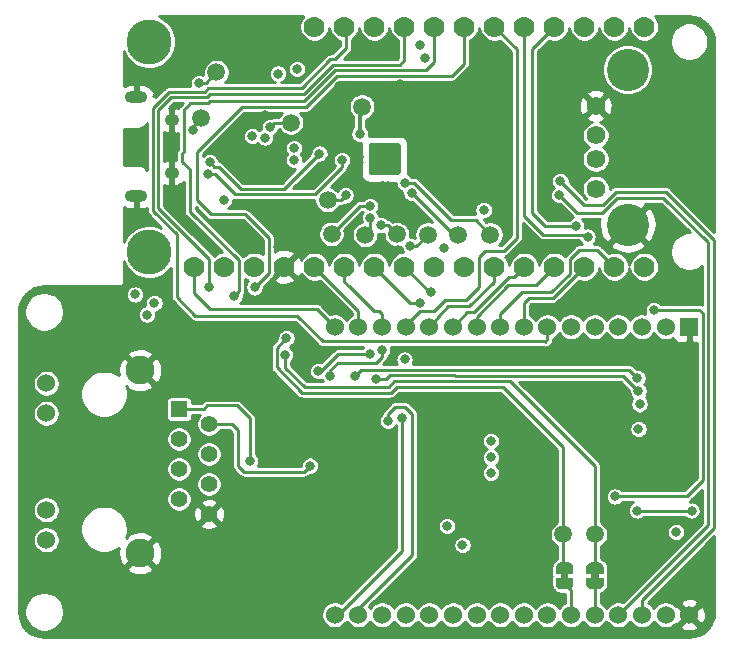
<source format=gbl>
G04 #@! TF.GenerationSoftware,KiCad,Pcbnew,(5.1.5)-3*
G04 #@! TF.CreationDate,2020-04-21T19:07:54+10:00*
G04 #@! TF.ProjectId,Onion_Feather,4f6e696f-6e5f-4466-9561-746865722e6b,rev?*
G04 #@! TF.SameCoordinates,Original*
G04 #@! TF.FileFunction,Copper,L4,Bot*
G04 #@! TF.FilePolarity,Positive*
%FSLAX46Y46*%
G04 Gerber Fmt 4.6, Leading zero omitted, Abs format (unit mm)*
G04 Created by KiCad (PCBNEW (5.1.5)-3) date 2020-04-21 19:07:54*
%MOMM*%
%LPD*%
G04 APERTURE LIST*
%ADD10C,0.100000*%
%ADD11C,1.500000*%
%ADD12C,0.500000*%
%ADD13O,1.900000X1.000000*%
%ADD14O,1.250000X1.050000*%
%ADD15C,3.580000*%
%ADD16C,1.580000*%
%ADD17C,2.445000*%
%ADD18C,1.530000*%
%ADD19C,1.398000*%
%ADD20R,1.398000X1.398000*%
%ADD21C,1.524000*%
%ADD22R,1.524000X1.524000*%
%ADD23C,3.810000*%
%ADD24C,1.778000*%
%ADD25C,0.800000*%
%ADD26C,0.250000*%
%ADD27C,0.300000*%
%ADD28C,0.254000*%
G04 APERTURE END LIST*
D10*
G36*
X156825000Y-108975000D02*
G01*
X156825000Y-108475000D01*
X157425000Y-108475000D01*
X157425000Y-108975000D01*
X156825000Y-108975000D01*
G37*
G36*
X154250000Y-108975000D02*
G01*
X154250000Y-108475000D01*
X154850000Y-108475000D01*
X154850000Y-108975000D01*
X154250000Y-108975000D01*
G37*
D11*
X131380000Y-70350000D03*
X125070000Y-66090000D03*
X154425000Y-105200000D03*
X157100000Y-105200000D03*
G04 #@! TA.AperFunction,SMDPad,CuDef*
D10*
G36*
X156375000Y-108575000D02*
G01*
X156375000Y-108075000D01*
X156375602Y-108075000D01*
X156375602Y-108050466D01*
X156380412Y-108001635D01*
X156389984Y-107953510D01*
X156404228Y-107906555D01*
X156423005Y-107861222D01*
X156446136Y-107817949D01*
X156473396Y-107777150D01*
X156504524Y-107739221D01*
X156539221Y-107704524D01*
X156577150Y-107673396D01*
X156617949Y-107646136D01*
X156661222Y-107623005D01*
X156706555Y-107604228D01*
X156753510Y-107589984D01*
X156801635Y-107580412D01*
X156850466Y-107575602D01*
X156875000Y-107575602D01*
X156875000Y-107575000D01*
X157375000Y-107575000D01*
X157375000Y-107575602D01*
X157399534Y-107575602D01*
X157448365Y-107580412D01*
X157496490Y-107589984D01*
X157543445Y-107604228D01*
X157588778Y-107623005D01*
X157632051Y-107646136D01*
X157672850Y-107673396D01*
X157710779Y-107704524D01*
X157745476Y-107739221D01*
X157776604Y-107777150D01*
X157803864Y-107817949D01*
X157826995Y-107861222D01*
X157845772Y-107906555D01*
X157860016Y-107953510D01*
X157869588Y-108001635D01*
X157874398Y-108050466D01*
X157874398Y-108075000D01*
X157875000Y-108075000D01*
X157875000Y-108575000D01*
X156375000Y-108575000D01*
G37*
G04 #@! TD.AperFunction*
G04 #@! TA.AperFunction,SMDPad,CuDef*
G36*
X157874398Y-109375000D02*
G01*
X157874398Y-109399534D01*
X157869588Y-109448365D01*
X157860016Y-109496490D01*
X157845772Y-109543445D01*
X157826995Y-109588778D01*
X157803864Y-109632051D01*
X157776604Y-109672850D01*
X157745476Y-109710779D01*
X157710779Y-109745476D01*
X157672850Y-109776604D01*
X157632051Y-109803864D01*
X157588778Y-109826995D01*
X157543445Y-109845772D01*
X157496490Y-109860016D01*
X157448365Y-109869588D01*
X157399534Y-109874398D01*
X157375000Y-109874398D01*
X157375000Y-109875000D01*
X156875000Y-109875000D01*
X156875000Y-109874398D01*
X156850466Y-109874398D01*
X156801635Y-109869588D01*
X156753510Y-109860016D01*
X156706555Y-109845772D01*
X156661222Y-109826995D01*
X156617949Y-109803864D01*
X156577150Y-109776604D01*
X156539221Y-109745476D01*
X156504524Y-109710779D01*
X156473396Y-109672850D01*
X156446136Y-109632051D01*
X156423005Y-109588778D01*
X156404228Y-109543445D01*
X156389984Y-109496490D01*
X156380412Y-109448365D01*
X156375602Y-109399534D01*
X156375602Y-109375000D01*
X156375000Y-109375000D01*
X156375000Y-108875000D01*
X157875000Y-108875000D01*
X157875000Y-109375000D01*
X157874398Y-109375000D01*
G37*
G04 #@! TD.AperFunction*
G04 #@! TA.AperFunction,SMDPad,CuDef*
G36*
X153800000Y-108575000D02*
G01*
X153800000Y-108075000D01*
X153800602Y-108075000D01*
X153800602Y-108050466D01*
X153805412Y-108001635D01*
X153814984Y-107953510D01*
X153829228Y-107906555D01*
X153848005Y-107861222D01*
X153871136Y-107817949D01*
X153898396Y-107777150D01*
X153929524Y-107739221D01*
X153964221Y-107704524D01*
X154002150Y-107673396D01*
X154042949Y-107646136D01*
X154086222Y-107623005D01*
X154131555Y-107604228D01*
X154178510Y-107589984D01*
X154226635Y-107580412D01*
X154275466Y-107575602D01*
X154300000Y-107575602D01*
X154300000Y-107575000D01*
X154800000Y-107575000D01*
X154800000Y-107575602D01*
X154824534Y-107575602D01*
X154873365Y-107580412D01*
X154921490Y-107589984D01*
X154968445Y-107604228D01*
X155013778Y-107623005D01*
X155057051Y-107646136D01*
X155097850Y-107673396D01*
X155135779Y-107704524D01*
X155170476Y-107739221D01*
X155201604Y-107777150D01*
X155228864Y-107817949D01*
X155251995Y-107861222D01*
X155270772Y-107906555D01*
X155285016Y-107953510D01*
X155294588Y-108001635D01*
X155299398Y-108050466D01*
X155299398Y-108075000D01*
X155300000Y-108075000D01*
X155300000Y-108575000D01*
X153800000Y-108575000D01*
G37*
G04 #@! TD.AperFunction*
G04 #@! TA.AperFunction,SMDPad,CuDef*
G36*
X155299398Y-109375000D02*
G01*
X155299398Y-109399534D01*
X155294588Y-109448365D01*
X155285016Y-109496490D01*
X155270772Y-109543445D01*
X155251995Y-109588778D01*
X155228864Y-109632051D01*
X155201604Y-109672850D01*
X155170476Y-109710779D01*
X155135779Y-109745476D01*
X155097850Y-109776604D01*
X155057051Y-109803864D01*
X155013778Y-109826995D01*
X154968445Y-109845772D01*
X154921490Y-109860016D01*
X154873365Y-109869588D01*
X154824534Y-109874398D01*
X154800000Y-109874398D01*
X154800000Y-109875000D01*
X154300000Y-109875000D01*
X154300000Y-109874398D01*
X154275466Y-109874398D01*
X154226635Y-109869588D01*
X154178510Y-109860016D01*
X154131555Y-109845772D01*
X154086222Y-109826995D01*
X154042949Y-109803864D01*
X154002150Y-109776604D01*
X153964221Y-109745476D01*
X153929524Y-109710779D01*
X153898396Y-109672850D01*
X153871136Y-109632051D01*
X153848005Y-109588778D01*
X153829228Y-109543445D01*
X153814984Y-109496490D01*
X153805412Y-109448365D01*
X153800602Y-109399534D01*
X153800602Y-109375000D01*
X153800000Y-109375000D01*
X153800000Y-108875000D01*
X155300000Y-108875000D01*
X155300000Y-109375000D01*
X155299398Y-109375000D01*
G37*
G04 #@! TD.AperFunction*
G04 #@! TA.AperFunction,Conductor*
G36*
X140434503Y-72096204D02*
G01*
X140458772Y-72099804D01*
X140482570Y-72105765D01*
X140505670Y-72114030D01*
X140527849Y-72124520D01*
X140548892Y-72137133D01*
X140568598Y-72151748D01*
X140586776Y-72168224D01*
X140603252Y-72186402D01*
X140617867Y-72206108D01*
X140630480Y-72227151D01*
X140640970Y-72249330D01*
X140649235Y-72272430D01*
X140655196Y-72296228D01*
X140658796Y-72320497D01*
X140660000Y-72345001D01*
X140660000Y-74544999D01*
X140658796Y-74569503D01*
X140655196Y-74593772D01*
X140649235Y-74617570D01*
X140640970Y-74640670D01*
X140630480Y-74662849D01*
X140617867Y-74683892D01*
X140603252Y-74703598D01*
X140586776Y-74721776D01*
X140568598Y-74738252D01*
X140548892Y-74752867D01*
X140527849Y-74765480D01*
X140505670Y-74775970D01*
X140482570Y-74784235D01*
X140458772Y-74790196D01*
X140434503Y-74793796D01*
X140409999Y-74795000D01*
X138210001Y-74795000D01*
X138185497Y-74793796D01*
X138161228Y-74790196D01*
X138137430Y-74784235D01*
X138114330Y-74775970D01*
X138092151Y-74765480D01*
X138071108Y-74752867D01*
X138051402Y-74738252D01*
X138033224Y-74721776D01*
X138016748Y-74703598D01*
X138002133Y-74683892D01*
X137989520Y-74662849D01*
X137979030Y-74640670D01*
X137970765Y-74617570D01*
X137964804Y-74593772D01*
X137961204Y-74569503D01*
X137960000Y-74544999D01*
X137960000Y-72345001D01*
X137961204Y-72320497D01*
X137964804Y-72296228D01*
X137970765Y-72272430D01*
X137979030Y-72249330D01*
X137989520Y-72227151D01*
X138002133Y-72206108D01*
X138016748Y-72186402D01*
X138033224Y-72168224D01*
X138051402Y-72151748D01*
X138071108Y-72137133D01*
X138092151Y-72124520D01*
X138114330Y-72114030D01*
X138137430Y-72105765D01*
X138161228Y-72099804D01*
X138185497Y-72096204D01*
X138210001Y-72095000D01*
X140409999Y-72095000D01*
X140434503Y-72096204D01*
G37*
G04 #@! TD.AperFunction*
D12*
X140410000Y-74545000D03*
X139310000Y-74545000D03*
X138210000Y-74545000D03*
X140410000Y-73445000D03*
X139310000Y-73445000D03*
X138210000Y-73445000D03*
X140410000Y-72345000D03*
X139310000Y-72345000D03*
X138210000Y-72345000D03*
D13*
X118300500Y-76565000D03*
X118300500Y-68215000D03*
D14*
X121300500Y-74615000D03*
X121300500Y-70165000D03*
D15*
X159900000Y-65859000D03*
X159900000Y-78999000D03*
D16*
X157190000Y-68929000D03*
X157190000Y-71429000D03*
X157190000Y-73429000D03*
X157190000Y-75929000D03*
D17*
X118620000Y-106805000D03*
X118620000Y-91315000D03*
D18*
X110670000Y-103145000D03*
X110670000Y-105685000D03*
X110670000Y-94975000D03*
X110670000Y-92435000D03*
D19*
X124460000Y-103500000D03*
X121920000Y-102230000D03*
X124460000Y-100960000D03*
X121920000Y-99690000D03*
X124460000Y-98420000D03*
X121920000Y-97150000D03*
X124460000Y-95880000D03*
D20*
X121920000Y-94610000D03*
D21*
X165100000Y-112030000D03*
X163100000Y-112030000D03*
X161100000Y-112030000D03*
X159100000Y-112030000D03*
X157100000Y-112030000D03*
X155100000Y-112030000D03*
X153100000Y-112030000D03*
X151100000Y-112030000D03*
X149100000Y-112030000D03*
X147100000Y-112030000D03*
X145100000Y-112030000D03*
X143100000Y-112030000D03*
X141100000Y-112030000D03*
X139100000Y-112030000D03*
X137100000Y-112030000D03*
X135100000Y-112030000D03*
X135100000Y-87630000D03*
X137100000Y-87630000D03*
X139100000Y-87630000D03*
X141100000Y-87630000D03*
X143100000Y-87630000D03*
X145100000Y-87630000D03*
X147100000Y-87630000D03*
X149100000Y-87630000D03*
X151100000Y-87630000D03*
X153100000Y-87630000D03*
X155100000Y-87630000D03*
X157100000Y-87630000D03*
X159100000Y-87630000D03*
X161100000Y-87630000D03*
X163100000Y-87630000D03*
D22*
X165100000Y-87630000D03*
D23*
X119380000Y-81280000D03*
X119380000Y-63500000D03*
D24*
X133350000Y-62230000D03*
X135890000Y-62230000D03*
X138430000Y-62230000D03*
X140970000Y-62230000D03*
X143510000Y-62230000D03*
X146050000Y-62230000D03*
X148590000Y-62230000D03*
X151130000Y-62230000D03*
X153670000Y-62230000D03*
X156210000Y-62230000D03*
X158750000Y-62230000D03*
X161290000Y-62230000D03*
X161290000Y-82550000D03*
X158750000Y-82550000D03*
X156210000Y-82550000D03*
X153670000Y-82550000D03*
X151130000Y-82550000D03*
X148590000Y-82550000D03*
X146050000Y-82550000D03*
X143510000Y-82550000D03*
X140970000Y-82550000D03*
X138430000Y-82550000D03*
X135890000Y-82550000D03*
X133350000Y-82550000D03*
X130810000Y-82550000D03*
X128270000Y-82550000D03*
X125730000Y-82550000D03*
X123190000Y-82550000D03*
D11*
X137660000Y-79840000D03*
X140370000Y-79810000D03*
X148270000Y-79830000D03*
X142970000Y-79840000D03*
X134500000Y-76900000D03*
X134830000Y-79770000D03*
X137400000Y-69000000D03*
X145560000Y-79850000D03*
X123800000Y-70000000D03*
D25*
X125200000Y-79150000D03*
X126324998Y-79399990D03*
X128300000Y-74825000D03*
X118650000Y-72250000D03*
X144200000Y-72000000D03*
X140600000Y-67100000D03*
X134600000Y-73600000D03*
X135400000Y-68600000D03*
X142100000Y-94100000D03*
X145900000Y-99900000D03*
X149400000Y-106100000D03*
X147900000Y-106000000D03*
X162100000Y-95900000D03*
X162000000Y-100000000D03*
X135800000Y-99700000D03*
X137700000Y-107400000D03*
X138400000Y-63900000D03*
X125384443Y-73190850D03*
X140407141Y-81159491D03*
X129200000Y-69725000D03*
X127400000Y-70400000D03*
X130300000Y-80900000D03*
X151500000Y-80800000D03*
X148700000Y-77100000D03*
X147400000Y-76200000D03*
X152000000Y-107100000D03*
X134000000Y-69000000D03*
X135485153Y-67240153D03*
X144200000Y-102000000D03*
X166000000Y-70000000D03*
X166000000Y-72000000D03*
X166000000Y-74000000D03*
X166000000Y-76000000D03*
X166000000Y-68000000D03*
X165000000Y-93000000D03*
X165000000Y-110000000D03*
X129000000Y-113000000D03*
X125000000Y-113000000D03*
X125000000Y-113000000D03*
X121000000Y-113000000D03*
X117000000Y-113000000D03*
X113000000Y-113000000D03*
X113000000Y-110000000D03*
X109000000Y-109000000D03*
X109000000Y-97000000D03*
X109000000Y-101000000D03*
X109000000Y-90000000D03*
X112000000Y-88000000D03*
X113000000Y-85000000D03*
X115000000Y-85000000D03*
X118000000Y-78000000D03*
X122000000Y-66000000D03*
X126000000Y-62000000D03*
X128000000Y-62000000D03*
X166000000Y-66000000D03*
X147700000Y-77750000D03*
X131650000Y-73531000D03*
X131650000Y-72498000D03*
X160800000Y-96300000D03*
X160900000Y-94200000D03*
X148300000Y-100000000D03*
X148300000Y-98700000D03*
X148300000Y-97300000D03*
X144600000Y-104500000D03*
X145900000Y-106100000D03*
X164000000Y-105000000D03*
X141000000Y-90400000D03*
X125700000Y-76900000D03*
X154189596Y-75306101D03*
X154100000Y-76500000D03*
X142700000Y-64900000D03*
X142300000Y-63800000D03*
X138569342Y-92028214D03*
X140800000Y-95400000D03*
X160800000Y-93100000D03*
X136800000Y-91800000D03*
X139600000Y-95600000D03*
X160712653Y-91987347D03*
X162100000Y-86200000D03*
X158800000Y-102000000D03*
X165300000Y-103200000D03*
X160700000Y-103200000D03*
X123600000Y-67000000D03*
X129600000Y-70700000D03*
X144350000Y-81000000D03*
X130300000Y-66200000D03*
X131900000Y-65800000D03*
X131000000Y-88600000D03*
X129193861Y-71613814D03*
X130900000Y-90000000D03*
X128100016Y-71500000D03*
X139100000Y-89600000D03*
X134700000Y-91800000D03*
X138062653Y-89937347D03*
X133700000Y-91400000D03*
X133000000Y-99400000D03*
X127900000Y-99000000D03*
X118200000Y-84900000D03*
X124404001Y-84295999D03*
X126600000Y-85000000D03*
X119200018Y-86600000D03*
X119818987Y-85625000D03*
X128300000Y-84300000D03*
X156500000Y-80000000D03*
X155500000Y-79100000D03*
X143200000Y-84699988D03*
X142300000Y-85600000D03*
X137200000Y-71300000D03*
X141070000Y-75452000D03*
X141600000Y-76300000D03*
X141500000Y-80800000D03*
X139000000Y-79000000D03*
X138100000Y-78400000D03*
X138072500Y-77400000D03*
X136012534Y-76507942D03*
X123100000Y-71000000D03*
X133800000Y-72975000D03*
X124500000Y-73700000D03*
X135700000Y-73500000D03*
X124400000Y-74700013D03*
D26*
X161100000Y-110800000D02*
X161100000Y-112030000D01*
X167200000Y-104700000D02*
X161100000Y-110800000D01*
X167200000Y-80300000D02*
X167200000Y-104700000D01*
X154189596Y-75306101D02*
X156183495Y-77300000D01*
X157763590Y-77300000D02*
X158863590Y-76200000D01*
X156183495Y-77300000D02*
X157763590Y-77300000D01*
X158863590Y-76200000D02*
X163100000Y-76200000D01*
X163100000Y-76200000D02*
X167200000Y-80300000D01*
X155600000Y-78000000D02*
X154499999Y-76899999D01*
X157700000Y-78000000D02*
X155600000Y-78000000D01*
X166700000Y-80500000D02*
X162900000Y-76700000D01*
X154499999Y-76899999D02*
X154100000Y-76500000D01*
X162900000Y-76700000D02*
X159000000Y-76700000D01*
X166700000Y-104430000D02*
X166700000Y-80500000D01*
X159100000Y-112030000D02*
X166700000Y-104430000D01*
X159000000Y-76700000D02*
X157700000Y-78000000D01*
X159500000Y-91800000D02*
X145300000Y-91800000D01*
X145250010Y-91750010D02*
X139749990Y-91750010D01*
X138641128Y-92100000D02*
X138569342Y-92028214D01*
X139400000Y-92100000D02*
X138641128Y-92100000D01*
X139749990Y-91750010D02*
X139400000Y-92100000D01*
X135370000Y-112030000D02*
X135100000Y-112030000D01*
X140800000Y-95400000D02*
X140800000Y-106600000D01*
X140800000Y-106600000D02*
X135370000Y-112030000D01*
X160600000Y-92900000D02*
X160800000Y-93100000D01*
X160600000Y-92900000D02*
X159500000Y-91800000D01*
X160700000Y-93000000D02*
X160600000Y-92900000D01*
X137300000Y-91300000D02*
X136800000Y-91800000D01*
X137100000Y-111500000D02*
X137100000Y-112030000D01*
X141600000Y-107000000D02*
X137100000Y-111500000D01*
X139600000Y-95034315D02*
X140234315Y-94400000D01*
X140234315Y-94400000D02*
X141000000Y-94400000D01*
X141000000Y-94400000D02*
X141600000Y-95000000D01*
X139600000Y-95600000D02*
X139600000Y-95034315D01*
X141600000Y-95000000D02*
X141600000Y-107000000D01*
X160025306Y-91300000D02*
X160712653Y-91987347D01*
X159700000Y-91300000D02*
X137300000Y-91300000D01*
X159700000Y-91300000D02*
X160025306Y-91300000D01*
X141100000Y-87630000D02*
X141100000Y-87500000D01*
X142274999Y-86325001D02*
X143474999Y-86325001D01*
X141100000Y-87500000D02*
X142274999Y-86325001D01*
X143474999Y-86325001D02*
X144400000Y-85400000D01*
X144400000Y-85400000D02*
X146200000Y-85400000D01*
X146200000Y-85400000D02*
X147300000Y-84300000D01*
X147300000Y-84300000D02*
X147300000Y-81700000D01*
X147300000Y-81700000D02*
X147800000Y-81200000D01*
X147800000Y-81200000D02*
X149400000Y-81200000D01*
X149400000Y-81200000D02*
X150500000Y-80100000D01*
X150500000Y-64140000D02*
X148590000Y-62230000D01*
X150500000Y-80100000D02*
X150500000Y-64140000D01*
X152120000Y-84100000D02*
X153670000Y-82550000D01*
X149800000Y-84100000D02*
X152120000Y-84100000D01*
X147100000Y-86800000D02*
X149800000Y-84100000D01*
X147100000Y-87630000D02*
X147100000Y-86800000D01*
X162100000Y-86200000D02*
X165949990Y-86200000D01*
X165949990Y-86200000D02*
X166249990Y-86500000D01*
X166249990Y-86500000D02*
X166249990Y-100650010D01*
X166249990Y-100650010D02*
X164900000Y-102000000D01*
X164900000Y-102000000D02*
X158800000Y-102000000D01*
X149824591Y-83438999D02*
X150241001Y-83438999D01*
X150241001Y-83438999D02*
X151130000Y-82550000D01*
X146863590Y-86400000D02*
X149824591Y-83438999D01*
X145100000Y-87630000D02*
X146330000Y-86400000D01*
X146330000Y-86400000D02*
X146863590Y-86400000D01*
X165300000Y-103200000D02*
X164734315Y-103200000D01*
X164734315Y-103200000D02*
X160700000Y-103200000D01*
X148590000Y-82550000D02*
X148590000Y-83810000D01*
X146500000Y-85900000D02*
X144700000Y-85900000D01*
X148590000Y-83810000D02*
X146500000Y-85900000D01*
X143100000Y-87630000D02*
X144700000Y-85900000D01*
X124160000Y-67000000D02*
X125070000Y-66090000D01*
X123600000Y-67000000D02*
X124160000Y-67000000D01*
X157125000Y-112005000D02*
X157100000Y-112030000D01*
X157125000Y-109375000D02*
X157125000Y-112005000D01*
X155100000Y-109925000D02*
X155100000Y-112030000D01*
X154550000Y-109375000D02*
X155100000Y-109925000D01*
X131380000Y-70350000D02*
X129950000Y-70350000D01*
X129950000Y-70350000D02*
X129600000Y-70700000D01*
X154425000Y-107950000D02*
X154550000Y-108075000D01*
X154425000Y-105200000D02*
X154425000Y-107950000D01*
X154425000Y-105200000D02*
X154425000Y-97825000D01*
X149300020Y-92700020D02*
X141799980Y-92700020D01*
X154425000Y-97825000D02*
X149300020Y-92700020D01*
X141799980Y-92700020D02*
X140700000Y-92700020D01*
X140700000Y-92700020D02*
X140336390Y-92700020D01*
X140336390Y-92700020D02*
X139833185Y-93203225D01*
X132896775Y-93203225D02*
X132303225Y-93203225D01*
X139833185Y-93203225D02*
X132896775Y-93203225D01*
X130174999Y-91074999D02*
X130174999Y-89425001D01*
X132303225Y-93203225D02*
X130174999Y-91074999D01*
X130174999Y-89425001D02*
X131000000Y-88600000D01*
X157100000Y-108050000D02*
X157125000Y-108075000D01*
X157100000Y-105200000D02*
X157100000Y-108050000D01*
X139646785Y-92753215D02*
X140149990Y-92250010D01*
X157100000Y-99400000D02*
X157100000Y-105200000D01*
X140149990Y-92250010D02*
X149950010Y-92250010D01*
X149950010Y-92250010D02*
X157100000Y-99400000D01*
X132946785Y-92753215D02*
X132553215Y-92753215D01*
X132946785Y-92753215D02*
X139646785Y-92753215D01*
X132553215Y-92753215D02*
X130900000Y-91100000D01*
X130900000Y-91100000D02*
X130900000Y-90000000D01*
X123190000Y-82550000D02*
X123190000Y-84790000D01*
X123190000Y-84790000D02*
X124500000Y-86100000D01*
X133570000Y-86100000D02*
X135100000Y-87630000D01*
X124500000Y-86100000D02*
X133570000Y-86100000D01*
X139100000Y-90165685D02*
X138603337Y-90662348D01*
X139100000Y-89600000D02*
X139100000Y-90165685D01*
X138603337Y-90662348D02*
X135337652Y-90662348D01*
X135337652Y-90662348D02*
X134700000Y-91300000D01*
X134700000Y-91300000D02*
X134700000Y-91800000D01*
X138062653Y-89937347D02*
X135362653Y-89937347D01*
X135362653Y-89937347D02*
X133900000Y-91400000D01*
X133900000Y-91400000D02*
X133700000Y-91400000D01*
X132500000Y-99900000D02*
X133000000Y-99400000D01*
X127400000Y-99900000D02*
X132500000Y-99900000D01*
X126900000Y-99400000D02*
X127400000Y-99900000D01*
X126900000Y-96400000D02*
X126900000Y-99400000D01*
X126380000Y-95880000D02*
X126900000Y-96400000D01*
X124460000Y-95880000D02*
X126380000Y-95880000D01*
X127900000Y-99000000D02*
X127900000Y-95400000D01*
X127900000Y-95400000D02*
X126800000Y-94300000D01*
X126800000Y-94300000D02*
X124300000Y-94300000D01*
X123990000Y-94610000D02*
X121920000Y-94610000D01*
X124300000Y-94300000D02*
X123990000Y-94610000D01*
X153100000Y-88707630D02*
X152907630Y-88900000D01*
X153100000Y-87630000D02*
X153100000Y-88707630D01*
X152882629Y-88874999D02*
X134074999Y-88874999D01*
X152907630Y-88900000D02*
X152882629Y-88874999D01*
X123300000Y-86700000D02*
X131900000Y-86700000D01*
X121700000Y-85100000D02*
X123300000Y-86700000D01*
X119700000Y-77800000D02*
X121700000Y-79800000D01*
X119700000Y-69100000D02*
X119700000Y-77800000D01*
X136030000Y-62230000D02*
X136030000Y-64070000D01*
X132277190Y-67449990D02*
X124346420Y-67449990D01*
X121700000Y-79800000D02*
X121700000Y-85100000D01*
X135890000Y-62230000D02*
X136030000Y-62230000D01*
X136030000Y-64070000D02*
X135100020Y-64999980D01*
X135100020Y-64999980D02*
X134727199Y-64999981D01*
X134727199Y-64999981D02*
X132277190Y-67449990D01*
X124346420Y-67449990D02*
X124071409Y-67725001D01*
X124071409Y-67725001D02*
X121074999Y-67725001D01*
X134074999Y-88874999D02*
X131900000Y-86700000D01*
X121074999Y-67725001D02*
X119700000Y-69100000D01*
X140970000Y-62230000D02*
X140970000Y-65079990D01*
X140600000Y-65449990D02*
X134913600Y-65449990D01*
X140970000Y-65079990D02*
X140600000Y-65449990D01*
X133381795Y-66981795D02*
X132463590Y-67900000D01*
X133381795Y-66981795D02*
X133213600Y-67149990D01*
X134913600Y-65449990D02*
X133381795Y-66981795D01*
X132463590Y-67900000D02*
X131700000Y-67900000D01*
X131700000Y-67900000D02*
X129800000Y-67900000D01*
X124532820Y-67900000D02*
X124257809Y-68175011D01*
X129800000Y-67900000D02*
X124532820Y-67900000D01*
X124257809Y-68175011D02*
X121261399Y-68175011D01*
X121261399Y-68175011D02*
X120150010Y-69286400D01*
X120150010Y-69286400D02*
X120150010Y-71400000D01*
X120150010Y-77613600D02*
X122400000Y-79863590D01*
X120150010Y-71400000D02*
X120150010Y-77613600D01*
X122400000Y-79863590D02*
X124404001Y-81867591D01*
X124404001Y-81867591D02*
X124404001Y-84295999D01*
X126999999Y-84600001D02*
X126600000Y-85000000D01*
X122800000Y-74273002D02*
X122800000Y-77900000D01*
X122174999Y-73648001D02*
X122800000Y-74273002D01*
X122291173Y-72835825D02*
X122174999Y-72951999D01*
X135975011Y-65924989D02*
X135075011Y-65924989D01*
X127000000Y-82023278D02*
X126999999Y-84600001D01*
X136000000Y-65900000D02*
X135975011Y-65924989D01*
X142800000Y-65900000D02*
X136000000Y-65900000D01*
X143510000Y-62230000D02*
X143510000Y-65190000D01*
X122174999Y-72951999D02*
X122174999Y-73648001D01*
X135075011Y-65924989D02*
X132450010Y-68549990D01*
X124519240Y-68549990D02*
X124344209Y-68725021D01*
X143510000Y-65190000D02*
X142800000Y-65900000D01*
X132450010Y-68549990D02*
X124519240Y-68549990D01*
X124344209Y-68725021D02*
X122874979Y-68725021D01*
X122874979Y-68725021D02*
X122291173Y-69308827D01*
X122800000Y-77900000D02*
X127000000Y-82023278D01*
X122291173Y-69308827D02*
X122291173Y-72835825D01*
X146050000Y-62230000D02*
X146050000Y-65350000D01*
X145025001Y-66374999D02*
X135325001Y-66374999D01*
X146050000Y-65350000D02*
X145025001Y-66374999D01*
X135325001Y-66374999D02*
X133600000Y-68100000D01*
X133600000Y-68100000D02*
X132700000Y-69000000D01*
X132700000Y-69000000D02*
X129400000Y-69000000D01*
X129400000Y-69000000D02*
X127200000Y-69000000D01*
X127200000Y-69000000D02*
X123400000Y-72800000D01*
X123400000Y-72800000D02*
X123400000Y-76900000D01*
X123400000Y-76900000D02*
X124600000Y-78100000D01*
X124600000Y-78100000D02*
X127500000Y-78100000D01*
X127500000Y-78100000D02*
X129500000Y-80100000D01*
X129500000Y-83100000D02*
X128300000Y-84300000D01*
X129500000Y-83000000D02*
X129500000Y-83100000D01*
X129500000Y-80100000D02*
X129500000Y-83000000D01*
X156325001Y-79825001D02*
X156500000Y-80000000D01*
X151130000Y-62230000D02*
X151130000Y-78230000D01*
X152725001Y-79825001D02*
X156325001Y-79825001D01*
X151130000Y-78230000D02*
X152725001Y-79825001D01*
X153670000Y-62230000D02*
X151800000Y-64100000D01*
X151800000Y-64100000D02*
X151800000Y-78000000D01*
X152900000Y-79100000D02*
X155500000Y-79100000D01*
X151800000Y-78000000D02*
X152900000Y-79100000D01*
X149100000Y-87630000D02*
X149030000Y-87630000D01*
X157300000Y-81100000D02*
X158750000Y-82550000D01*
X149100000Y-86552370D02*
X150952370Y-84700000D01*
X155800000Y-81100000D02*
X157300000Y-81100000D01*
X149100000Y-87630000D02*
X149100000Y-86552370D01*
X150952370Y-84700000D02*
X153423590Y-84700000D01*
X154995999Y-81904001D02*
X155800000Y-81100000D01*
X153423590Y-84700000D02*
X154995999Y-83127591D01*
X154995999Y-83127591D02*
X154995999Y-81904001D01*
X153560000Y-85200000D02*
X156210000Y-82550000D01*
X151500000Y-85200000D02*
X153560000Y-85200000D01*
X151100000Y-87630000D02*
X151100000Y-85600000D01*
X151100000Y-85600000D02*
X151500000Y-85200000D01*
X143119988Y-84699988D02*
X143200000Y-84699988D01*
X140970000Y-82550000D02*
X143119988Y-84699988D01*
X138430000Y-82550000D02*
X141480000Y-85600000D01*
X141480000Y-85600000D02*
X142300000Y-85600000D01*
X139100000Y-86552370D02*
X139100000Y-87630000D01*
X135890000Y-83807235D02*
X136282765Y-84200000D01*
X138847630Y-86300000D02*
X139100000Y-86552370D01*
X136282765Y-84200000D02*
X136300000Y-84200000D01*
X136300000Y-84200000D02*
X138400000Y-86300000D01*
X135890000Y-82550000D02*
X135890000Y-83807235D01*
X138400000Y-86300000D02*
X138847630Y-86300000D01*
X137100000Y-86300000D02*
X137100000Y-87630000D01*
X133350000Y-82550000D02*
X137100000Y-86300000D01*
D27*
X137200000Y-69200000D02*
X137400000Y-69000000D01*
X137200000Y-71300000D02*
X137200000Y-69200000D01*
D26*
X141825002Y-75452000D02*
X144973002Y-78600000D01*
X141070000Y-75452000D02*
X141825002Y-75452000D01*
X147040000Y-78600000D02*
X148270000Y-79830000D01*
X144973002Y-78600000D02*
X147040000Y-78600000D01*
X145150000Y-79850000D02*
X145560000Y-79850000D01*
X141600000Y-76300000D02*
X145150000Y-79850000D01*
X142010000Y-80800000D02*
X142970000Y-79840000D01*
X141500000Y-80800000D02*
X142010000Y-80800000D01*
X139560000Y-79000000D02*
X140370000Y-79810000D01*
X139000000Y-79000000D02*
X139560000Y-79000000D01*
X138100000Y-79400000D02*
X137660000Y-79840000D01*
X138100000Y-78400000D02*
X138100000Y-79400000D01*
X137200000Y-77400000D02*
X134830000Y-79770000D01*
X138072500Y-77400000D02*
X137200000Y-77400000D01*
X135620476Y-76900000D02*
X136012534Y-76507942D01*
X134500000Y-76900000D02*
X135620476Y-76900000D01*
X123100000Y-70700000D02*
X123800000Y-70000000D01*
X123100000Y-71000000D02*
X123100000Y-70700000D01*
X133800000Y-72975000D02*
X130825010Y-75949990D01*
X130825010Y-75949990D02*
X127115675Y-75949990D01*
X127115675Y-75949990D02*
X125265684Y-74099999D01*
X124899999Y-74099999D02*
X124500000Y-73700000D01*
X125265684Y-74099999D02*
X124899999Y-74099999D01*
X126665673Y-76400001D02*
X124965685Y-74700013D01*
X133424999Y-76400001D02*
X126665673Y-76400001D01*
X135700000Y-74125000D02*
X133424999Y-76400001D01*
X124965685Y-74700013D02*
X124400000Y-74700013D01*
X135700000Y-73500000D02*
X135700000Y-74125000D01*
D28*
G36*
X117354173Y-82362827D02*
G01*
X117604348Y-82737240D01*
X117922760Y-83055652D01*
X118297173Y-83305827D01*
X118713198Y-83478150D01*
X119154849Y-83566000D01*
X119605151Y-83566000D01*
X120046802Y-83478150D01*
X120462827Y-83305827D01*
X120837240Y-83055652D01*
X121155652Y-82737240D01*
X121194001Y-82679847D01*
X121194001Y-85075144D01*
X121191553Y-85100000D01*
X121201322Y-85199192D01*
X121230255Y-85294574D01*
X121252127Y-85335492D01*
X121277242Y-85382479D01*
X121340474Y-85459527D01*
X121359780Y-85475372D01*
X122924628Y-87040220D01*
X122940473Y-87059527D01*
X123017521Y-87122759D01*
X123086238Y-87159489D01*
X123105425Y-87169745D01*
X123200807Y-87198678D01*
X123300000Y-87208448D01*
X123324854Y-87206000D01*
X131690409Y-87206000D01*
X133699627Y-89215219D01*
X133715472Y-89234526D01*
X133792520Y-89297758D01*
X133880424Y-89344744D01*
X133975806Y-89373677D01*
X134050145Y-89380999D01*
X134050152Y-89380999D01*
X134074998Y-89383446D01*
X134099844Y-89380999D01*
X137514500Y-89380999D01*
X137464152Y-89431347D01*
X135387507Y-89431347D01*
X135362653Y-89428899D01*
X135337799Y-89431347D01*
X135263460Y-89438669D01*
X135168078Y-89467602D01*
X135080174Y-89514588D01*
X135003126Y-89577820D01*
X134987281Y-89597127D01*
X133933174Y-90651235D01*
X133927809Y-90649013D01*
X133776922Y-90619000D01*
X133623078Y-90619000D01*
X133472191Y-90649013D01*
X133330058Y-90707887D01*
X133202141Y-90793358D01*
X133093358Y-90902141D01*
X133007887Y-91030058D01*
X132949013Y-91172191D01*
X132919000Y-91323078D01*
X132919000Y-91476922D01*
X132949013Y-91627809D01*
X133007887Y-91769942D01*
X133093358Y-91897859D01*
X133202141Y-92006642D01*
X133330058Y-92092113D01*
X133472191Y-92150987D01*
X133623078Y-92181000D01*
X133776922Y-92181000D01*
X133927809Y-92150987D01*
X133989458Y-92125451D01*
X134007887Y-92169942D01*
X134059519Y-92247215D01*
X132762807Y-92247215D01*
X131406000Y-90890409D01*
X131406000Y-90598501D01*
X131506642Y-90497859D01*
X131592113Y-90369942D01*
X131650987Y-90227809D01*
X131681000Y-90076922D01*
X131681000Y-89923078D01*
X131650987Y-89772191D01*
X131592113Y-89630058D01*
X131506642Y-89502141D01*
X131397859Y-89393358D01*
X131293637Y-89323720D01*
X131369942Y-89292113D01*
X131497859Y-89206642D01*
X131606642Y-89097859D01*
X131692113Y-88969942D01*
X131750987Y-88827809D01*
X131781000Y-88676922D01*
X131781000Y-88523078D01*
X131750987Y-88372191D01*
X131692113Y-88230058D01*
X131606642Y-88102141D01*
X131497859Y-87993358D01*
X131369942Y-87907887D01*
X131227809Y-87849013D01*
X131076922Y-87819000D01*
X130923078Y-87819000D01*
X130772191Y-87849013D01*
X130630058Y-87907887D01*
X130502141Y-87993358D01*
X130393358Y-88102141D01*
X130307887Y-88230058D01*
X130249013Y-88372191D01*
X130219000Y-88523078D01*
X130219000Y-88665409D01*
X129834779Y-89049630D01*
X129815473Y-89065474D01*
X129752241Y-89142522D01*
X129744247Y-89157478D01*
X129705254Y-89230427D01*
X129676321Y-89325809D01*
X129666552Y-89425001D01*
X129669000Y-89449857D01*
X129668999Y-91050152D01*
X129666552Y-91074999D01*
X129668999Y-91099845D01*
X129668999Y-91099852D01*
X129676321Y-91174191D01*
X129705254Y-91269573D01*
X129752240Y-91357478D01*
X129815472Y-91434526D01*
X129834784Y-91450375D01*
X131927853Y-93543445D01*
X131943698Y-93562752D01*
X132020746Y-93625984D01*
X132108650Y-93672970D01*
X132204032Y-93701903D01*
X132278371Y-93709225D01*
X132278378Y-93709225D01*
X132303224Y-93711672D01*
X132328070Y-93709225D01*
X139808339Y-93709225D01*
X139833185Y-93711672D01*
X139858031Y-93709225D01*
X139858039Y-93709225D01*
X139932378Y-93701903D01*
X140027760Y-93672970D01*
X140115664Y-93625984D01*
X140192712Y-93562752D01*
X140208561Y-93543440D01*
X140545982Y-93206020D01*
X149090429Y-93206020D01*
X153919001Y-98034593D01*
X153919000Y-104185407D01*
X153889271Y-104197721D01*
X153704030Y-104321495D01*
X153546495Y-104479030D01*
X153422721Y-104664271D01*
X153337464Y-104870100D01*
X153294000Y-105088606D01*
X153294000Y-105311394D01*
X153337464Y-105529900D01*
X153422721Y-105735729D01*
X153546495Y-105920970D01*
X153704030Y-106078505D01*
X153889271Y-106202279D01*
X153919000Y-106214593D01*
X153919001Y-107279838D01*
X153917796Y-107280337D01*
X153851606Y-107315717D01*
X153770107Y-107370173D01*
X153712092Y-107417784D01*
X153642784Y-107487092D01*
X153595173Y-107545107D01*
X153540717Y-107626606D01*
X153505337Y-107692796D01*
X153467828Y-107783352D01*
X153446043Y-107855169D01*
X153426921Y-107951302D01*
X153419565Y-108025991D01*
X153419565Y-108050550D01*
X153417157Y-108075000D01*
X153417157Y-108575000D01*
X153424513Y-108649689D01*
X153446299Y-108721508D01*
X153448166Y-108725000D01*
X153446299Y-108728492D01*
X153424513Y-108800311D01*
X153417157Y-108875000D01*
X153417157Y-109375000D01*
X153419565Y-109399450D01*
X153419565Y-109424009D01*
X153426921Y-109498698D01*
X153446043Y-109594831D01*
X153467828Y-109666648D01*
X153505337Y-109757204D01*
X153540717Y-109823394D01*
X153595173Y-109904893D01*
X153642784Y-109962908D01*
X153712092Y-110032216D01*
X153770107Y-110079827D01*
X153851606Y-110134283D01*
X153917796Y-110169663D01*
X154008352Y-110207172D01*
X154080169Y-110228957D01*
X154176302Y-110248079D01*
X154250991Y-110255435D01*
X154275550Y-110255435D01*
X154300000Y-110257843D01*
X154594000Y-110257843D01*
X154594001Y-111002418D01*
X154558587Y-111017087D01*
X154371380Y-111142174D01*
X154212174Y-111301380D01*
X154100000Y-111469261D01*
X153987826Y-111301380D01*
X153828620Y-111142174D01*
X153641413Y-111017087D01*
X153433401Y-110930925D01*
X153212576Y-110887000D01*
X152987424Y-110887000D01*
X152766599Y-110930925D01*
X152558587Y-111017087D01*
X152371380Y-111142174D01*
X152212174Y-111301380D01*
X152100000Y-111469261D01*
X151987826Y-111301380D01*
X151828620Y-111142174D01*
X151641413Y-111017087D01*
X151433401Y-110930925D01*
X151212576Y-110887000D01*
X150987424Y-110887000D01*
X150766599Y-110930925D01*
X150558587Y-111017087D01*
X150371380Y-111142174D01*
X150212174Y-111301380D01*
X150100000Y-111469261D01*
X149987826Y-111301380D01*
X149828620Y-111142174D01*
X149641413Y-111017087D01*
X149433401Y-110930925D01*
X149212576Y-110887000D01*
X148987424Y-110887000D01*
X148766599Y-110930925D01*
X148558587Y-111017087D01*
X148371380Y-111142174D01*
X148212174Y-111301380D01*
X148100000Y-111469261D01*
X147987826Y-111301380D01*
X147828620Y-111142174D01*
X147641413Y-111017087D01*
X147433401Y-110930925D01*
X147212576Y-110887000D01*
X146987424Y-110887000D01*
X146766599Y-110930925D01*
X146558587Y-111017087D01*
X146371380Y-111142174D01*
X146212174Y-111301380D01*
X146100000Y-111469261D01*
X145987826Y-111301380D01*
X145828620Y-111142174D01*
X145641413Y-111017087D01*
X145433401Y-110930925D01*
X145212576Y-110887000D01*
X144987424Y-110887000D01*
X144766599Y-110930925D01*
X144558587Y-111017087D01*
X144371380Y-111142174D01*
X144212174Y-111301380D01*
X144100000Y-111469261D01*
X143987826Y-111301380D01*
X143828620Y-111142174D01*
X143641413Y-111017087D01*
X143433401Y-110930925D01*
X143212576Y-110887000D01*
X142987424Y-110887000D01*
X142766599Y-110930925D01*
X142558587Y-111017087D01*
X142371380Y-111142174D01*
X142212174Y-111301380D01*
X142100000Y-111469261D01*
X141987826Y-111301380D01*
X141828620Y-111142174D01*
X141641413Y-111017087D01*
X141433401Y-110930925D01*
X141212576Y-110887000D01*
X140987424Y-110887000D01*
X140766599Y-110930925D01*
X140558587Y-111017087D01*
X140371380Y-111142174D01*
X140212174Y-111301380D01*
X140100000Y-111469261D01*
X139987826Y-111301380D01*
X139828620Y-111142174D01*
X139641413Y-111017087D01*
X139433401Y-110930925D01*
X139212576Y-110887000D01*
X138987424Y-110887000D01*
X138766599Y-110930925D01*
X138558587Y-111017087D01*
X138371380Y-111142174D01*
X138212174Y-111301380D01*
X138100000Y-111469261D01*
X137998394Y-111317197D01*
X141940220Y-107375372D01*
X141959527Y-107359527D01*
X142022759Y-107282479D01*
X142069745Y-107194575D01*
X142098678Y-107099193D01*
X142106000Y-107024854D01*
X142106000Y-107024847D01*
X142108447Y-107000001D01*
X142106000Y-106975155D01*
X142106000Y-106023078D01*
X145119000Y-106023078D01*
X145119000Y-106176922D01*
X145149013Y-106327809D01*
X145207887Y-106469942D01*
X145293358Y-106597859D01*
X145402141Y-106706642D01*
X145530058Y-106792113D01*
X145672191Y-106850987D01*
X145823078Y-106881000D01*
X145976922Y-106881000D01*
X146127809Y-106850987D01*
X146269942Y-106792113D01*
X146397859Y-106706642D01*
X146506642Y-106597859D01*
X146592113Y-106469942D01*
X146650987Y-106327809D01*
X146681000Y-106176922D01*
X146681000Y-106023078D01*
X146650987Y-105872191D01*
X146592113Y-105730058D01*
X146506642Y-105602141D01*
X146397859Y-105493358D01*
X146269942Y-105407887D01*
X146127809Y-105349013D01*
X145976922Y-105319000D01*
X145823078Y-105319000D01*
X145672191Y-105349013D01*
X145530058Y-105407887D01*
X145402141Y-105493358D01*
X145293358Y-105602141D01*
X145207887Y-105730058D01*
X145149013Y-105872191D01*
X145119000Y-106023078D01*
X142106000Y-106023078D01*
X142106000Y-104423078D01*
X143819000Y-104423078D01*
X143819000Y-104576922D01*
X143849013Y-104727809D01*
X143907887Y-104869942D01*
X143993358Y-104997859D01*
X144102141Y-105106642D01*
X144230058Y-105192113D01*
X144372191Y-105250987D01*
X144523078Y-105281000D01*
X144676922Y-105281000D01*
X144827809Y-105250987D01*
X144969942Y-105192113D01*
X145097859Y-105106642D01*
X145206642Y-104997859D01*
X145292113Y-104869942D01*
X145350987Y-104727809D01*
X145381000Y-104576922D01*
X145381000Y-104423078D01*
X145350987Y-104272191D01*
X145292113Y-104130058D01*
X145206642Y-104002141D01*
X145097859Y-103893358D01*
X144969942Y-103807887D01*
X144827809Y-103749013D01*
X144676922Y-103719000D01*
X144523078Y-103719000D01*
X144372191Y-103749013D01*
X144230058Y-103807887D01*
X144102141Y-103893358D01*
X143993358Y-104002141D01*
X143907887Y-104130058D01*
X143849013Y-104272191D01*
X143819000Y-104423078D01*
X142106000Y-104423078D01*
X142106000Y-97223078D01*
X147519000Y-97223078D01*
X147519000Y-97376922D01*
X147549013Y-97527809D01*
X147607887Y-97669942D01*
X147693358Y-97797859D01*
X147802141Y-97906642D01*
X147930058Y-97992113D01*
X147949099Y-98000000D01*
X147930058Y-98007887D01*
X147802141Y-98093358D01*
X147693358Y-98202141D01*
X147607887Y-98330058D01*
X147549013Y-98472191D01*
X147519000Y-98623078D01*
X147519000Y-98776922D01*
X147549013Y-98927809D01*
X147607887Y-99069942D01*
X147693358Y-99197859D01*
X147802141Y-99306642D01*
X147867031Y-99350000D01*
X147802141Y-99393358D01*
X147693358Y-99502141D01*
X147607887Y-99630058D01*
X147549013Y-99772191D01*
X147519000Y-99923078D01*
X147519000Y-100076922D01*
X147549013Y-100227809D01*
X147607887Y-100369942D01*
X147693358Y-100497859D01*
X147802141Y-100606642D01*
X147930058Y-100692113D01*
X148072191Y-100750987D01*
X148223078Y-100781000D01*
X148376922Y-100781000D01*
X148527809Y-100750987D01*
X148669942Y-100692113D01*
X148797859Y-100606642D01*
X148906642Y-100497859D01*
X148992113Y-100369942D01*
X149050987Y-100227809D01*
X149081000Y-100076922D01*
X149081000Y-99923078D01*
X149050987Y-99772191D01*
X148992113Y-99630058D01*
X148906642Y-99502141D01*
X148797859Y-99393358D01*
X148732969Y-99350000D01*
X148797859Y-99306642D01*
X148906642Y-99197859D01*
X148992113Y-99069942D01*
X149050987Y-98927809D01*
X149081000Y-98776922D01*
X149081000Y-98623078D01*
X149050987Y-98472191D01*
X148992113Y-98330058D01*
X148906642Y-98202141D01*
X148797859Y-98093358D01*
X148669942Y-98007887D01*
X148650901Y-98000000D01*
X148669942Y-97992113D01*
X148797859Y-97906642D01*
X148906642Y-97797859D01*
X148992113Y-97669942D01*
X149050987Y-97527809D01*
X149081000Y-97376922D01*
X149081000Y-97223078D01*
X149050987Y-97072191D01*
X148992113Y-96930058D01*
X148906642Y-96802141D01*
X148797859Y-96693358D01*
X148669942Y-96607887D01*
X148527809Y-96549013D01*
X148376922Y-96519000D01*
X148223078Y-96519000D01*
X148072191Y-96549013D01*
X147930058Y-96607887D01*
X147802141Y-96693358D01*
X147693358Y-96802141D01*
X147607887Y-96930058D01*
X147549013Y-97072191D01*
X147519000Y-97223078D01*
X142106000Y-97223078D01*
X142106000Y-95024845D01*
X142108447Y-94999999D01*
X142106000Y-94975153D01*
X142106000Y-94975146D01*
X142099375Y-94907887D01*
X142098678Y-94900806D01*
X142069745Y-94805425D01*
X142063295Y-94793358D01*
X142022759Y-94717521D01*
X141959527Y-94640473D01*
X141940220Y-94624628D01*
X141375376Y-94059785D01*
X141359527Y-94040473D01*
X141282479Y-93977241D01*
X141194575Y-93930255D01*
X141099193Y-93901322D01*
X141024854Y-93894000D01*
X141024846Y-93894000D01*
X141000000Y-93891553D01*
X140975154Y-93894000D01*
X140259169Y-93894000D01*
X140234315Y-93891552D01*
X140209461Y-93894000D01*
X140135122Y-93901322D01*
X140039740Y-93930255D01*
X139951836Y-93977241D01*
X139874788Y-94040473D01*
X139858943Y-94059780D01*
X139259780Y-94658944D01*
X139240474Y-94674788D01*
X139177242Y-94751836D01*
X139155048Y-94793358D01*
X139130255Y-94839741D01*
X139101322Y-94935123D01*
X139094871Y-95000628D01*
X138993358Y-95102141D01*
X138907887Y-95230058D01*
X138849013Y-95372191D01*
X138819000Y-95523078D01*
X138819000Y-95676922D01*
X138849013Y-95827809D01*
X138907887Y-95969942D01*
X138993358Y-96097859D01*
X139102141Y-96206642D01*
X139230058Y-96292113D01*
X139372191Y-96350987D01*
X139523078Y-96381000D01*
X139676922Y-96381000D01*
X139827809Y-96350987D01*
X139969942Y-96292113D01*
X140097859Y-96206642D01*
X140206642Y-96097859D01*
X140281430Y-95985931D01*
X140294000Y-95998501D01*
X140294001Y-106390407D01*
X135656944Y-111027465D01*
X135641413Y-111017087D01*
X135433401Y-110930925D01*
X135212576Y-110887000D01*
X134987424Y-110887000D01*
X134766599Y-110930925D01*
X134558587Y-111017087D01*
X134371380Y-111142174D01*
X134212174Y-111301380D01*
X134087087Y-111488587D01*
X134000925Y-111696599D01*
X133957000Y-111917424D01*
X133957000Y-112142576D01*
X134000925Y-112363401D01*
X134087087Y-112571413D01*
X134212174Y-112758620D01*
X134371380Y-112917826D01*
X134558587Y-113042913D01*
X134766599Y-113129075D01*
X134987424Y-113173000D01*
X135212576Y-113173000D01*
X135433401Y-113129075D01*
X135641413Y-113042913D01*
X135828620Y-112917826D01*
X135987826Y-112758620D01*
X136100000Y-112590739D01*
X136212174Y-112758620D01*
X136371380Y-112917826D01*
X136558587Y-113042913D01*
X136766599Y-113129075D01*
X136987424Y-113173000D01*
X137212576Y-113173000D01*
X137433401Y-113129075D01*
X137641413Y-113042913D01*
X137828620Y-112917826D01*
X137987826Y-112758620D01*
X138100000Y-112590739D01*
X138212174Y-112758620D01*
X138371380Y-112917826D01*
X138558587Y-113042913D01*
X138766599Y-113129075D01*
X138987424Y-113173000D01*
X139212576Y-113173000D01*
X139433401Y-113129075D01*
X139641413Y-113042913D01*
X139828620Y-112917826D01*
X139987826Y-112758620D01*
X140100000Y-112590739D01*
X140212174Y-112758620D01*
X140371380Y-112917826D01*
X140558587Y-113042913D01*
X140766599Y-113129075D01*
X140987424Y-113173000D01*
X141212576Y-113173000D01*
X141433401Y-113129075D01*
X141641413Y-113042913D01*
X141828620Y-112917826D01*
X141987826Y-112758620D01*
X142100000Y-112590739D01*
X142212174Y-112758620D01*
X142371380Y-112917826D01*
X142558587Y-113042913D01*
X142766599Y-113129075D01*
X142987424Y-113173000D01*
X143212576Y-113173000D01*
X143433401Y-113129075D01*
X143641413Y-113042913D01*
X143828620Y-112917826D01*
X143987826Y-112758620D01*
X144100000Y-112590739D01*
X144212174Y-112758620D01*
X144371380Y-112917826D01*
X144558587Y-113042913D01*
X144766599Y-113129075D01*
X144987424Y-113173000D01*
X145212576Y-113173000D01*
X145433401Y-113129075D01*
X145641413Y-113042913D01*
X145828620Y-112917826D01*
X145987826Y-112758620D01*
X146100000Y-112590739D01*
X146212174Y-112758620D01*
X146371380Y-112917826D01*
X146558587Y-113042913D01*
X146766599Y-113129075D01*
X146987424Y-113173000D01*
X147212576Y-113173000D01*
X147433401Y-113129075D01*
X147641413Y-113042913D01*
X147828620Y-112917826D01*
X147987826Y-112758620D01*
X148100000Y-112590739D01*
X148212174Y-112758620D01*
X148371380Y-112917826D01*
X148558587Y-113042913D01*
X148766599Y-113129075D01*
X148987424Y-113173000D01*
X149212576Y-113173000D01*
X149433401Y-113129075D01*
X149641413Y-113042913D01*
X149828620Y-112917826D01*
X149987826Y-112758620D01*
X150100000Y-112590739D01*
X150212174Y-112758620D01*
X150371380Y-112917826D01*
X150558587Y-113042913D01*
X150766599Y-113129075D01*
X150987424Y-113173000D01*
X151212576Y-113173000D01*
X151433401Y-113129075D01*
X151641413Y-113042913D01*
X151828620Y-112917826D01*
X151987826Y-112758620D01*
X152100000Y-112590739D01*
X152212174Y-112758620D01*
X152371380Y-112917826D01*
X152558587Y-113042913D01*
X152766599Y-113129075D01*
X152987424Y-113173000D01*
X153212576Y-113173000D01*
X153433401Y-113129075D01*
X153641413Y-113042913D01*
X153828620Y-112917826D01*
X153987826Y-112758620D01*
X154100000Y-112590739D01*
X154212174Y-112758620D01*
X154371380Y-112917826D01*
X154558587Y-113042913D01*
X154766599Y-113129075D01*
X154987424Y-113173000D01*
X155212576Y-113173000D01*
X155433401Y-113129075D01*
X155641413Y-113042913D01*
X155828620Y-112917826D01*
X155987826Y-112758620D01*
X156100000Y-112590739D01*
X156212174Y-112758620D01*
X156371380Y-112917826D01*
X156558587Y-113042913D01*
X156766599Y-113129075D01*
X156987424Y-113173000D01*
X157212576Y-113173000D01*
X157433401Y-113129075D01*
X157641413Y-113042913D01*
X157828620Y-112917826D01*
X157987826Y-112758620D01*
X158100000Y-112590739D01*
X158212174Y-112758620D01*
X158371380Y-112917826D01*
X158558587Y-113042913D01*
X158766599Y-113129075D01*
X158987424Y-113173000D01*
X159212576Y-113173000D01*
X159433401Y-113129075D01*
X159641413Y-113042913D01*
X159828620Y-112917826D01*
X159987826Y-112758620D01*
X160100000Y-112590739D01*
X160212174Y-112758620D01*
X160371380Y-112917826D01*
X160558587Y-113042913D01*
X160766599Y-113129075D01*
X160987424Y-113173000D01*
X161212576Y-113173000D01*
X161433401Y-113129075D01*
X161641413Y-113042913D01*
X161828620Y-112917826D01*
X161987826Y-112758620D01*
X162100000Y-112590739D01*
X162212174Y-112758620D01*
X162371380Y-112917826D01*
X162558587Y-113042913D01*
X162766599Y-113129075D01*
X162987424Y-113173000D01*
X163212576Y-113173000D01*
X163433401Y-113129075D01*
X163641413Y-113042913D01*
X163712274Y-112995565D01*
X164314040Y-112995565D01*
X164381020Y-113235656D01*
X164630048Y-113352756D01*
X164897135Y-113419023D01*
X165172017Y-113431910D01*
X165444133Y-113390922D01*
X165703023Y-113297636D01*
X165818980Y-113235656D01*
X165885960Y-112995565D01*
X165100000Y-112209605D01*
X164314040Y-112995565D01*
X163712274Y-112995565D01*
X163828620Y-112917826D01*
X163974972Y-112771474D01*
X164134435Y-112815960D01*
X164920395Y-112030000D01*
X165279605Y-112030000D01*
X166065565Y-112815960D01*
X166305656Y-112748980D01*
X166422756Y-112499952D01*
X166489023Y-112232865D01*
X166501910Y-111957983D01*
X166460922Y-111685867D01*
X166367636Y-111426977D01*
X166305656Y-111311020D01*
X166065565Y-111244040D01*
X165279605Y-112030000D01*
X164920395Y-112030000D01*
X164134435Y-111244040D01*
X163974972Y-111288526D01*
X163828620Y-111142174D01*
X163712275Y-111064435D01*
X164314040Y-111064435D01*
X165100000Y-111850395D01*
X165885960Y-111064435D01*
X165818980Y-110824344D01*
X165569952Y-110707244D01*
X165302865Y-110640977D01*
X165027983Y-110628090D01*
X164755867Y-110669078D01*
X164496977Y-110762364D01*
X164381020Y-110824344D01*
X164314040Y-111064435D01*
X163712275Y-111064435D01*
X163641413Y-111017087D01*
X163433401Y-110930925D01*
X163212576Y-110887000D01*
X162987424Y-110887000D01*
X162766599Y-110930925D01*
X162558587Y-111017087D01*
X162371380Y-111142174D01*
X162212174Y-111301380D01*
X162100000Y-111469261D01*
X161987826Y-111301380D01*
X161828620Y-111142174D01*
X161641413Y-111017087D01*
X161611072Y-111004519D01*
X167234000Y-105381592D01*
X167234000Y-111740146D01*
X167191449Y-112174115D01*
X167071181Y-112572464D01*
X166875831Y-112939862D01*
X166612845Y-113262315D01*
X166292226Y-113527554D01*
X165926204Y-113725461D01*
X165528708Y-113848506D01*
X165095863Y-113894000D01*
X110509854Y-113894000D01*
X110075885Y-113851449D01*
X109677536Y-113731181D01*
X109310138Y-113535831D01*
X108987685Y-113272845D01*
X108722446Y-112952226D01*
X108524539Y-112586204D01*
X108401494Y-112188708D01*
X108356000Y-111755863D01*
X108356000Y-111593763D01*
X108802167Y-111593763D01*
X108802167Y-111926237D01*
X108867029Y-112252323D01*
X108994262Y-112559489D01*
X109178974Y-112835931D01*
X109414069Y-113071026D01*
X109690511Y-113255738D01*
X109997677Y-113382971D01*
X110323763Y-113447833D01*
X110656237Y-113447833D01*
X110982323Y-113382971D01*
X111289489Y-113255738D01*
X111565931Y-113071026D01*
X111801026Y-112835931D01*
X111985738Y-112559489D01*
X112112971Y-112252323D01*
X112177833Y-111926237D01*
X112177833Y-111593763D01*
X112112971Y-111267677D01*
X111985738Y-110960511D01*
X111801026Y-110684069D01*
X111565931Y-110448974D01*
X111289489Y-110264262D01*
X110982323Y-110137029D01*
X110656237Y-110072167D01*
X110323763Y-110072167D01*
X109997677Y-110137029D01*
X109690511Y-110264262D01*
X109414069Y-110448974D01*
X109178974Y-110684069D01*
X108994262Y-110960511D01*
X108867029Y-111267677D01*
X108802167Y-111593763D01*
X108356000Y-111593763D01*
X108356000Y-108099012D01*
X117505593Y-108099012D01*
X117628194Y-108386170D01*
X117955722Y-108549280D01*
X118308778Y-108645359D01*
X118673795Y-108670713D01*
X119036744Y-108624369D01*
X119383677Y-108508108D01*
X119611806Y-108386170D01*
X119734407Y-108099012D01*
X118620000Y-106984605D01*
X117505593Y-108099012D01*
X108356000Y-108099012D01*
X108356000Y-105572129D01*
X109524000Y-105572129D01*
X109524000Y-105797871D01*
X109568040Y-106019276D01*
X109654428Y-106227835D01*
X109779844Y-106415532D01*
X109939468Y-106575156D01*
X110127165Y-106700572D01*
X110335724Y-106786960D01*
X110557129Y-106831000D01*
X110782871Y-106831000D01*
X111004276Y-106786960D01*
X111212835Y-106700572D01*
X111400532Y-106575156D01*
X111560156Y-106415532D01*
X111685572Y-106227835D01*
X111771960Y-106019276D01*
X111816000Y-105797871D01*
X111816000Y-105572129D01*
X111771960Y-105350724D01*
X111685572Y-105142165D01*
X111560156Y-104954468D01*
X111400532Y-104794844D01*
X111212835Y-104669428D01*
X111004276Y-104583040D01*
X110976053Y-104577426D01*
X113564000Y-104577426D01*
X113564000Y-104972574D01*
X113641090Y-105360129D01*
X113792306Y-105725197D01*
X114011838Y-106053750D01*
X114291250Y-106333162D01*
X114619803Y-106552694D01*
X114984871Y-106703910D01*
X115372426Y-106781000D01*
X115767574Y-106781000D01*
X116155129Y-106703910D01*
X116520197Y-106552694D01*
X116817705Y-106353905D01*
X116779641Y-106493778D01*
X116754287Y-106858795D01*
X116800631Y-107221744D01*
X116916892Y-107568677D01*
X117038830Y-107796806D01*
X117325988Y-107919407D01*
X118440395Y-106805000D01*
X118799605Y-106805000D01*
X119914012Y-107919407D01*
X120201170Y-107796806D01*
X120364280Y-107469278D01*
X120460359Y-107116222D01*
X120485713Y-106751205D01*
X120439369Y-106388256D01*
X120323108Y-106041323D01*
X120201170Y-105813194D01*
X119914012Y-105690593D01*
X118799605Y-106805000D01*
X118440395Y-106805000D01*
X118426253Y-106790858D01*
X118605858Y-106611253D01*
X118620000Y-106625395D01*
X119734407Y-105510988D01*
X119611806Y-105223830D01*
X119284278Y-105060720D01*
X118931222Y-104964641D01*
X118566205Y-104939287D01*
X118203256Y-104985631D01*
X117856323Y-105101892D01*
X117628194Y-105223830D01*
X117505594Y-105510986D01*
X117456683Y-105462075D01*
X117498910Y-105360129D01*
X117576000Y-104972574D01*
X117576000Y-104577426D01*
X117544797Y-104420555D01*
X123719050Y-104420555D01*
X123778389Y-104654221D01*
X124016664Y-104765018D01*
X124271975Y-104827202D01*
X124534512Y-104838382D01*
X124794186Y-104798129D01*
X125041017Y-104707990D01*
X125141611Y-104654221D01*
X125200950Y-104420555D01*
X124460000Y-103679605D01*
X123719050Y-104420555D01*
X117544797Y-104420555D01*
X117498910Y-104189871D01*
X117347694Y-103824803D01*
X117180455Y-103574512D01*
X123121618Y-103574512D01*
X123161871Y-103834186D01*
X123252010Y-104081017D01*
X123305779Y-104181611D01*
X123539445Y-104240950D01*
X124280395Y-103500000D01*
X124639605Y-103500000D01*
X125380555Y-104240950D01*
X125614221Y-104181611D01*
X125725018Y-103943336D01*
X125787202Y-103688025D01*
X125798382Y-103425488D01*
X125758129Y-103165814D01*
X125667990Y-102918983D01*
X125614221Y-102818389D01*
X125380555Y-102759050D01*
X124639605Y-103500000D01*
X124280395Y-103500000D01*
X123539445Y-102759050D01*
X123305779Y-102818389D01*
X123194982Y-103056664D01*
X123132798Y-103311975D01*
X123121618Y-103574512D01*
X117180455Y-103574512D01*
X117128162Y-103496250D01*
X116848750Y-103216838D01*
X116520197Y-102997306D01*
X116155129Y-102846090D01*
X115767574Y-102769000D01*
X115372426Y-102769000D01*
X114984871Y-102846090D01*
X114619803Y-102997306D01*
X114291250Y-103216838D01*
X114011838Y-103496250D01*
X113792306Y-103824803D01*
X113641090Y-104189871D01*
X113564000Y-104577426D01*
X110976053Y-104577426D01*
X110782871Y-104539000D01*
X110557129Y-104539000D01*
X110335724Y-104583040D01*
X110127165Y-104669428D01*
X109939468Y-104794844D01*
X109779844Y-104954468D01*
X109654428Y-105142165D01*
X109568040Y-105350724D01*
X109524000Y-105572129D01*
X108356000Y-105572129D01*
X108356000Y-103032129D01*
X109524000Y-103032129D01*
X109524000Y-103257871D01*
X109568040Y-103479276D01*
X109654428Y-103687835D01*
X109779844Y-103875532D01*
X109939468Y-104035156D01*
X110127165Y-104160572D01*
X110335724Y-104246960D01*
X110557129Y-104291000D01*
X110782871Y-104291000D01*
X111004276Y-104246960D01*
X111212835Y-104160572D01*
X111400532Y-104035156D01*
X111560156Y-103875532D01*
X111685572Y-103687835D01*
X111771960Y-103479276D01*
X111816000Y-103257871D01*
X111816000Y-103032129D01*
X111771960Y-102810724D01*
X111685572Y-102602165D01*
X111560156Y-102414468D01*
X111400532Y-102254844D01*
X111212835Y-102129428D01*
X111198835Y-102123629D01*
X120840000Y-102123629D01*
X120840000Y-102336371D01*
X120881503Y-102545024D01*
X120962916Y-102741572D01*
X121081109Y-102918460D01*
X121231540Y-103068891D01*
X121408428Y-103187084D01*
X121604976Y-103268497D01*
X121813629Y-103310000D01*
X122026371Y-103310000D01*
X122235024Y-103268497D01*
X122431572Y-103187084D01*
X122608460Y-103068891D01*
X122758891Y-102918460D01*
X122877084Y-102741572D01*
X122944239Y-102579445D01*
X123719050Y-102579445D01*
X124460000Y-103320395D01*
X125200950Y-102579445D01*
X125141611Y-102345779D01*
X124903336Y-102234982D01*
X124648025Y-102172798D01*
X124385488Y-102161618D01*
X124125814Y-102201871D01*
X123878983Y-102292010D01*
X123778389Y-102345779D01*
X123719050Y-102579445D01*
X122944239Y-102579445D01*
X122958497Y-102545024D01*
X123000000Y-102336371D01*
X123000000Y-102123629D01*
X122958497Y-101914976D01*
X122877084Y-101718428D01*
X122758891Y-101541540D01*
X122608460Y-101391109D01*
X122431572Y-101272916D01*
X122235024Y-101191503D01*
X122026371Y-101150000D01*
X121813629Y-101150000D01*
X121604976Y-101191503D01*
X121408428Y-101272916D01*
X121231540Y-101391109D01*
X121081109Y-101541540D01*
X120962916Y-101718428D01*
X120881503Y-101914976D01*
X120840000Y-102123629D01*
X111198835Y-102123629D01*
X111004276Y-102043040D01*
X110782871Y-101999000D01*
X110557129Y-101999000D01*
X110335724Y-102043040D01*
X110127165Y-102129428D01*
X109939468Y-102254844D01*
X109779844Y-102414468D01*
X109654428Y-102602165D01*
X109568040Y-102810724D01*
X109524000Y-103032129D01*
X108356000Y-103032129D01*
X108356000Y-100853629D01*
X123380000Y-100853629D01*
X123380000Y-101066371D01*
X123421503Y-101275024D01*
X123502916Y-101471572D01*
X123621109Y-101648460D01*
X123771540Y-101798891D01*
X123948428Y-101917084D01*
X124144976Y-101998497D01*
X124353629Y-102040000D01*
X124566371Y-102040000D01*
X124775024Y-101998497D01*
X124971572Y-101917084D01*
X125148460Y-101798891D01*
X125298891Y-101648460D01*
X125417084Y-101471572D01*
X125498497Y-101275024D01*
X125540000Y-101066371D01*
X125540000Y-100853629D01*
X125498497Y-100644976D01*
X125417084Y-100448428D01*
X125298891Y-100271540D01*
X125148460Y-100121109D01*
X124971572Y-100002916D01*
X124775024Y-99921503D01*
X124566371Y-99880000D01*
X124353629Y-99880000D01*
X124144976Y-99921503D01*
X123948428Y-100002916D01*
X123771540Y-100121109D01*
X123621109Y-100271540D01*
X123502916Y-100448428D01*
X123421503Y-100644976D01*
X123380000Y-100853629D01*
X108356000Y-100853629D01*
X108356000Y-99583629D01*
X120840000Y-99583629D01*
X120840000Y-99796371D01*
X120881503Y-100005024D01*
X120962916Y-100201572D01*
X121081109Y-100378460D01*
X121231540Y-100528891D01*
X121408428Y-100647084D01*
X121604976Y-100728497D01*
X121813629Y-100770000D01*
X122026371Y-100770000D01*
X122235024Y-100728497D01*
X122431572Y-100647084D01*
X122608460Y-100528891D01*
X122758891Y-100378460D01*
X122877084Y-100201572D01*
X122958497Y-100005024D01*
X123000000Y-99796371D01*
X123000000Y-99583629D01*
X122958497Y-99374976D01*
X122877084Y-99178428D01*
X122758891Y-99001540D01*
X122608460Y-98851109D01*
X122431572Y-98732916D01*
X122235024Y-98651503D01*
X122026371Y-98610000D01*
X121813629Y-98610000D01*
X121604976Y-98651503D01*
X121408428Y-98732916D01*
X121231540Y-98851109D01*
X121081109Y-99001540D01*
X120962916Y-99178428D01*
X120881503Y-99374976D01*
X120840000Y-99583629D01*
X108356000Y-99583629D01*
X108356000Y-98313629D01*
X123380000Y-98313629D01*
X123380000Y-98526371D01*
X123421503Y-98735024D01*
X123502916Y-98931572D01*
X123621109Y-99108460D01*
X123771540Y-99258891D01*
X123948428Y-99377084D01*
X124144976Y-99458497D01*
X124353629Y-99500000D01*
X124566371Y-99500000D01*
X124775024Y-99458497D01*
X124971572Y-99377084D01*
X125148460Y-99258891D01*
X125298891Y-99108460D01*
X125417084Y-98931572D01*
X125498497Y-98735024D01*
X125540000Y-98526371D01*
X125540000Y-98313629D01*
X125498497Y-98104976D01*
X125417084Y-97908428D01*
X125298891Y-97731540D01*
X125148460Y-97581109D01*
X124971572Y-97462916D01*
X124775024Y-97381503D01*
X124566371Y-97340000D01*
X124353629Y-97340000D01*
X124144976Y-97381503D01*
X123948428Y-97462916D01*
X123771540Y-97581109D01*
X123621109Y-97731540D01*
X123502916Y-97908428D01*
X123421503Y-98104976D01*
X123380000Y-98313629D01*
X108356000Y-98313629D01*
X108356000Y-97043629D01*
X120840000Y-97043629D01*
X120840000Y-97256371D01*
X120881503Y-97465024D01*
X120962916Y-97661572D01*
X121081109Y-97838460D01*
X121231540Y-97988891D01*
X121408428Y-98107084D01*
X121604976Y-98188497D01*
X121813629Y-98230000D01*
X122026371Y-98230000D01*
X122235024Y-98188497D01*
X122431572Y-98107084D01*
X122608460Y-97988891D01*
X122758891Y-97838460D01*
X122877084Y-97661572D01*
X122958497Y-97465024D01*
X123000000Y-97256371D01*
X123000000Y-97043629D01*
X122958497Y-96834976D01*
X122877084Y-96638428D01*
X122758891Y-96461540D01*
X122608460Y-96311109D01*
X122431572Y-96192916D01*
X122235024Y-96111503D01*
X122026371Y-96070000D01*
X121813629Y-96070000D01*
X121604976Y-96111503D01*
X121408428Y-96192916D01*
X121231540Y-96311109D01*
X121081109Y-96461540D01*
X120962916Y-96638428D01*
X120881503Y-96834976D01*
X120840000Y-97043629D01*
X108356000Y-97043629D01*
X108356000Y-94862129D01*
X109524000Y-94862129D01*
X109524000Y-95087871D01*
X109568040Y-95309276D01*
X109654428Y-95517835D01*
X109779844Y-95705532D01*
X109939468Y-95865156D01*
X110127165Y-95990572D01*
X110335724Y-96076960D01*
X110557129Y-96121000D01*
X110782871Y-96121000D01*
X111004276Y-96076960D01*
X111212835Y-95990572D01*
X111400532Y-95865156D01*
X111560156Y-95705532D01*
X111685572Y-95517835D01*
X111771960Y-95309276D01*
X111816000Y-95087871D01*
X111816000Y-94862129D01*
X111771960Y-94640724D01*
X111685572Y-94432165D01*
X111560156Y-94244468D01*
X111400532Y-94084844D01*
X111212835Y-93959428D01*
X111004276Y-93873040D01*
X110782871Y-93829000D01*
X110557129Y-93829000D01*
X110335724Y-93873040D01*
X110127165Y-93959428D01*
X109939468Y-94084844D01*
X109779844Y-94244468D01*
X109654428Y-94432165D01*
X109568040Y-94640724D01*
X109524000Y-94862129D01*
X108356000Y-94862129D01*
X108356000Y-92322129D01*
X109524000Y-92322129D01*
X109524000Y-92547871D01*
X109568040Y-92769276D01*
X109654428Y-92977835D01*
X109779844Y-93165532D01*
X109939468Y-93325156D01*
X110127165Y-93450572D01*
X110335724Y-93536960D01*
X110557129Y-93581000D01*
X110782871Y-93581000D01*
X111004276Y-93536960D01*
X111212835Y-93450572D01*
X111400532Y-93325156D01*
X111560156Y-93165532D01*
X111572254Y-93147426D01*
X113564000Y-93147426D01*
X113564000Y-93542574D01*
X113641090Y-93930129D01*
X113792306Y-94295197D01*
X114011838Y-94623750D01*
X114291250Y-94903162D01*
X114619803Y-95122694D01*
X114984871Y-95273910D01*
X115372426Y-95351000D01*
X115767574Y-95351000D01*
X116155129Y-95273910D01*
X116520197Y-95122694D01*
X116848750Y-94903162D01*
X117128162Y-94623750D01*
X117347694Y-94295197D01*
X117498910Y-93930129D01*
X117502715Y-93911000D01*
X120838157Y-93911000D01*
X120838157Y-95309000D01*
X120845513Y-95383689D01*
X120867299Y-95455508D01*
X120902678Y-95521696D01*
X120950289Y-95579711D01*
X121008304Y-95627322D01*
X121074492Y-95662701D01*
X121146311Y-95684487D01*
X121221000Y-95691843D01*
X122619000Y-95691843D01*
X122693689Y-95684487D01*
X122765508Y-95662701D01*
X122831696Y-95627322D01*
X122889711Y-95579711D01*
X122937322Y-95521696D01*
X122972701Y-95455508D01*
X122994487Y-95383689D01*
X123001843Y-95309000D01*
X123001843Y-95116000D01*
X123696649Y-95116000D01*
X123621109Y-95191540D01*
X123502916Y-95368428D01*
X123421503Y-95564976D01*
X123380000Y-95773629D01*
X123380000Y-95986371D01*
X123421503Y-96195024D01*
X123502916Y-96391572D01*
X123621109Y-96568460D01*
X123771540Y-96718891D01*
X123948428Y-96837084D01*
X124144976Y-96918497D01*
X124353629Y-96960000D01*
X124566371Y-96960000D01*
X124775024Y-96918497D01*
X124971572Y-96837084D01*
X125148460Y-96718891D01*
X125298891Y-96568460D01*
X125417084Y-96391572D01*
X125419392Y-96386000D01*
X126170409Y-96386000D01*
X126394000Y-96609592D01*
X126394001Y-99375144D01*
X126391553Y-99400000D01*
X126401322Y-99499192D01*
X126430255Y-99594574D01*
X126448020Y-99627809D01*
X126477242Y-99682479D01*
X126540474Y-99759527D01*
X126559779Y-99775370D01*
X127024628Y-100240220D01*
X127040473Y-100259527D01*
X127117521Y-100322759D01*
X127201285Y-100367532D01*
X127205425Y-100369745D01*
X127300807Y-100398678D01*
X127400000Y-100408448D01*
X127424854Y-100406000D01*
X132475154Y-100406000D01*
X132500000Y-100408447D01*
X132524846Y-100406000D01*
X132524854Y-100406000D01*
X132599193Y-100398678D01*
X132694575Y-100369745D01*
X132782479Y-100322759D01*
X132859527Y-100259527D01*
X132875376Y-100240215D01*
X132934591Y-100181000D01*
X133076922Y-100181000D01*
X133227809Y-100150987D01*
X133369942Y-100092113D01*
X133497859Y-100006642D01*
X133606642Y-99897859D01*
X133692113Y-99769942D01*
X133750987Y-99627809D01*
X133781000Y-99476922D01*
X133781000Y-99323078D01*
X133750987Y-99172191D01*
X133692113Y-99030058D01*
X133606642Y-98902141D01*
X133497859Y-98793358D01*
X133369942Y-98707887D01*
X133227809Y-98649013D01*
X133076922Y-98619000D01*
X132923078Y-98619000D01*
X132772191Y-98649013D01*
X132630058Y-98707887D01*
X132502141Y-98793358D01*
X132393358Y-98902141D01*
X132307887Y-99030058D01*
X132249013Y-99172191D01*
X132219000Y-99323078D01*
X132219000Y-99394000D01*
X128576038Y-99394000D01*
X128592113Y-99369942D01*
X128650987Y-99227809D01*
X128681000Y-99076922D01*
X128681000Y-98923078D01*
X128650987Y-98772191D01*
X128592113Y-98630058D01*
X128506642Y-98502141D01*
X128406000Y-98401499D01*
X128406000Y-95424854D01*
X128408448Y-95400000D01*
X128398678Y-95300807D01*
X128369745Y-95205425D01*
X128351981Y-95172191D01*
X128322759Y-95117521D01*
X128259527Y-95040473D01*
X128240220Y-95024628D01*
X127175376Y-93959785D01*
X127159527Y-93940473D01*
X127082479Y-93877241D01*
X126994575Y-93830255D01*
X126899193Y-93801322D01*
X126824854Y-93794000D01*
X126824846Y-93794000D01*
X126800000Y-93791553D01*
X126775154Y-93794000D01*
X124324845Y-93794000D01*
X124299999Y-93791553D01*
X124275153Y-93794000D01*
X124275146Y-93794000D01*
X124210694Y-93800348D01*
X124200806Y-93801322D01*
X124109562Y-93829000D01*
X124105425Y-93830255D01*
X124017521Y-93877241D01*
X123940473Y-93940473D01*
X123924624Y-93959785D01*
X123780409Y-94104000D01*
X123001843Y-94104000D01*
X123001843Y-93911000D01*
X122994487Y-93836311D01*
X122972701Y-93764492D01*
X122937322Y-93698304D01*
X122889711Y-93640289D01*
X122831696Y-93592678D01*
X122765508Y-93557299D01*
X122693689Y-93535513D01*
X122619000Y-93528157D01*
X121221000Y-93528157D01*
X121146311Y-93535513D01*
X121074492Y-93557299D01*
X121008304Y-93592678D01*
X120950289Y-93640289D01*
X120902678Y-93698304D01*
X120867299Y-93764492D01*
X120845513Y-93836311D01*
X120838157Y-93911000D01*
X117502715Y-93911000D01*
X117576000Y-93542574D01*
X117576000Y-93147426D01*
X117498910Y-92759871D01*
X117456683Y-92657925D01*
X117505594Y-92609014D01*
X117628194Y-92896170D01*
X117955722Y-93059280D01*
X118308778Y-93155359D01*
X118673795Y-93180713D01*
X119036744Y-93134369D01*
X119383677Y-93018108D01*
X119611806Y-92896170D01*
X119734407Y-92609012D01*
X118620000Y-91494605D01*
X118605858Y-91508748D01*
X118426253Y-91329143D01*
X118440395Y-91315000D01*
X118799605Y-91315000D01*
X119914012Y-92429407D01*
X120201170Y-92306806D01*
X120364280Y-91979278D01*
X120460359Y-91626222D01*
X120485713Y-91261205D01*
X120439369Y-90898256D01*
X120323108Y-90551323D01*
X120201170Y-90323194D01*
X119914012Y-90200593D01*
X118799605Y-91315000D01*
X118440395Y-91315000D01*
X117325988Y-90200593D01*
X117038830Y-90323194D01*
X116875720Y-90650722D01*
X116779641Y-91003778D01*
X116754287Y-91368795D01*
X116800631Y-91731744D01*
X116810537Y-91761305D01*
X116520197Y-91567306D01*
X116155129Y-91416090D01*
X115767574Y-91339000D01*
X115372426Y-91339000D01*
X114984871Y-91416090D01*
X114619803Y-91567306D01*
X114291250Y-91786838D01*
X114011838Y-92066250D01*
X113792306Y-92394803D01*
X113641090Y-92759871D01*
X113564000Y-93147426D01*
X111572254Y-93147426D01*
X111685572Y-92977835D01*
X111771960Y-92769276D01*
X111816000Y-92547871D01*
X111816000Y-92322129D01*
X111771960Y-92100724D01*
X111685572Y-91892165D01*
X111560156Y-91704468D01*
X111400532Y-91544844D01*
X111212835Y-91419428D01*
X111004276Y-91333040D01*
X110782871Y-91289000D01*
X110557129Y-91289000D01*
X110335724Y-91333040D01*
X110127165Y-91419428D01*
X109939468Y-91544844D01*
X109779844Y-91704468D01*
X109654428Y-91892165D01*
X109568040Y-92100724D01*
X109524000Y-92322129D01*
X108356000Y-92322129D01*
X108356000Y-90020988D01*
X117505593Y-90020988D01*
X118620000Y-91135395D01*
X119734407Y-90020988D01*
X119611806Y-89733830D01*
X119284278Y-89570720D01*
X118931222Y-89474641D01*
X118566205Y-89449287D01*
X118203256Y-89495631D01*
X117856323Y-89611892D01*
X117628194Y-89733830D01*
X117505593Y-90020988D01*
X108356000Y-90020988D01*
X108356000Y-86379854D01*
X108374246Y-86193763D01*
X108802167Y-86193763D01*
X108802167Y-86526237D01*
X108867029Y-86852323D01*
X108994262Y-87159489D01*
X109178974Y-87435931D01*
X109414069Y-87671026D01*
X109690511Y-87855738D01*
X109997677Y-87982971D01*
X110323763Y-88047833D01*
X110656237Y-88047833D01*
X110982323Y-87982971D01*
X111289489Y-87855738D01*
X111565931Y-87671026D01*
X111801026Y-87435931D01*
X111985738Y-87159489D01*
X112112971Y-86852323D01*
X112177833Y-86526237D01*
X112177833Y-86523078D01*
X118419018Y-86523078D01*
X118419018Y-86676922D01*
X118449031Y-86827809D01*
X118507905Y-86969942D01*
X118593376Y-87097859D01*
X118702159Y-87206642D01*
X118830076Y-87292113D01*
X118972209Y-87350987D01*
X119123096Y-87381000D01*
X119276940Y-87381000D01*
X119427827Y-87350987D01*
X119569960Y-87292113D01*
X119697877Y-87206642D01*
X119806660Y-87097859D01*
X119892131Y-86969942D01*
X119951005Y-86827809D01*
X119981018Y-86676922D01*
X119981018Y-86523078D01*
X119955377Y-86394171D01*
X120046796Y-86375987D01*
X120188929Y-86317113D01*
X120316846Y-86231642D01*
X120425629Y-86122859D01*
X120511100Y-85994942D01*
X120569974Y-85852809D01*
X120599987Y-85701922D01*
X120599987Y-85548078D01*
X120569974Y-85397191D01*
X120511100Y-85255058D01*
X120425629Y-85127141D01*
X120316846Y-85018358D01*
X120188929Y-84932887D01*
X120046796Y-84874013D01*
X119895909Y-84844000D01*
X119742065Y-84844000D01*
X119591178Y-84874013D01*
X119449045Y-84932887D01*
X119321128Y-85018358D01*
X119212345Y-85127141D01*
X119126874Y-85255058D01*
X119068000Y-85397191D01*
X119037987Y-85548078D01*
X119037987Y-85701922D01*
X119063628Y-85830829D01*
X118972209Y-85849013D01*
X118830076Y-85907887D01*
X118702159Y-85993358D01*
X118593376Y-86102141D01*
X118507905Y-86230058D01*
X118449031Y-86372191D01*
X118419018Y-86523078D01*
X112177833Y-86523078D01*
X112177833Y-86193763D01*
X112112971Y-85867677D01*
X111985738Y-85560511D01*
X111801026Y-85284069D01*
X111565931Y-85048974D01*
X111289489Y-84864262D01*
X111190063Y-84823078D01*
X117419000Y-84823078D01*
X117419000Y-84976922D01*
X117449013Y-85127809D01*
X117507887Y-85269942D01*
X117593358Y-85397859D01*
X117702141Y-85506642D01*
X117830058Y-85592113D01*
X117972191Y-85650987D01*
X118123078Y-85681000D01*
X118276922Y-85681000D01*
X118427809Y-85650987D01*
X118569942Y-85592113D01*
X118697859Y-85506642D01*
X118806642Y-85397859D01*
X118892113Y-85269942D01*
X118950987Y-85127809D01*
X118981000Y-84976922D01*
X118981000Y-84823078D01*
X118950987Y-84672191D01*
X118892113Y-84530058D01*
X118806642Y-84402141D01*
X118697859Y-84293358D01*
X118569942Y-84207887D01*
X118427809Y-84149013D01*
X118276922Y-84119000D01*
X118123078Y-84119000D01*
X117972191Y-84149013D01*
X117830058Y-84207887D01*
X117702141Y-84293358D01*
X117593358Y-84402141D01*
X117507887Y-84530058D01*
X117449013Y-84672191D01*
X117419000Y-84823078D01*
X111190063Y-84823078D01*
X110982323Y-84737029D01*
X110656237Y-84672167D01*
X110323763Y-84672167D01*
X109997677Y-84737029D01*
X109690511Y-84864262D01*
X109414069Y-85048974D01*
X109178974Y-85284069D01*
X108994262Y-85560511D01*
X108867029Y-85867677D01*
X108802167Y-86193763D01*
X108374246Y-86193763D01*
X108398551Y-85945885D01*
X108518819Y-85547538D01*
X108714170Y-85180136D01*
X108977157Y-84857683D01*
X109297773Y-84592447D01*
X109663795Y-84394540D01*
X110061291Y-84271494D01*
X110494137Y-84226000D01*
X116819789Y-84226000D01*
X116839443Y-84227963D01*
X116859657Y-84226000D01*
X116859941Y-84226000D01*
X116879923Y-84224032D01*
X116919042Y-84220233D01*
X116919308Y-84220153D01*
X116919590Y-84220125D01*
X116957909Y-84208501D01*
X116995605Y-84197123D01*
X116995851Y-84196992D01*
X116996121Y-84196910D01*
X117031416Y-84178045D01*
X117066189Y-84159519D01*
X117066404Y-84159343D01*
X117066653Y-84159210D01*
X117097565Y-84133840D01*
X117128079Y-84108868D01*
X117128256Y-84108653D01*
X117128474Y-84108474D01*
X117153971Y-84077406D01*
X117178899Y-84047116D01*
X117179029Y-84046873D01*
X117179210Y-84046653D01*
X117198138Y-84011241D01*
X117216696Y-83976636D01*
X117216777Y-83976369D01*
X117216910Y-83976121D01*
X117228653Y-83937409D01*
X117240015Y-83900136D01*
X117240042Y-83899863D01*
X117240125Y-83899590D01*
X117244056Y-83859681D01*
X117245972Y-83840496D01*
X117245972Y-83840221D01*
X117247964Y-83820000D01*
X117246027Y-83800333D01*
X117248341Y-82107327D01*
X117354173Y-82362827D01*
G37*
X117354173Y-82362827D02*
X117604348Y-82737240D01*
X117922760Y-83055652D01*
X118297173Y-83305827D01*
X118713198Y-83478150D01*
X119154849Y-83566000D01*
X119605151Y-83566000D01*
X120046802Y-83478150D01*
X120462827Y-83305827D01*
X120837240Y-83055652D01*
X121155652Y-82737240D01*
X121194001Y-82679847D01*
X121194001Y-85075144D01*
X121191553Y-85100000D01*
X121201322Y-85199192D01*
X121230255Y-85294574D01*
X121252127Y-85335492D01*
X121277242Y-85382479D01*
X121340474Y-85459527D01*
X121359780Y-85475372D01*
X122924628Y-87040220D01*
X122940473Y-87059527D01*
X123017521Y-87122759D01*
X123086238Y-87159489D01*
X123105425Y-87169745D01*
X123200807Y-87198678D01*
X123300000Y-87208448D01*
X123324854Y-87206000D01*
X131690409Y-87206000D01*
X133699627Y-89215219D01*
X133715472Y-89234526D01*
X133792520Y-89297758D01*
X133880424Y-89344744D01*
X133975806Y-89373677D01*
X134050145Y-89380999D01*
X134050152Y-89380999D01*
X134074998Y-89383446D01*
X134099844Y-89380999D01*
X137514500Y-89380999D01*
X137464152Y-89431347D01*
X135387507Y-89431347D01*
X135362653Y-89428899D01*
X135337799Y-89431347D01*
X135263460Y-89438669D01*
X135168078Y-89467602D01*
X135080174Y-89514588D01*
X135003126Y-89577820D01*
X134987281Y-89597127D01*
X133933174Y-90651235D01*
X133927809Y-90649013D01*
X133776922Y-90619000D01*
X133623078Y-90619000D01*
X133472191Y-90649013D01*
X133330058Y-90707887D01*
X133202141Y-90793358D01*
X133093358Y-90902141D01*
X133007887Y-91030058D01*
X132949013Y-91172191D01*
X132919000Y-91323078D01*
X132919000Y-91476922D01*
X132949013Y-91627809D01*
X133007887Y-91769942D01*
X133093358Y-91897859D01*
X133202141Y-92006642D01*
X133330058Y-92092113D01*
X133472191Y-92150987D01*
X133623078Y-92181000D01*
X133776922Y-92181000D01*
X133927809Y-92150987D01*
X133989458Y-92125451D01*
X134007887Y-92169942D01*
X134059519Y-92247215D01*
X132762807Y-92247215D01*
X131406000Y-90890409D01*
X131406000Y-90598501D01*
X131506642Y-90497859D01*
X131592113Y-90369942D01*
X131650987Y-90227809D01*
X131681000Y-90076922D01*
X131681000Y-89923078D01*
X131650987Y-89772191D01*
X131592113Y-89630058D01*
X131506642Y-89502141D01*
X131397859Y-89393358D01*
X131293637Y-89323720D01*
X131369942Y-89292113D01*
X131497859Y-89206642D01*
X131606642Y-89097859D01*
X131692113Y-88969942D01*
X131750987Y-88827809D01*
X131781000Y-88676922D01*
X131781000Y-88523078D01*
X131750987Y-88372191D01*
X131692113Y-88230058D01*
X131606642Y-88102141D01*
X131497859Y-87993358D01*
X131369942Y-87907887D01*
X131227809Y-87849013D01*
X131076922Y-87819000D01*
X130923078Y-87819000D01*
X130772191Y-87849013D01*
X130630058Y-87907887D01*
X130502141Y-87993358D01*
X130393358Y-88102141D01*
X130307887Y-88230058D01*
X130249013Y-88372191D01*
X130219000Y-88523078D01*
X130219000Y-88665409D01*
X129834779Y-89049630D01*
X129815473Y-89065474D01*
X129752241Y-89142522D01*
X129744247Y-89157478D01*
X129705254Y-89230427D01*
X129676321Y-89325809D01*
X129666552Y-89425001D01*
X129669000Y-89449857D01*
X129668999Y-91050152D01*
X129666552Y-91074999D01*
X129668999Y-91099845D01*
X129668999Y-91099852D01*
X129676321Y-91174191D01*
X129705254Y-91269573D01*
X129752240Y-91357478D01*
X129815472Y-91434526D01*
X129834784Y-91450375D01*
X131927853Y-93543445D01*
X131943698Y-93562752D01*
X132020746Y-93625984D01*
X132108650Y-93672970D01*
X132204032Y-93701903D01*
X132278371Y-93709225D01*
X132278378Y-93709225D01*
X132303224Y-93711672D01*
X132328070Y-93709225D01*
X139808339Y-93709225D01*
X139833185Y-93711672D01*
X139858031Y-93709225D01*
X139858039Y-93709225D01*
X139932378Y-93701903D01*
X140027760Y-93672970D01*
X140115664Y-93625984D01*
X140192712Y-93562752D01*
X140208561Y-93543440D01*
X140545982Y-93206020D01*
X149090429Y-93206020D01*
X153919001Y-98034593D01*
X153919000Y-104185407D01*
X153889271Y-104197721D01*
X153704030Y-104321495D01*
X153546495Y-104479030D01*
X153422721Y-104664271D01*
X153337464Y-104870100D01*
X153294000Y-105088606D01*
X153294000Y-105311394D01*
X153337464Y-105529900D01*
X153422721Y-105735729D01*
X153546495Y-105920970D01*
X153704030Y-106078505D01*
X153889271Y-106202279D01*
X153919000Y-106214593D01*
X153919001Y-107279838D01*
X153917796Y-107280337D01*
X153851606Y-107315717D01*
X153770107Y-107370173D01*
X153712092Y-107417784D01*
X153642784Y-107487092D01*
X153595173Y-107545107D01*
X153540717Y-107626606D01*
X153505337Y-107692796D01*
X153467828Y-107783352D01*
X153446043Y-107855169D01*
X153426921Y-107951302D01*
X153419565Y-108025991D01*
X153419565Y-108050550D01*
X153417157Y-108075000D01*
X153417157Y-108575000D01*
X153424513Y-108649689D01*
X153446299Y-108721508D01*
X153448166Y-108725000D01*
X153446299Y-108728492D01*
X153424513Y-108800311D01*
X153417157Y-108875000D01*
X153417157Y-109375000D01*
X153419565Y-109399450D01*
X153419565Y-109424009D01*
X153426921Y-109498698D01*
X153446043Y-109594831D01*
X153467828Y-109666648D01*
X153505337Y-109757204D01*
X153540717Y-109823394D01*
X153595173Y-109904893D01*
X153642784Y-109962908D01*
X153712092Y-110032216D01*
X153770107Y-110079827D01*
X153851606Y-110134283D01*
X153917796Y-110169663D01*
X154008352Y-110207172D01*
X154080169Y-110228957D01*
X154176302Y-110248079D01*
X154250991Y-110255435D01*
X154275550Y-110255435D01*
X154300000Y-110257843D01*
X154594000Y-110257843D01*
X154594001Y-111002418D01*
X154558587Y-111017087D01*
X154371380Y-111142174D01*
X154212174Y-111301380D01*
X154100000Y-111469261D01*
X153987826Y-111301380D01*
X153828620Y-111142174D01*
X153641413Y-111017087D01*
X153433401Y-110930925D01*
X153212576Y-110887000D01*
X152987424Y-110887000D01*
X152766599Y-110930925D01*
X152558587Y-111017087D01*
X152371380Y-111142174D01*
X152212174Y-111301380D01*
X152100000Y-111469261D01*
X151987826Y-111301380D01*
X151828620Y-111142174D01*
X151641413Y-111017087D01*
X151433401Y-110930925D01*
X151212576Y-110887000D01*
X150987424Y-110887000D01*
X150766599Y-110930925D01*
X150558587Y-111017087D01*
X150371380Y-111142174D01*
X150212174Y-111301380D01*
X150100000Y-111469261D01*
X149987826Y-111301380D01*
X149828620Y-111142174D01*
X149641413Y-111017087D01*
X149433401Y-110930925D01*
X149212576Y-110887000D01*
X148987424Y-110887000D01*
X148766599Y-110930925D01*
X148558587Y-111017087D01*
X148371380Y-111142174D01*
X148212174Y-111301380D01*
X148100000Y-111469261D01*
X147987826Y-111301380D01*
X147828620Y-111142174D01*
X147641413Y-111017087D01*
X147433401Y-110930925D01*
X147212576Y-110887000D01*
X146987424Y-110887000D01*
X146766599Y-110930925D01*
X146558587Y-111017087D01*
X146371380Y-111142174D01*
X146212174Y-111301380D01*
X146100000Y-111469261D01*
X145987826Y-111301380D01*
X145828620Y-111142174D01*
X145641413Y-111017087D01*
X145433401Y-110930925D01*
X145212576Y-110887000D01*
X144987424Y-110887000D01*
X144766599Y-110930925D01*
X144558587Y-111017087D01*
X144371380Y-111142174D01*
X144212174Y-111301380D01*
X144100000Y-111469261D01*
X143987826Y-111301380D01*
X143828620Y-111142174D01*
X143641413Y-111017087D01*
X143433401Y-110930925D01*
X143212576Y-110887000D01*
X142987424Y-110887000D01*
X142766599Y-110930925D01*
X142558587Y-111017087D01*
X142371380Y-111142174D01*
X142212174Y-111301380D01*
X142100000Y-111469261D01*
X141987826Y-111301380D01*
X141828620Y-111142174D01*
X141641413Y-111017087D01*
X141433401Y-110930925D01*
X141212576Y-110887000D01*
X140987424Y-110887000D01*
X140766599Y-110930925D01*
X140558587Y-111017087D01*
X140371380Y-111142174D01*
X140212174Y-111301380D01*
X140100000Y-111469261D01*
X139987826Y-111301380D01*
X139828620Y-111142174D01*
X139641413Y-111017087D01*
X139433401Y-110930925D01*
X139212576Y-110887000D01*
X138987424Y-110887000D01*
X138766599Y-110930925D01*
X138558587Y-111017087D01*
X138371380Y-111142174D01*
X138212174Y-111301380D01*
X138100000Y-111469261D01*
X137998394Y-111317197D01*
X141940220Y-107375372D01*
X141959527Y-107359527D01*
X142022759Y-107282479D01*
X142069745Y-107194575D01*
X142098678Y-107099193D01*
X142106000Y-107024854D01*
X142106000Y-107024847D01*
X142108447Y-107000001D01*
X142106000Y-106975155D01*
X142106000Y-106023078D01*
X145119000Y-106023078D01*
X145119000Y-106176922D01*
X145149013Y-106327809D01*
X145207887Y-106469942D01*
X145293358Y-106597859D01*
X145402141Y-106706642D01*
X145530058Y-106792113D01*
X145672191Y-106850987D01*
X145823078Y-106881000D01*
X145976922Y-106881000D01*
X146127809Y-106850987D01*
X146269942Y-106792113D01*
X146397859Y-106706642D01*
X146506642Y-106597859D01*
X146592113Y-106469942D01*
X146650987Y-106327809D01*
X146681000Y-106176922D01*
X146681000Y-106023078D01*
X146650987Y-105872191D01*
X146592113Y-105730058D01*
X146506642Y-105602141D01*
X146397859Y-105493358D01*
X146269942Y-105407887D01*
X146127809Y-105349013D01*
X145976922Y-105319000D01*
X145823078Y-105319000D01*
X145672191Y-105349013D01*
X145530058Y-105407887D01*
X145402141Y-105493358D01*
X145293358Y-105602141D01*
X145207887Y-105730058D01*
X145149013Y-105872191D01*
X145119000Y-106023078D01*
X142106000Y-106023078D01*
X142106000Y-104423078D01*
X143819000Y-104423078D01*
X143819000Y-104576922D01*
X143849013Y-104727809D01*
X143907887Y-104869942D01*
X143993358Y-104997859D01*
X144102141Y-105106642D01*
X144230058Y-105192113D01*
X144372191Y-105250987D01*
X144523078Y-105281000D01*
X144676922Y-105281000D01*
X144827809Y-105250987D01*
X144969942Y-105192113D01*
X145097859Y-105106642D01*
X145206642Y-104997859D01*
X145292113Y-104869942D01*
X145350987Y-104727809D01*
X145381000Y-104576922D01*
X145381000Y-104423078D01*
X145350987Y-104272191D01*
X145292113Y-104130058D01*
X145206642Y-104002141D01*
X145097859Y-103893358D01*
X144969942Y-103807887D01*
X144827809Y-103749013D01*
X144676922Y-103719000D01*
X144523078Y-103719000D01*
X144372191Y-103749013D01*
X144230058Y-103807887D01*
X144102141Y-103893358D01*
X143993358Y-104002141D01*
X143907887Y-104130058D01*
X143849013Y-104272191D01*
X143819000Y-104423078D01*
X142106000Y-104423078D01*
X142106000Y-97223078D01*
X147519000Y-97223078D01*
X147519000Y-97376922D01*
X147549013Y-97527809D01*
X147607887Y-97669942D01*
X147693358Y-97797859D01*
X147802141Y-97906642D01*
X147930058Y-97992113D01*
X147949099Y-98000000D01*
X147930058Y-98007887D01*
X147802141Y-98093358D01*
X147693358Y-98202141D01*
X147607887Y-98330058D01*
X147549013Y-98472191D01*
X147519000Y-98623078D01*
X147519000Y-98776922D01*
X147549013Y-98927809D01*
X147607887Y-99069942D01*
X147693358Y-99197859D01*
X147802141Y-99306642D01*
X147867031Y-99350000D01*
X147802141Y-99393358D01*
X147693358Y-99502141D01*
X147607887Y-99630058D01*
X147549013Y-99772191D01*
X147519000Y-99923078D01*
X147519000Y-100076922D01*
X147549013Y-100227809D01*
X147607887Y-100369942D01*
X147693358Y-100497859D01*
X147802141Y-100606642D01*
X147930058Y-100692113D01*
X148072191Y-100750987D01*
X148223078Y-100781000D01*
X148376922Y-100781000D01*
X148527809Y-100750987D01*
X148669942Y-100692113D01*
X148797859Y-100606642D01*
X148906642Y-100497859D01*
X148992113Y-100369942D01*
X149050987Y-100227809D01*
X149081000Y-100076922D01*
X149081000Y-99923078D01*
X149050987Y-99772191D01*
X148992113Y-99630058D01*
X148906642Y-99502141D01*
X148797859Y-99393358D01*
X148732969Y-99350000D01*
X148797859Y-99306642D01*
X148906642Y-99197859D01*
X148992113Y-99069942D01*
X149050987Y-98927809D01*
X149081000Y-98776922D01*
X149081000Y-98623078D01*
X149050987Y-98472191D01*
X148992113Y-98330058D01*
X148906642Y-98202141D01*
X148797859Y-98093358D01*
X148669942Y-98007887D01*
X148650901Y-98000000D01*
X148669942Y-97992113D01*
X148797859Y-97906642D01*
X148906642Y-97797859D01*
X148992113Y-97669942D01*
X149050987Y-97527809D01*
X149081000Y-97376922D01*
X149081000Y-97223078D01*
X149050987Y-97072191D01*
X148992113Y-96930058D01*
X148906642Y-96802141D01*
X148797859Y-96693358D01*
X148669942Y-96607887D01*
X148527809Y-96549013D01*
X148376922Y-96519000D01*
X148223078Y-96519000D01*
X148072191Y-96549013D01*
X147930058Y-96607887D01*
X147802141Y-96693358D01*
X147693358Y-96802141D01*
X147607887Y-96930058D01*
X147549013Y-97072191D01*
X147519000Y-97223078D01*
X142106000Y-97223078D01*
X142106000Y-95024845D01*
X142108447Y-94999999D01*
X142106000Y-94975153D01*
X142106000Y-94975146D01*
X142099375Y-94907887D01*
X142098678Y-94900806D01*
X142069745Y-94805425D01*
X142063295Y-94793358D01*
X142022759Y-94717521D01*
X141959527Y-94640473D01*
X141940220Y-94624628D01*
X141375376Y-94059785D01*
X141359527Y-94040473D01*
X141282479Y-93977241D01*
X141194575Y-93930255D01*
X141099193Y-93901322D01*
X141024854Y-93894000D01*
X141024846Y-93894000D01*
X141000000Y-93891553D01*
X140975154Y-93894000D01*
X140259169Y-93894000D01*
X140234315Y-93891552D01*
X140209461Y-93894000D01*
X140135122Y-93901322D01*
X140039740Y-93930255D01*
X139951836Y-93977241D01*
X139874788Y-94040473D01*
X139858943Y-94059780D01*
X139259780Y-94658944D01*
X139240474Y-94674788D01*
X139177242Y-94751836D01*
X139155048Y-94793358D01*
X139130255Y-94839741D01*
X139101322Y-94935123D01*
X139094871Y-95000628D01*
X138993358Y-95102141D01*
X138907887Y-95230058D01*
X138849013Y-95372191D01*
X138819000Y-95523078D01*
X138819000Y-95676922D01*
X138849013Y-95827809D01*
X138907887Y-95969942D01*
X138993358Y-96097859D01*
X139102141Y-96206642D01*
X139230058Y-96292113D01*
X139372191Y-96350987D01*
X139523078Y-96381000D01*
X139676922Y-96381000D01*
X139827809Y-96350987D01*
X139969942Y-96292113D01*
X140097859Y-96206642D01*
X140206642Y-96097859D01*
X140281430Y-95985931D01*
X140294000Y-95998501D01*
X140294001Y-106390407D01*
X135656944Y-111027465D01*
X135641413Y-111017087D01*
X135433401Y-110930925D01*
X135212576Y-110887000D01*
X134987424Y-110887000D01*
X134766599Y-110930925D01*
X134558587Y-111017087D01*
X134371380Y-111142174D01*
X134212174Y-111301380D01*
X134087087Y-111488587D01*
X134000925Y-111696599D01*
X133957000Y-111917424D01*
X133957000Y-112142576D01*
X134000925Y-112363401D01*
X134087087Y-112571413D01*
X134212174Y-112758620D01*
X134371380Y-112917826D01*
X134558587Y-113042913D01*
X134766599Y-113129075D01*
X134987424Y-113173000D01*
X135212576Y-113173000D01*
X135433401Y-113129075D01*
X135641413Y-113042913D01*
X135828620Y-112917826D01*
X135987826Y-112758620D01*
X136100000Y-112590739D01*
X136212174Y-112758620D01*
X136371380Y-112917826D01*
X136558587Y-113042913D01*
X136766599Y-113129075D01*
X136987424Y-113173000D01*
X137212576Y-113173000D01*
X137433401Y-113129075D01*
X137641413Y-113042913D01*
X137828620Y-112917826D01*
X137987826Y-112758620D01*
X138100000Y-112590739D01*
X138212174Y-112758620D01*
X138371380Y-112917826D01*
X138558587Y-113042913D01*
X138766599Y-113129075D01*
X138987424Y-113173000D01*
X139212576Y-113173000D01*
X139433401Y-113129075D01*
X139641413Y-113042913D01*
X139828620Y-112917826D01*
X139987826Y-112758620D01*
X140100000Y-112590739D01*
X140212174Y-112758620D01*
X140371380Y-112917826D01*
X140558587Y-113042913D01*
X140766599Y-113129075D01*
X140987424Y-113173000D01*
X141212576Y-113173000D01*
X141433401Y-113129075D01*
X141641413Y-113042913D01*
X141828620Y-112917826D01*
X141987826Y-112758620D01*
X142100000Y-112590739D01*
X142212174Y-112758620D01*
X142371380Y-112917826D01*
X142558587Y-113042913D01*
X142766599Y-113129075D01*
X142987424Y-113173000D01*
X143212576Y-113173000D01*
X143433401Y-113129075D01*
X143641413Y-113042913D01*
X143828620Y-112917826D01*
X143987826Y-112758620D01*
X144100000Y-112590739D01*
X144212174Y-112758620D01*
X144371380Y-112917826D01*
X144558587Y-113042913D01*
X144766599Y-113129075D01*
X144987424Y-113173000D01*
X145212576Y-113173000D01*
X145433401Y-113129075D01*
X145641413Y-113042913D01*
X145828620Y-112917826D01*
X145987826Y-112758620D01*
X146100000Y-112590739D01*
X146212174Y-112758620D01*
X146371380Y-112917826D01*
X146558587Y-113042913D01*
X146766599Y-113129075D01*
X146987424Y-113173000D01*
X147212576Y-113173000D01*
X147433401Y-113129075D01*
X147641413Y-113042913D01*
X147828620Y-112917826D01*
X147987826Y-112758620D01*
X148100000Y-112590739D01*
X148212174Y-112758620D01*
X148371380Y-112917826D01*
X148558587Y-113042913D01*
X148766599Y-113129075D01*
X148987424Y-113173000D01*
X149212576Y-113173000D01*
X149433401Y-113129075D01*
X149641413Y-113042913D01*
X149828620Y-112917826D01*
X149987826Y-112758620D01*
X150100000Y-112590739D01*
X150212174Y-112758620D01*
X150371380Y-112917826D01*
X150558587Y-113042913D01*
X150766599Y-113129075D01*
X150987424Y-113173000D01*
X151212576Y-113173000D01*
X151433401Y-113129075D01*
X151641413Y-113042913D01*
X151828620Y-112917826D01*
X151987826Y-112758620D01*
X152100000Y-112590739D01*
X152212174Y-112758620D01*
X152371380Y-112917826D01*
X152558587Y-113042913D01*
X152766599Y-113129075D01*
X152987424Y-113173000D01*
X153212576Y-113173000D01*
X153433401Y-113129075D01*
X153641413Y-113042913D01*
X153828620Y-112917826D01*
X153987826Y-112758620D01*
X154100000Y-112590739D01*
X154212174Y-112758620D01*
X154371380Y-112917826D01*
X154558587Y-113042913D01*
X154766599Y-113129075D01*
X154987424Y-113173000D01*
X155212576Y-113173000D01*
X155433401Y-113129075D01*
X155641413Y-113042913D01*
X155828620Y-112917826D01*
X155987826Y-112758620D01*
X156100000Y-112590739D01*
X156212174Y-112758620D01*
X156371380Y-112917826D01*
X156558587Y-113042913D01*
X156766599Y-113129075D01*
X156987424Y-113173000D01*
X157212576Y-113173000D01*
X157433401Y-113129075D01*
X157641413Y-113042913D01*
X157828620Y-112917826D01*
X157987826Y-112758620D01*
X158100000Y-112590739D01*
X158212174Y-112758620D01*
X158371380Y-112917826D01*
X158558587Y-113042913D01*
X158766599Y-113129075D01*
X158987424Y-113173000D01*
X159212576Y-113173000D01*
X159433401Y-113129075D01*
X159641413Y-113042913D01*
X159828620Y-112917826D01*
X159987826Y-112758620D01*
X160100000Y-112590739D01*
X160212174Y-112758620D01*
X160371380Y-112917826D01*
X160558587Y-113042913D01*
X160766599Y-113129075D01*
X160987424Y-113173000D01*
X161212576Y-113173000D01*
X161433401Y-113129075D01*
X161641413Y-113042913D01*
X161828620Y-112917826D01*
X161987826Y-112758620D01*
X162100000Y-112590739D01*
X162212174Y-112758620D01*
X162371380Y-112917826D01*
X162558587Y-113042913D01*
X162766599Y-113129075D01*
X162987424Y-113173000D01*
X163212576Y-113173000D01*
X163433401Y-113129075D01*
X163641413Y-113042913D01*
X163712274Y-112995565D01*
X164314040Y-112995565D01*
X164381020Y-113235656D01*
X164630048Y-113352756D01*
X164897135Y-113419023D01*
X165172017Y-113431910D01*
X165444133Y-113390922D01*
X165703023Y-113297636D01*
X165818980Y-113235656D01*
X165885960Y-112995565D01*
X165100000Y-112209605D01*
X164314040Y-112995565D01*
X163712274Y-112995565D01*
X163828620Y-112917826D01*
X163974972Y-112771474D01*
X164134435Y-112815960D01*
X164920395Y-112030000D01*
X165279605Y-112030000D01*
X166065565Y-112815960D01*
X166305656Y-112748980D01*
X166422756Y-112499952D01*
X166489023Y-112232865D01*
X166501910Y-111957983D01*
X166460922Y-111685867D01*
X166367636Y-111426977D01*
X166305656Y-111311020D01*
X166065565Y-111244040D01*
X165279605Y-112030000D01*
X164920395Y-112030000D01*
X164134435Y-111244040D01*
X163974972Y-111288526D01*
X163828620Y-111142174D01*
X163712275Y-111064435D01*
X164314040Y-111064435D01*
X165100000Y-111850395D01*
X165885960Y-111064435D01*
X165818980Y-110824344D01*
X165569952Y-110707244D01*
X165302865Y-110640977D01*
X165027983Y-110628090D01*
X164755867Y-110669078D01*
X164496977Y-110762364D01*
X164381020Y-110824344D01*
X164314040Y-111064435D01*
X163712275Y-111064435D01*
X163641413Y-111017087D01*
X163433401Y-110930925D01*
X163212576Y-110887000D01*
X162987424Y-110887000D01*
X162766599Y-110930925D01*
X162558587Y-111017087D01*
X162371380Y-111142174D01*
X162212174Y-111301380D01*
X162100000Y-111469261D01*
X161987826Y-111301380D01*
X161828620Y-111142174D01*
X161641413Y-111017087D01*
X161611072Y-111004519D01*
X167234000Y-105381592D01*
X167234000Y-111740146D01*
X167191449Y-112174115D01*
X167071181Y-112572464D01*
X166875831Y-112939862D01*
X166612845Y-113262315D01*
X166292226Y-113527554D01*
X165926204Y-113725461D01*
X165528708Y-113848506D01*
X165095863Y-113894000D01*
X110509854Y-113894000D01*
X110075885Y-113851449D01*
X109677536Y-113731181D01*
X109310138Y-113535831D01*
X108987685Y-113272845D01*
X108722446Y-112952226D01*
X108524539Y-112586204D01*
X108401494Y-112188708D01*
X108356000Y-111755863D01*
X108356000Y-111593763D01*
X108802167Y-111593763D01*
X108802167Y-111926237D01*
X108867029Y-112252323D01*
X108994262Y-112559489D01*
X109178974Y-112835931D01*
X109414069Y-113071026D01*
X109690511Y-113255738D01*
X109997677Y-113382971D01*
X110323763Y-113447833D01*
X110656237Y-113447833D01*
X110982323Y-113382971D01*
X111289489Y-113255738D01*
X111565931Y-113071026D01*
X111801026Y-112835931D01*
X111985738Y-112559489D01*
X112112971Y-112252323D01*
X112177833Y-111926237D01*
X112177833Y-111593763D01*
X112112971Y-111267677D01*
X111985738Y-110960511D01*
X111801026Y-110684069D01*
X111565931Y-110448974D01*
X111289489Y-110264262D01*
X110982323Y-110137029D01*
X110656237Y-110072167D01*
X110323763Y-110072167D01*
X109997677Y-110137029D01*
X109690511Y-110264262D01*
X109414069Y-110448974D01*
X109178974Y-110684069D01*
X108994262Y-110960511D01*
X108867029Y-111267677D01*
X108802167Y-111593763D01*
X108356000Y-111593763D01*
X108356000Y-108099012D01*
X117505593Y-108099012D01*
X117628194Y-108386170D01*
X117955722Y-108549280D01*
X118308778Y-108645359D01*
X118673795Y-108670713D01*
X119036744Y-108624369D01*
X119383677Y-108508108D01*
X119611806Y-108386170D01*
X119734407Y-108099012D01*
X118620000Y-106984605D01*
X117505593Y-108099012D01*
X108356000Y-108099012D01*
X108356000Y-105572129D01*
X109524000Y-105572129D01*
X109524000Y-105797871D01*
X109568040Y-106019276D01*
X109654428Y-106227835D01*
X109779844Y-106415532D01*
X109939468Y-106575156D01*
X110127165Y-106700572D01*
X110335724Y-106786960D01*
X110557129Y-106831000D01*
X110782871Y-106831000D01*
X111004276Y-106786960D01*
X111212835Y-106700572D01*
X111400532Y-106575156D01*
X111560156Y-106415532D01*
X111685572Y-106227835D01*
X111771960Y-106019276D01*
X111816000Y-105797871D01*
X111816000Y-105572129D01*
X111771960Y-105350724D01*
X111685572Y-105142165D01*
X111560156Y-104954468D01*
X111400532Y-104794844D01*
X111212835Y-104669428D01*
X111004276Y-104583040D01*
X110976053Y-104577426D01*
X113564000Y-104577426D01*
X113564000Y-104972574D01*
X113641090Y-105360129D01*
X113792306Y-105725197D01*
X114011838Y-106053750D01*
X114291250Y-106333162D01*
X114619803Y-106552694D01*
X114984871Y-106703910D01*
X115372426Y-106781000D01*
X115767574Y-106781000D01*
X116155129Y-106703910D01*
X116520197Y-106552694D01*
X116817705Y-106353905D01*
X116779641Y-106493778D01*
X116754287Y-106858795D01*
X116800631Y-107221744D01*
X116916892Y-107568677D01*
X117038830Y-107796806D01*
X117325988Y-107919407D01*
X118440395Y-106805000D01*
X118799605Y-106805000D01*
X119914012Y-107919407D01*
X120201170Y-107796806D01*
X120364280Y-107469278D01*
X120460359Y-107116222D01*
X120485713Y-106751205D01*
X120439369Y-106388256D01*
X120323108Y-106041323D01*
X120201170Y-105813194D01*
X119914012Y-105690593D01*
X118799605Y-106805000D01*
X118440395Y-106805000D01*
X118426253Y-106790858D01*
X118605858Y-106611253D01*
X118620000Y-106625395D01*
X119734407Y-105510988D01*
X119611806Y-105223830D01*
X119284278Y-105060720D01*
X118931222Y-104964641D01*
X118566205Y-104939287D01*
X118203256Y-104985631D01*
X117856323Y-105101892D01*
X117628194Y-105223830D01*
X117505594Y-105510986D01*
X117456683Y-105462075D01*
X117498910Y-105360129D01*
X117576000Y-104972574D01*
X117576000Y-104577426D01*
X117544797Y-104420555D01*
X123719050Y-104420555D01*
X123778389Y-104654221D01*
X124016664Y-104765018D01*
X124271975Y-104827202D01*
X124534512Y-104838382D01*
X124794186Y-104798129D01*
X125041017Y-104707990D01*
X125141611Y-104654221D01*
X125200950Y-104420555D01*
X124460000Y-103679605D01*
X123719050Y-104420555D01*
X117544797Y-104420555D01*
X117498910Y-104189871D01*
X117347694Y-103824803D01*
X117180455Y-103574512D01*
X123121618Y-103574512D01*
X123161871Y-103834186D01*
X123252010Y-104081017D01*
X123305779Y-104181611D01*
X123539445Y-104240950D01*
X124280395Y-103500000D01*
X124639605Y-103500000D01*
X125380555Y-104240950D01*
X125614221Y-104181611D01*
X125725018Y-103943336D01*
X125787202Y-103688025D01*
X125798382Y-103425488D01*
X125758129Y-103165814D01*
X125667990Y-102918983D01*
X125614221Y-102818389D01*
X125380555Y-102759050D01*
X124639605Y-103500000D01*
X124280395Y-103500000D01*
X123539445Y-102759050D01*
X123305779Y-102818389D01*
X123194982Y-103056664D01*
X123132798Y-103311975D01*
X123121618Y-103574512D01*
X117180455Y-103574512D01*
X117128162Y-103496250D01*
X116848750Y-103216838D01*
X116520197Y-102997306D01*
X116155129Y-102846090D01*
X115767574Y-102769000D01*
X115372426Y-102769000D01*
X114984871Y-102846090D01*
X114619803Y-102997306D01*
X114291250Y-103216838D01*
X114011838Y-103496250D01*
X113792306Y-103824803D01*
X113641090Y-104189871D01*
X113564000Y-104577426D01*
X110976053Y-104577426D01*
X110782871Y-104539000D01*
X110557129Y-104539000D01*
X110335724Y-104583040D01*
X110127165Y-104669428D01*
X109939468Y-104794844D01*
X109779844Y-104954468D01*
X109654428Y-105142165D01*
X109568040Y-105350724D01*
X109524000Y-105572129D01*
X108356000Y-105572129D01*
X108356000Y-103032129D01*
X109524000Y-103032129D01*
X109524000Y-103257871D01*
X109568040Y-103479276D01*
X109654428Y-103687835D01*
X109779844Y-103875532D01*
X109939468Y-104035156D01*
X110127165Y-104160572D01*
X110335724Y-104246960D01*
X110557129Y-104291000D01*
X110782871Y-104291000D01*
X111004276Y-104246960D01*
X111212835Y-104160572D01*
X111400532Y-104035156D01*
X111560156Y-103875532D01*
X111685572Y-103687835D01*
X111771960Y-103479276D01*
X111816000Y-103257871D01*
X111816000Y-103032129D01*
X111771960Y-102810724D01*
X111685572Y-102602165D01*
X111560156Y-102414468D01*
X111400532Y-102254844D01*
X111212835Y-102129428D01*
X111198835Y-102123629D01*
X120840000Y-102123629D01*
X120840000Y-102336371D01*
X120881503Y-102545024D01*
X120962916Y-102741572D01*
X121081109Y-102918460D01*
X121231540Y-103068891D01*
X121408428Y-103187084D01*
X121604976Y-103268497D01*
X121813629Y-103310000D01*
X122026371Y-103310000D01*
X122235024Y-103268497D01*
X122431572Y-103187084D01*
X122608460Y-103068891D01*
X122758891Y-102918460D01*
X122877084Y-102741572D01*
X122944239Y-102579445D01*
X123719050Y-102579445D01*
X124460000Y-103320395D01*
X125200950Y-102579445D01*
X125141611Y-102345779D01*
X124903336Y-102234982D01*
X124648025Y-102172798D01*
X124385488Y-102161618D01*
X124125814Y-102201871D01*
X123878983Y-102292010D01*
X123778389Y-102345779D01*
X123719050Y-102579445D01*
X122944239Y-102579445D01*
X122958497Y-102545024D01*
X123000000Y-102336371D01*
X123000000Y-102123629D01*
X122958497Y-101914976D01*
X122877084Y-101718428D01*
X122758891Y-101541540D01*
X122608460Y-101391109D01*
X122431572Y-101272916D01*
X122235024Y-101191503D01*
X122026371Y-101150000D01*
X121813629Y-101150000D01*
X121604976Y-101191503D01*
X121408428Y-101272916D01*
X121231540Y-101391109D01*
X121081109Y-101541540D01*
X120962916Y-101718428D01*
X120881503Y-101914976D01*
X120840000Y-102123629D01*
X111198835Y-102123629D01*
X111004276Y-102043040D01*
X110782871Y-101999000D01*
X110557129Y-101999000D01*
X110335724Y-102043040D01*
X110127165Y-102129428D01*
X109939468Y-102254844D01*
X109779844Y-102414468D01*
X109654428Y-102602165D01*
X109568040Y-102810724D01*
X109524000Y-103032129D01*
X108356000Y-103032129D01*
X108356000Y-100853629D01*
X123380000Y-100853629D01*
X123380000Y-101066371D01*
X123421503Y-101275024D01*
X123502916Y-101471572D01*
X123621109Y-101648460D01*
X123771540Y-101798891D01*
X123948428Y-101917084D01*
X124144976Y-101998497D01*
X124353629Y-102040000D01*
X124566371Y-102040000D01*
X124775024Y-101998497D01*
X124971572Y-101917084D01*
X125148460Y-101798891D01*
X125298891Y-101648460D01*
X125417084Y-101471572D01*
X125498497Y-101275024D01*
X125540000Y-101066371D01*
X125540000Y-100853629D01*
X125498497Y-100644976D01*
X125417084Y-100448428D01*
X125298891Y-100271540D01*
X125148460Y-100121109D01*
X124971572Y-100002916D01*
X124775024Y-99921503D01*
X124566371Y-99880000D01*
X124353629Y-99880000D01*
X124144976Y-99921503D01*
X123948428Y-100002916D01*
X123771540Y-100121109D01*
X123621109Y-100271540D01*
X123502916Y-100448428D01*
X123421503Y-100644976D01*
X123380000Y-100853629D01*
X108356000Y-100853629D01*
X108356000Y-99583629D01*
X120840000Y-99583629D01*
X120840000Y-99796371D01*
X120881503Y-100005024D01*
X120962916Y-100201572D01*
X121081109Y-100378460D01*
X121231540Y-100528891D01*
X121408428Y-100647084D01*
X121604976Y-100728497D01*
X121813629Y-100770000D01*
X122026371Y-100770000D01*
X122235024Y-100728497D01*
X122431572Y-100647084D01*
X122608460Y-100528891D01*
X122758891Y-100378460D01*
X122877084Y-100201572D01*
X122958497Y-100005024D01*
X123000000Y-99796371D01*
X123000000Y-99583629D01*
X122958497Y-99374976D01*
X122877084Y-99178428D01*
X122758891Y-99001540D01*
X122608460Y-98851109D01*
X122431572Y-98732916D01*
X122235024Y-98651503D01*
X122026371Y-98610000D01*
X121813629Y-98610000D01*
X121604976Y-98651503D01*
X121408428Y-98732916D01*
X121231540Y-98851109D01*
X121081109Y-99001540D01*
X120962916Y-99178428D01*
X120881503Y-99374976D01*
X120840000Y-99583629D01*
X108356000Y-99583629D01*
X108356000Y-98313629D01*
X123380000Y-98313629D01*
X123380000Y-98526371D01*
X123421503Y-98735024D01*
X123502916Y-98931572D01*
X123621109Y-99108460D01*
X123771540Y-99258891D01*
X123948428Y-99377084D01*
X124144976Y-99458497D01*
X124353629Y-99500000D01*
X124566371Y-99500000D01*
X124775024Y-99458497D01*
X124971572Y-99377084D01*
X125148460Y-99258891D01*
X125298891Y-99108460D01*
X125417084Y-98931572D01*
X125498497Y-98735024D01*
X125540000Y-98526371D01*
X125540000Y-98313629D01*
X125498497Y-98104976D01*
X125417084Y-97908428D01*
X125298891Y-97731540D01*
X125148460Y-97581109D01*
X124971572Y-97462916D01*
X124775024Y-97381503D01*
X124566371Y-97340000D01*
X124353629Y-97340000D01*
X124144976Y-97381503D01*
X123948428Y-97462916D01*
X123771540Y-97581109D01*
X123621109Y-97731540D01*
X123502916Y-97908428D01*
X123421503Y-98104976D01*
X123380000Y-98313629D01*
X108356000Y-98313629D01*
X108356000Y-97043629D01*
X120840000Y-97043629D01*
X120840000Y-97256371D01*
X120881503Y-97465024D01*
X120962916Y-97661572D01*
X121081109Y-97838460D01*
X121231540Y-97988891D01*
X121408428Y-98107084D01*
X121604976Y-98188497D01*
X121813629Y-98230000D01*
X122026371Y-98230000D01*
X122235024Y-98188497D01*
X122431572Y-98107084D01*
X122608460Y-97988891D01*
X122758891Y-97838460D01*
X122877084Y-97661572D01*
X122958497Y-97465024D01*
X123000000Y-97256371D01*
X123000000Y-97043629D01*
X122958497Y-96834976D01*
X122877084Y-96638428D01*
X122758891Y-96461540D01*
X122608460Y-96311109D01*
X122431572Y-96192916D01*
X122235024Y-96111503D01*
X122026371Y-96070000D01*
X121813629Y-96070000D01*
X121604976Y-96111503D01*
X121408428Y-96192916D01*
X121231540Y-96311109D01*
X121081109Y-96461540D01*
X120962916Y-96638428D01*
X120881503Y-96834976D01*
X120840000Y-97043629D01*
X108356000Y-97043629D01*
X108356000Y-94862129D01*
X109524000Y-94862129D01*
X109524000Y-95087871D01*
X109568040Y-95309276D01*
X109654428Y-95517835D01*
X109779844Y-95705532D01*
X109939468Y-95865156D01*
X110127165Y-95990572D01*
X110335724Y-96076960D01*
X110557129Y-96121000D01*
X110782871Y-96121000D01*
X111004276Y-96076960D01*
X111212835Y-95990572D01*
X111400532Y-95865156D01*
X111560156Y-95705532D01*
X111685572Y-95517835D01*
X111771960Y-95309276D01*
X111816000Y-95087871D01*
X111816000Y-94862129D01*
X111771960Y-94640724D01*
X111685572Y-94432165D01*
X111560156Y-94244468D01*
X111400532Y-94084844D01*
X111212835Y-93959428D01*
X111004276Y-93873040D01*
X110782871Y-93829000D01*
X110557129Y-93829000D01*
X110335724Y-93873040D01*
X110127165Y-93959428D01*
X109939468Y-94084844D01*
X109779844Y-94244468D01*
X109654428Y-94432165D01*
X109568040Y-94640724D01*
X109524000Y-94862129D01*
X108356000Y-94862129D01*
X108356000Y-92322129D01*
X109524000Y-92322129D01*
X109524000Y-92547871D01*
X109568040Y-92769276D01*
X109654428Y-92977835D01*
X109779844Y-93165532D01*
X109939468Y-93325156D01*
X110127165Y-93450572D01*
X110335724Y-93536960D01*
X110557129Y-93581000D01*
X110782871Y-93581000D01*
X111004276Y-93536960D01*
X111212835Y-93450572D01*
X111400532Y-93325156D01*
X111560156Y-93165532D01*
X111572254Y-93147426D01*
X113564000Y-93147426D01*
X113564000Y-93542574D01*
X113641090Y-93930129D01*
X113792306Y-94295197D01*
X114011838Y-94623750D01*
X114291250Y-94903162D01*
X114619803Y-95122694D01*
X114984871Y-95273910D01*
X115372426Y-95351000D01*
X115767574Y-95351000D01*
X116155129Y-95273910D01*
X116520197Y-95122694D01*
X116848750Y-94903162D01*
X117128162Y-94623750D01*
X117347694Y-94295197D01*
X117498910Y-93930129D01*
X117502715Y-93911000D01*
X120838157Y-93911000D01*
X120838157Y-95309000D01*
X120845513Y-95383689D01*
X120867299Y-95455508D01*
X120902678Y-95521696D01*
X120950289Y-95579711D01*
X121008304Y-95627322D01*
X121074492Y-95662701D01*
X121146311Y-95684487D01*
X121221000Y-95691843D01*
X122619000Y-95691843D01*
X122693689Y-95684487D01*
X122765508Y-95662701D01*
X122831696Y-95627322D01*
X122889711Y-95579711D01*
X122937322Y-95521696D01*
X122972701Y-95455508D01*
X122994487Y-95383689D01*
X123001843Y-95309000D01*
X123001843Y-95116000D01*
X123696649Y-95116000D01*
X123621109Y-95191540D01*
X123502916Y-95368428D01*
X123421503Y-95564976D01*
X123380000Y-95773629D01*
X123380000Y-95986371D01*
X123421503Y-96195024D01*
X123502916Y-96391572D01*
X123621109Y-96568460D01*
X123771540Y-96718891D01*
X123948428Y-96837084D01*
X124144976Y-96918497D01*
X124353629Y-96960000D01*
X124566371Y-96960000D01*
X124775024Y-96918497D01*
X124971572Y-96837084D01*
X125148460Y-96718891D01*
X125298891Y-96568460D01*
X125417084Y-96391572D01*
X125419392Y-96386000D01*
X126170409Y-96386000D01*
X126394000Y-96609592D01*
X126394001Y-99375144D01*
X126391553Y-99400000D01*
X126401322Y-99499192D01*
X126430255Y-99594574D01*
X126448020Y-99627809D01*
X126477242Y-99682479D01*
X126540474Y-99759527D01*
X126559779Y-99775370D01*
X127024628Y-100240220D01*
X127040473Y-100259527D01*
X127117521Y-100322759D01*
X127201285Y-100367532D01*
X127205425Y-100369745D01*
X127300807Y-100398678D01*
X127400000Y-100408448D01*
X127424854Y-100406000D01*
X132475154Y-100406000D01*
X132500000Y-100408447D01*
X132524846Y-100406000D01*
X132524854Y-100406000D01*
X132599193Y-100398678D01*
X132694575Y-100369745D01*
X132782479Y-100322759D01*
X132859527Y-100259527D01*
X132875376Y-100240215D01*
X132934591Y-100181000D01*
X133076922Y-100181000D01*
X133227809Y-100150987D01*
X133369942Y-100092113D01*
X133497859Y-100006642D01*
X133606642Y-99897859D01*
X133692113Y-99769942D01*
X133750987Y-99627809D01*
X133781000Y-99476922D01*
X133781000Y-99323078D01*
X133750987Y-99172191D01*
X133692113Y-99030058D01*
X133606642Y-98902141D01*
X133497859Y-98793358D01*
X133369942Y-98707887D01*
X133227809Y-98649013D01*
X133076922Y-98619000D01*
X132923078Y-98619000D01*
X132772191Y-98649013D01*
X132630058Y-98707887D01*
X132502141Y-98793358D01*
X132393358Y-98902141D01*
X132307887Y-99030058D01*
X132249013Y-99172191D01*
X132219000Y-99323078D01*
X132219000Y-99394000D01*
X128576038Y-99394000D01*
X128592113Y-99369942D01*
X128650987Y-99227809D01*
X128681000Y-99076922D01*
X128681000Y-98923078D01*
X128650987Y-98772191D01*
X128592113Y-98630058D01*
X128506642Y-98502141D01*
X128406000Y-98401499D01*
X128406000Y-95424854D01*
X128408448Y-95400000D01*
X128398678Y-95300807D01*
X128369745Y-95205425D01*
X128351981Y-95172191D01*
X128322759Y-95117521D01*
X128259527Y-95040473D01*
X128240220Y-95024628D01*
X127175376Y-93959785D01*
X127159527Y-93940473D01*
X127082479Y-93877241D01*
X126994575Y-93830255D01*
X126899193Y-93801322D01*
X126824854Y-93794000D01*
X126824846Y-93794000D01*
X126800000Y-93791553D01*
X126775154Y-93794000D01*
X124324845Y-93794000D01*
X124299999Y-93791553D01*
X124275153Y-93794000D01*
X124275146Y-93794000D01*
X124210694Y-93800348D01*
X124200806Y-93801322D01*
X124109562Y-93829000D01*
X124105425Y-93830255D01*
X124017521Y-93877241D01*
X123940473Y-93940473D01*
X123924624Y-93959785D01*
X123780409Y-94104000D01*
X123001843Y-94104000D01*
X123001843Y-93911000D01*
X122994487Y-93836311D01*
X122972701Y-93764492D01*
X122937322Y-93698304D01*
X122889711Y-93640289D01*
X122831696Y-93592678D01*
X122765508Y-93557299D01*
X122693689Y-93535513D01*
X122619000Y-93528157D01*
X121221000Y-93528157D01*
X121146311Y-93535513D01*
X121074492Y-93557299D01*
X121008304Y-93592678D01*
X120950289Y-93640289D01*
X120902678Y-93698304D01*
X120867299Y-93764492D01*
X120845513Y-93836311D01*
X120838157Y-93911000D01*
X117502715Y-93911000D01*
X117576000Y-93542574D01*
X117576000Y-93147426D01*
X117498910Y-92759871D01*
X117456683Y-92657925D01*
X117505594Y-92609014D01*
X117628194Y-92896170D01*
X117955722Y-93059280D01*
X118308778Y-93155359D01*
X118673795Y-93180713D01*
X119036744Y-93134369D01*
X119383677Y-93018108D01*
X119611806Y-92896170D01*
X119734407Y-92609012D01*
X118620000Y-91494605D01*
X118605858Y-91508748D01*
X118426253Y-91329143D01*
X118440395Y-91315000D01*
X118799605Y-91315000D01*
X119914012Y-92429407D01*
X120201170Y-92306806D01*
X120364280Y-91979278D01*
X120460359Y-91626222D01*
X120485713Y-91261205D01*
X120439369Y-90898256D01*
X120323108Y-90551323D01*
X120201170Y-90323194D01*
X119914012Y-90200593D01*
X118799605Y-91315000D01*
X118440395Y-91315000D01*
X117325988Y-90200593D01*
X117038830Y-90323194D01*
X116875720Y-90650722D01*
X116779641Y-91003778D01*
X116754287Y-91368795D01*
X116800631Y-91731744D01*
X116810537Y-91761305D01*
X116520197Y-91567306D01*
X116155129Y-91416090D01*
X115767574Y-91339000D01*
X115372426Y-91339000D01*
X114984871Y-91416090D01*
X114619803Y-91567306D01*
X114291250Y-91786838D01*
X114011838Y-92066250D01*
X113792306Y-92394803D01*
X113641090Y-92759871D01*
X113564000Y-93147426D01*
X111572254Y-93147426D01*
X111685572Y-92977835D01*
X111771960Y-92769276D01*
X111816000Y-92547871D01*
X111816000Y-92322129D01*
X111771960Y-92100724D01*
X111685572Y-91892165D01*
X111560156Y-91704468D01*
X111400532Y-91544844D01*
X111212835Y-91419428D01*
X111004276Y-91333040D01*
X110782871Y-91289000D01*
X110557129Y-91289000D01*
X110335724Y-91333040D01*
X110127165Y-91419428D01*
X109939468Y-91544844D01*
X109779844Y-91704468D01*
X109654428Y-91892165D01*
X109568040Y-92100724D01*
X109524000Y-92322129D01*
X108356000Y-92322129D01*
X108356000Y-90020988D01*
X117505593Y-90020988D01*
X118620000Y-91135395D01*
X119734407Y-90020988D01*
X119611806Y-89733830D01*
X119284278Y-89570720D01*
X118931222Y-89474641D01*
X118566205Y-89449287D01*
X118203256Y-89495631D01*
X117856323Y-89611892D01*
X117628194Y-89733830D01*
X117505593Y-90020988D01*
X108356000Y-90020988D01*
X108356000Y-86379854D01*
X108374246Y-86193763D01*
X108802167Y-86193763D01*
X108802167Y-86526237D01*
X108867029Y-86852323D01*
X108994262Y-87159489D01*
X109178974Y-87435931D01*
X109414069Y-87671026D01*
X109690511Y-87855738D01*
X109997677Y-87982971D01*
X110323763Y-88047833D01*
X110656237Y-88047833D01*
X110982323Y-87982971D01*
X111289489Y-87855738D01*
X111565931Y-87671026D01*
X111801026Y-87435931D01*
X111985738Y-87159489D01*
X112112971Y-86852323D01*
X112177833Y-86526237D01*
X112177833Y-86523078D01*
X118419018Y-86523078D01*
X118419018Y-86676922D01*
X118449031Y-86827809D01*
X118507905Y-86969942D01*
X118593376Y-87097859D01*
X118702159Y-87206642D01*
X118830076Y-87292113D01*
X118972209Y-87350987D01*
X119123096Y-87381000D01*
X119276940Y-87381000D01*
X119427827Y-87350987D01*
X119569960Y-87292113D01*
X119697877Y-87206642D01*
X119806660Y-87097859D01*
X119892131Y-86969942D01*
X119951005Y-86827809D01*
X119981018Y-86676922D01*
X119981018Y-86523078D01*
X119955377Y-86394171D01*
X120046796Y-86375987D01*
X120188929Y-86317113D01*
X120316846Y-86231642D01*
X120425629Y-86122859D01*
X120511100Y-85994942D01*
X120569974Y-85852809D01*
X120599987Y-85701922D01*
X120599987Y-85548078D01*
X120569974Y-85397191D01*
X120511100Y-85255058D01*
X120425629Y-85127141D01*
X120316846Y-85018358D01*
X120188929Y-84932887D01*
X120046796Y-84874013D01*
X119895909Y-84844000D01*
X119742065Y-84844000D01*
X119591178Y-84874013D01*
X119449045Y-84932887D01*
X119321128Y-85018358D01*
X119212345Y-85127141D01*
X119126874Y-85255058D01*
X119068000Y-85397191D01*
X119037987Y-85548078D01*
X119037987Y-85701922D01*
X119063628Y-85830829D01*
X118972209Y-85849013D01*
X118830076Y-85907887D01*
X118702159Y-85993358D01*
X118593376Y-86102141D01*
X118507905Y-86230058D01*
X118449031Y-86372191D01*
X118419018Y-86523078D01*
X112177833Y-86523078D01*
X112177833Y-86193763D01*
X112112971Y-85867677D01*
X111985738Y-85560511D01*
X111801026Y-85284069D01*
X111565931Y-85048974D01*
X111289489Y-84864262D01*
X111190063Y-84823078D01*
X117419000Y-84823078D01*
X117419000Y-84976922D01*
X117449013Y-85127809D01*
X117507887Y-85269942D01*
X117593358Y-85397859D01*
X117702141Y-85506642D01*
X117830058Y-85592113D01*
X117972191Y-85650987D01*
X118123078Y-85681000D01*
X118276922Y-85681000D01*
X118427809Y-85650987D01*
X118569942Y-85592113D01*
X118697859Y-85506642D01*
X118806642Y-85397859D01*
X118892113Y-85269942D01*
X118950987Y-85127809D01*
X118981000Y-84976922D01*
X118981000Y-84823078D01*
X118950987Y-84672191D01*
X118892113Y-84530058D01*
X118806642Y-84402141D01*
X118697859Y-84293358D01*
X118569942Y-84207887D01*
X118427809Y-84149013D01*
X118276922Y-84119000D01*
X118123078Y-84119000D01*
X117972191Y-84149013D01*
X117830058Y-84207887D01*
X117702141Y-84293358D01*
X117593358Y-84402141D01*
X117507887Y-84530058D01*
X117449013Y-84672191D01*
X117419000Y-84823078D01*
X111190063Y-84823078D01*
X110982323Y-84737029D01*
X110656237Y-84672167D01*
X110323763Y-84672167D01*
X109997677Y-84737029D01*
X109690511Y-84864262D01*
X109414069Y-85048974D01*
X109178974Y-85284069D01*
X108994262Y-85560511D01*
X108867029Y-85867677D01*
X108802167Y-86193763D01*
X108374246Y-86193763D01*
X108398551Y-85945885D01*
X108518819Y-85547538D01*
X108714170Y-85180136D01*
X108977157Y-84857683D01*
X109297773Y-84592447D01*
X109663795Y-84394540D01*
X110061291Y-84271494D01*
X110494137Y-84226000D01*
X116819789Y-84226000D01*
X116839443Y-84227963D01*
X116859657Y-84226000D01*
X116859941Y-84226000D01*
X116879923Y-84224032D01*
X116919042Y-84220233D01*
X116919308Y-84220153D01*
X116919590Y-84220125D01*
X116957909Y-84208501D01*
X116995605Y-84197123D01*
X116995851Y-84196992D01*
X116996121Y-84196910D01*
X117031416Y-84178045D01*
X117066189Y-84159519D01*
X117066404Y-84159343D01*
X117066653Y-84159210D01*
X117097565Y-84133840D01*
X117128079Y-84108868D01*
X117128256Y-84108653D01*
X117128474Y-84108474D01*
X117153971Y-84077406D01*
X117178899Y-84047116D01*
X117179029Y-84046873D01*
X117179210Y-84046653D01*
X117198138Y-84011241D01*
X117216696Y-83976636D01*
X117216777Y-83976369D01*
X117216910Y-83976121D01*
X117228653Y-83937409D01*
X117240015Y-83900136D01*
X117240042Y-83899863D01*
X117240125Y-83899590D01*
X117244056Y-83859681D01*
X117245972Y-83840496D01*
X117245972Y-83840221D01*
X117247964Y-83820000D01*
X117246027Y-83800333D01*
X117248341Y-82107327D01*
X117354173Y-82362827D01*
G36*
X165227000Y-87503000D02*
G01*
X165247000Y-87503000D01*
X165247000Y-87757000D01*
X165227000Y-87757000D01*
X165227000Y-88868250D01*
X165385750Y-89027000D01*
X165743990Y-89029311D01*
X165743991Y-100440417D01*
X164690409Y-101494000D01*
X159398501Y-101494000D01*
X159297859Y-101393358D01*
X159169942Y-101307887D01*
X159027809Y-101249013D01*
X158876922Y-101219000D01*
X158723078Y-101219000D01*
X158572191Y-101249013D01*
X158430058Y-101307887D01*
X158302141Y-101393358D01*
X158193358Y-101502141D01*
X158107887Y-101630058D01*
X158049013Y-101772191D01*
X158019000Y-101923078D01*
X158019000Y-102076922D01*
X158049013Y-102227809D01*
X158107887Y-102369942D01*
X158193358Y-102497859D01*
X158302141Y-102606642D01*
X158430058Y-102692113D01*
X158572191Y-102750987D01*
X158723078Y-102781000D01*
X158876922Y-102781000D01*
X159027809Y-102750987D01*
X159169942Y-102692113D01*
X159297859Y-102606642D01*
X159398501Y-102506000D01*
X160334614Y-102506000D01*
X160330058Y-102507887D01*
X160202141Y-102593358D01*
X160093358Y-102702141D01*
X160007887Y-102830058D01*
X159949013Y-102972191D01*
X159919000Y-103123078D01*
X159919000Y-103276922D01*
X159949013Y-103427809D01*
X160007887Y-103569942D01*
X160093358Y-103697859D01*
X160202141Y-103806642D01*
X160330058Y-103892113D01*
X160472191Y-103950987D01*
X160623078Y-103981000D01*
X160776922Y-103981000D01*
X160927809Y-103950987D01*
X161069942Y-103892113D01*
X161197859Y-103806642D01*
X161298501Y-103706000D01*
X164701499Y-103706000D01*
X164802141Y-103806642D01*
X164930058Y-103892113D01*
X165072191Y-103950987D01*
X165223078Y-103981000D01*
X165376922Y-103981000D01*
X165527809Y-103950987D01*
X165669942Y-103892113D01*
X165797859Y-103806642D01*
X165906642Y-103697859D01*
X165992113Y-103569942D01*
X166050987Y-103427809D01*
X166081000Y-103276922D01*
X166081000Y-103123078D01*
X166050987Y-102972191D01*
X165992113Y-102830058D01*
X165906642Y-102702141D01*
X165797859Y-102593358D01*
X165669942Y-102507887D01*
X165527809Y-102449013D01*
X165376922Y-102419000D01*
X165223078Y-102419000D01*
X165169617Y-102429634D01*
X165182479Y-102422759D01*
X165259527Y-102359527D01*
X165275376Y-102340215D01*
X166194000Y-101421592D01*
X166194000Y-104220408D01*
X159468815Y-110945594D01*
X159433401Y-110930925D01*
X159212576Y-110887000D01*
X158987424Y-110887000D01*
X158766599Y-110930925D01*
X158558587Y-111017087D01*
X158371380Y-111142174D01*
X158212174Y-111301380D01*
X158100000Y-111469261D01*
X157987826Y-111301380D01*
X157828620Y-111142174D01*
X157641413Y-111017087D01*
X157631000Y-111012774D01*
X157631000Y-110217985D01*
X157666648Y-110207172D01*
X157757204Y-110169663D01*
X157823394Y-110134283D01*
X157904893Y-110079827D01*
X157962908Y-110032216D01*
X158032216Y-109962908D01*
X158079827Y-109904893D01*
X158134283Y-109823394D01*
X158169663Y-109757204D01*
X158207172Y-109666648D01*
X158228957Y-109594831D01*
X158248079Y-109498698D01*
X158255435Y-109424009D01*
X158255435Y-109399450D01*
X158257843Y-109375000D01*
X158257843Y-108875000D01*
X158250487Y-108800311D01*
X158228701Y-108728492D01*
X158226834Y-108725000D01*
X158228701Y-108721508D01*
X158250487Y-108649689D01*
X158257843Y-108575000D01*
X158257843Y-108075000D01*
X158255435Y-108050550D01*
X158255435Y-108025991D01*
X158248079Y-107951302D01*
X158228957Y-107855169D01*
X158207172Y-107783352D01*
X158169663Y-107692796D01*
X158134283Y-107626606D01*
X158079827Y-107545107D01*
X158032216Y-107487092D01*
X157962908Y-107417784D01*
X157904893Y-107370173D01*
X157823394Y-107315717D01*
X157757204Y-107280337D01*
X157666648Y-107242828D01*
X157606000Y-107224431D01*
X157606000Y-106214593D01*
X157635729Y-106202279D01*
X157820970Y-106078505D01*
X157978505Y-105920970D01*
X158102279Y-105735729D01*
X158187536Y-105529900D01*
X158231000Y-105311394D01*
X158231000Y-105088606D01*
X158198075Y-104923078D01*
X163219000Y-104923078D01*
X163219000Y-105076922D01*
X163249013Y-105227809D01*
X163307887Y-105369942D01*
X163393358Y-105497859D01*
X163502141Y-105606642D01*
X163630058Y-105692113D01*
X163772191Y-105750987D01*
X163923078Y-105781000D01*
X164076922Y-105781000D01*
X164227809Y-105750987D01*
X164369942Y-105692113D01*
X164497859Y-105606642D01*
X164606642Y-105497859D01*
X164692113Y-105369942D01*
X164750987Y-105227809D01*
X164781000Y-105076922D01*
X164781000Y-104923078D01*
X164750987Y-104772191D01*
X164692113Y-104630058D01*
X164606642Y-104502141D01*
X164497859Y-104393358D01*
X164369942Y-104307887D01*
X164227809Y-104249013D01*
X164076922Y-104219000D01*
X163923078Y-104219000D01*
X163772191Y-104249013D01*
X163630058Y-104307887D01*
X163502141Y-104393358D01*
X163393358Y-104502141D01*
X163307887Y-104630058D01*
X163249013Y-104772191D01*
X163219000Y-104923078D01*
X158198075Y-104923078D01*
X158187536Y-104870100D01*
X158102279Y-104664271D01*
X157978505Y-104479030D01*
X157820970Y-104321495D01*
X157635729Y-104197721D01*
X157606000Y-104185407D01*
X157606000Y-99424854D01*
X157608448Y-99400000D01*
X157598678Y-99300807D01*
X157569745Y-99205425D01*
X157565701Y-99197859D01*
X157522759Y-99117521D01*
X157459527Y-99040473D01*
X157440220Y-99024628D01*
X154638670Y-96223078D01*
X160019000Y-96223078D01*
X160019000Y-96376922D01*
X160049013Y-96527809D01*
X160107887Y-96669942D01*
X160193358Y-96797859D01*
X160302141Y-96906642D01*
X160430058Y-96992113D01*
X160572191Y-97050987D01*
X160723078Y-97081000D01*
X160876922Y-97081000D01*
X161027809Y-97050987D01*
X161169942Y-96992113D01*
X161297859Y-96906642D01*
X161406642Y-96797859D01*
X161492113Y-96669942D01*
X161550987Y-96527809D01*
X161581000Y-96376922D01*
X161581000Y-96223078D01*
X161550987Y-96072191D01*
X161492113Y-95930058D01*
X161406642Y-95802141D01*
X161297859Y-95693358D01*
X161169942Y-95607887D01*
X161027809Y-95549013D01*
X160876922Y-95519000D01*
X160723078Y-95519000D01*
X160572191Y-95549013D01*
X160430058Y-95607887D01*
X160302141Y-95693358D01*
X160193358Y-95802141D01*
X160107887Y-95930058D01*
X160049013Y-96072191D01*
X160019000Y-96223078D01*
X154638670Y-96223078D01*
X150721591Y-92306000D01*
X159290409Y-92306000D01*
X160019000Y-93034592D01*
X160019000Y-93176922D01*
X160049013Y-93327809D01*
X160107887Y-93469942D01*
X160193358Y-93597859D01*
X160295499Y-93700000D01*
X160293358Y-93702141D01*
X160207887Y-93830058D01*
X160149013Y-93972191D01*
X160119000Y-94123078D01*
X160119000Y-94276922D01*
X160149013Y-94427809D01*
X160207887Y-94569942D01*
X160293358Y-94697859D01*
X160402141Y-94806642D01*
X160530058Y-94892113D01*
X160672191Y-94950987D01*
X160823078Y-94981000D01*
X160976922Y-94981000D01*
X161127809Y-94950987D01*
X161269942Y-94892113D01*
X161397859Y-94806642D01*
X161506642Y-94697859D01*
X161592113Y-94569942D01*
X161650987Y-94427809D01*
X161681000Y-94276922D01*
X161681000Y-94123078D01*
X161650987Y-93972191D01*
X161592113Y-93830058D01*
X161506642Y-93702141D01*
X161404501Y-93600000D01*
X161406642Y-93597859D01*
X161492113Y-93469942D01*
X161550987Y-93327809D01*
X161581000Y-93176922D01*
X161581000Y-93023078D01*
X161550987Y-92872191D01*
X161492113Y-92730058D01*
X161406642Y-92602141D01*
X161304501Y-92500000D01*
X161319295Y-92485206D01*
X161404766Y-92357289D01*
X161463640Y-92215156D01*
X161493653Y-92064269D01*
X161493653Y-91910425D01*
X161463640Y-91759538D01*
X161404766Y-91617405D01*
X161319295Y-91489488D01*
X161210512Y-91380705D01*
X161082595Y-91295234D01*
X160940462Y-91236360D01*
X160789575Y-91206347D01*
X160647244Y-91206347D01*
X160400682Y-90959785D01*
X160384833Y-90940473D01*
X160307785Y-90877241D01*
X160219881Y-90830255D01*
X160124499Y-90801322D01*
X160050160Y-90794000D01*
X160050152Y-90794000D01*
X160025306Y-90791553D01*
X160000460Y-90794000D01*
X141676038Y-90794000D01*
X141692113Y-90769942D01*
X141750987Y-90627809D01*
X141781000Y-90476922D01*
X141781000Y-90323078D01*
X141750987Y-90172191D01*
X141692113Y-90030058D01*
X141606642Y-89902141D01*
X141497859Y-89793358D01*
X141369942Y-89707887D01*
X141227809Y-89649013D01*
X141076922Y-89619000D01*
X140923078Y-89619000D01*
X140772191Y-89649013D01*
X140630058Y-89707887D01*
X140502141Y-89793358D01*
X140393358Y-89902141D01*
X140307887Y-90030058D01*
X140249013Y-90172191D01*
X140219000Y-90323078D01*
X140219000Y-90476922D01*
X140249013Y-90627809D01*
X140307887Y-90769942D01*
X140323962Y-90794000D01*
X139187276Y-90794000D01*
X139440220Y-90541057D01*
X139459527Y-90525212D01*
X139522759Y-90448164D01*
X139569745Y-90360260D01*
X139598678Y-90264878D01*
X139605130Y-90199371D01*
X139706642Y-90097859D01*
X139792113Y-89969942D01*
X139850987Y-89827809D01*
X139881000Y-89676922D01*
X139881000Y-89523078D01*
X139852739Y-89380999D01*
X152750157Y-89380999D01*
X152808438Y-89398678D01*
X152907630Y-89408448D01*
X153006823Y-89398678D01*
X153102204Y-89369745D01*
X153190108Y-89322758D01*
X153267157Y-89259527D01*
X153283004Y-89240217D01*
X153440215Y-89083006D01*
X153459527Y-89067157D01*
X153522759Y-88990109D01*
X153569745Y-88902205D01*
X153598678Y-88806823D01*
X153606000Y-88732484D01*
X153606000Y-88732477D01*
X153608447Y-88707631D01*
X153606000Y-88682785D01*
X153606000Y-88657582D01*
X153641413Y-88642913D01*
X153828620Y-88517826D01*
X153987826Y-88358620D01*
X154100000Y-88190739D01*
X154212174Y-88358620D01*
X154371380Y-88517826D01*
X154558587Y-88642913D01*
X154766599Y-88729075D01*
X154987424Y-88773000D01*
X155212576Y-88773000D01*
X155433401Y-88729075D01*
X155641413Y-88642913D01*
X155828620Y-88517826D01*
X155987826Y-88358620D01*
X156100000Y-88190739D01*
X156212174Y-88358620D01*
X156371380Y-88517826D01*
X156558587Y-88642913D01*
X156766599Y-88729075D01*
X156987424Y-88773000D01*
X157212576Y-88773000D01*
X157433401Y-88729075D01*
X157641413Y-88642913D01*
X157828620Y-88517826D01*
X157987826Y-88358620D01*
X158100000Y-88190739D01*
X158212174Y-88358620D01*
X158371380Y-88517826D01*
X158558587Y-88642913D01*
X158766599Y-88729075D01*
X158987424Y-88773000D01*
X159212576Y-88773000D01*
X159433401Y-88729075D01*
X159641413Y-88642913D01*
X159828620Y-88517826D01*
X159987826Y-88358620D01*
X160100000Y-88190739D01*
X160212174Y-88358620D01*
X160371380Y-88517826D01*
X160558587Y-88642913D01*
X160766599Y-88729075D01*
X160987424Y-88773000D01*
X161212576Y-88773000D01*
X161433401Y-88729075D01*
X161641413Y-88642913D01*
X161828620Y-88517826D01*
X161987826Y-88358620D01*
X162100000Y-88190739D01*
X162212174Y-88358620D01*
X162371380Y-88517826D01*
X162558587Y-88642913D01*
X162766599Y-88729075D01*
X162987424Y-88773000D01*
X163212576Y-88773000D01*
X163433401Y-88729075D01*
X163641413Y-88642913D01*
X163732149Y-88582285D01*
X163748498Y-88636180D01*
X163807463Y-88746494D01*
X163886815Y-88843185D01*
X163983506Y-88922537D01*
X164093820Y-88981502D01*
X164213518Y-89017812D01*
X164338000Y-89030072D01*
X164814250Y-89027000D01*
X164973000Y-88868250D01*
X164973000Y-87757000D01*
X164953000Y-87757000D01*
X164953000Y-87503000D01*
X164973000Y-87503000D01*
X164973000Y-87483000D01*
X165227000Y-87483000D01*
X165227000Y-87503000D01*
G37*
X165227000Y-87503000D02*
X165247000Y-87503000D01*
X165247000Y-87757000D01*
X165227000Y-87757000D01*
X165227000Y-88868250D01*
X165385750Y-89027000D01*
X165743990Y-89029311D01*
X165743991Y-100440417D01*
X164690409Y-101494000D01*
X159398501Y-101494000D01*
X159297859Y-101393358D01*
X159169942Y-101307887D01*
X159027809Y-101249013D01*
X158876922Y-101219000D01*
X158723078Y-101219000D01*
X158572191Y-101249013D01*
X158430058Y-101307887D01*
X158302141Y-101393358D01*
X158193358Y-101502141D01*
X158107887Y-101630058D01*
X158049013Y-101772191D01*
X158019000Y-101923078D01*
X158019000Y-102076922D01*
X158049013Y-102227809D01*
X158107887Y-102369942D01*
X158193358Y-102497859D01*
X158302141Y-102606642D01*
X158430058Y-102692113D01*
X158572191Y-102750987D01*
X158723078Y-102781000D01*
X158876922Y-102781000D01*
X159027809Y-102750987D01*
X159169942Y-102692113D01*
X159297859Y-102606642D01*
X159398501Y-102506000D01*
X160334614Y-102506000D01*
X160330058Y-102507887D01*
X160202141Y-102593358D01*
X160093358Y-102702141D01*
X160007887Y-102830058D01*
X159949013Y-102972191D01*
X159919000Y-103123078D01*
X159919000Y-103276922D01*
X159949013Y-103427809D01*
X160007887Y-103569942D01*
X160093358Y-103697859D01*
X160202141Y-103806642D01*
X160330058Y-103892113D01*
X160472191Y-103950987D01*
X160623078Y-103981000D01*
X160776922Y-103981000D01*
X160927809Y-103950987D01*
X161069942Y-103892113D01*
X161197859Y-103806642D01*
X161298501Y-103706000D01*
X164701499Y-103706000D01*
X164802141Y-103806642D01*
X164930058Y-103892113D01*
X165072191Y-103950987D01*
X165223078Y-103981000D01*
X165376922Y-103981000D01*
X165527809Y-103950987D01*
X165669942Y-103892113D01*
X165797859Y-103806642D01*
X165906642Y-103697859D01*
X165992113Y-103569942D01*
X166050987Y-103427809D01*
X166081000Y-103276922D01*
X166081000Y-103123078D01*
X166050987Y-102972191D01*
X165992113Y-102830058D01*
X165906642Y-102702141D01*
X165797859Y-102593358D01*
X165669942Y-102507887D01*
X165527809Y-102449013D01*
X165376922Y-102419000D01*
X165223078Y-102419000D01*
X165169617Y-102429634D01*
X165182479Y-102422759D01*
X165259527Y-102359527D01*
X165275376Y-102340215D01*
X166194000Y-101421592D01*
X166194000Y-104220408D01*
X159468815Y-110945594D01*
X159433401Y-110930925D01*
X159212576Y-110887000D01*
X158987424Y-110887000D01*
X158766599Y-110930925D01*
X158558587Y-111017087D01*
X158371380Y-111142174D01*
X158212174Y-111301380D01*
X158100000Y-111469261D01*
X157987826Y-111301380D01*
X157828620Y-111142174D01*
X157641413Y-111017087D01*
X157631000Y-111012774D01*
X157631000Y-110217985D01*
X157666648Y-110207172D01*
X157757204Y-110169663D01*
X157823394Y-110134283D01*
X157904893Y-110079827D01*
X157962908Y-110032216D01*
X158032216Y-109962908D01*
X158079827Y-109904893D01*
X158134283Y-109823394D01*
X158169663Y-109757204D01*
X158207172Y-109666648D01*
X158228957Y-109594831D01*
X158248079Y-109498698D01*
X158255435Y-109424009D01*
X158255435Y-109399450D01*
X158257843Y-109375000D01*
X158257843Y-108875000D01*
X158250487Y-108800311D01*
X158228701Y-108728492D01*
X158226834Y-108725000D01*
X158228701Y-108721508D01*
X158250487Y-108649689D01*
X158257843Y-108575000D01*
X158257843Y-108075000D01*
X158255435Y-108050550D01*
X158255435Y-108025991D01*
X158248079Y-107951302D01*
X158228957Y-107855169D01*
X158207172Y-107783352D01*
X158169663Y-107692796D01*
X158134283Y-107626606D01*
X158079827Y-107545107D01*
X158032216Y-107487092D01*
X157962908Y-107417784D01*
X157904893Y-107370173D01*
X157823394Y-107315717D01*
X157757204Y-107280337D01*
X157666648Y-107242828D01*
X157606000Y-107224431D01*
X157606000Y-106214593D01*
X157635729Y-106202279D01*
X157820970Y-106078505D01*
X157978505Y-105920970D01*
X158102279Y-105735729D01*
X158187536Y-105529900D01*
X158231000Y-105311394D01*
X158231000Y-105088606D01*
X158198075Y-104923078D01*
X163219000Y-104923078D01*
X163219000Y-105076922D01*
X163249013Y-105227809D01*
X163307887Y-105369942D01*
X163393358Y-105497859D01*
X163502141Y-105606642D01*
X163630058Y-105692113D01*
X163772191Y-105750987D01*
X163923078Y-105781000D01*
X164076922Y-105781000D01*
X164227809Y-105750987D01*
X164369942Y-105692113D01*
X164497859Y-105606642D01*
X164606642Y-105497859D01*
X164692113Y-105369942D01*
X164750987Y-105227809D01*
X164781000Y-105076922D01*
X164781000Y-104923078D01*
X164750987Y-104772191D01*
X164692113Y-104630058D01*
X164606642Y-104502141D01*
X164497859Y-104393358D01*
X164369942Y-104307887D01*
X164227809Y-104249013D01*
X164076922Y-104219000D01*
X163923078Y-104219000D01*
X163772191Y-104249013D01*
X163630058Y-104307887D01*
X163502141Y-104393358D01*
X163393358Y-104502141D01*
X163307887Y-104630058D01*
X163249013Y-104772191D01*
X163219000Y-104923078D01*
X158198075Y-104923078D01*
X158187536Y-104870100D01*
X158102279Y-104664271D01*
X157978505Y-104479030D01*
X157820970Y-104321495D01*
X157635729Y-104197721D01*
X157606000Y-104185407D01*
X157606000Y-99424854D01*
X157608448Y-99400000D01*
X157598678Y-99300807D01*
X157569745Y-99205425D01*
X157565701Y-99197859D01*
X157522759Y-99117521D01*
X157459527Y-99040473D01*
X157440220Y-99024628D01*
X154638670Y-96223078D01*
X160019000Y-96223078D01*
X160019000Y-96376922D01*
X160049013Y-96527809D01*
X160107887Y-96669942D01*
X160193358Y-96797859D01*
X160302141Y-96906642D01*
X160430058Y-96992113D01*
X160572191Y-97050987D01*
X160723078Y-97081000D01*
X160876922Y-97081000D01*
X161027809Y-97050987D01*
X161169942Y-96992113D01*
X161297859Y-96906642D01*
X161406642Y-96797859D01*
X161492113Y-96669942D01*
X161550987Y-96527809D01*
X161581000Y-96376922D01*
X161581000Y-96223078D01*
X161550987Y-96072191D01*
X161492113Y-95930058D01*
X161406642Y-95802141D01*
X161297859Y-95693358D01*
X161169942Y-95607887D01*
X161027809Y-95549013D01*
X160876922Y-95519000D01*
X160723078Y-95519000D01*
X160572191Y-95549013D01*
X160430058Y-95607887D01*
X160302141Y-95693358D01*
X160193358Y-95802141D01*
X160107887Y-95930058D01*
X160049013Y-96072191D01*
X160019000Y-96223078D01*
X154638670Y-96223078D01*
X150721591Y-92306000D01*
X159290409Y-92306000D01*
X160019000Y-93034592D01*
X160019000Y-93176922D01*
X160049013Y-93327809D01*
X160107887Y-93469942D01*
X160193358Y-93597859D01*
X160295499Y-93700000D01*
X160293358Y-93702141D01*
X160207887Y-93830058D01*
X160149013Y-93972191D01*
X160119000Y-94123078D01*
X160119000Y-94276922D01*
X160149013Y-94427809D01*
X160207887Y-94569942D01*
X160293358Y-94697859D01*
X160402141Y-94806642D01*
X160530058Y-94892113D01*
X160672191Y-94950987D01*
X160823078Y-94981000D01*
X160976922Y-94981000D01*
X161127809Y-94950987D01*
X161269942Y-94892113D01*
X161397859Y-94806642D01*
X161506642Y-94697859D01*
X161592113Y-94569942D01*
X161650987Y-94427809D01*
X161681000Y-94276922D01*
X161681000Y-94123078D01*
X161650987Y-93972191D01*
X161592113Y-93830058D01*
X161506642Y-93702141D01*
X161404501Y-93600000D01*
X161406642Y-93597859D01*
X161492113Y-93469942D01*
X161550987Y-93327809D01*
X161581000Y-93176922D01*
X161581000Y-93023078D01*
X161550987Y-92872191D01*
X161492113Y-92730058D01*
X161406642Y-92602141D01*
X161304501Y-92500000D01*
X161319295Y-92485206D01*
X161404766Y-92357289D01*
X161463640Y-92215156D01*
X161493653Y-92064269D01*
X161493653Y-91910425D01*
X161463640Y-91759538D01*
X161404766Y-91617405D01*
X161319295Y-91489488D01*
X161210512Y-91380705D01*
X161082595Y-91295234D01*
X160940462Y-91236360D01*
X160789575Y-91206347D01*
X160647244Y-91206347D01*
X160400682Y-90959785D01*
X160384833Y-90940473D01*
X160307785Y-90877241D01*
X160219881Y-90830255D01*
X160124499Y-90801322D01*
X160050160Y-90794000D01*
X160050152Y-90794000D01*
X160025306Y-90791553D01*
X160000460Y-90794000D01*
X141676038Y-90794000D01*
X141692113Y-90769942D01*
X141750987Y-90627809D01*
X141781000Y-90476922D01*
X141781000Y-90323078D01*
X141750987Y-90172191D01*
X141692113Y-90030058D01*
X141606642Y-89902141D01*
X141497859Y-89793358D01*
X141369942Y-89707887D01*
X141227809Y-89649013D01*
X141076922Y-89619000D01*
X140923078Y-89619000D01*
X140772191Y-89649013D01*
X140630058Y-89707887D01*
X140502141Y-89793358D01*
X140393358Y-89902141D01*
X140307887Y-90030058D01*
X140249013Y-90172191D01*
X140219000Y-90323078D01*
X140219000Y-90476922D01*
X140249013Y-90627809D01*
X140307887Y-90769942D01*
X140323962Y-90794000D01*
X139187276Y-90794000D01*
X139440220Y-90541057D01*
X139459527Y-90525212D01*
X139522759Y-90448164D01*
X139569745Y-90360260D01*
X139598678Y-90264878D01*
X139605130Y-90199371D01*
X139706642Y-90097859D01*
X139792113Y-89969942D01*
X139850987Y-89827809D01*
X139881000Y-89676922D01*
X139881000Y-89523078D01*
X139852739Y-89380999D01*
X152750157Y-89380999D01*
X152808438Y-89398678D01*
X152907630Y-89408448D01*
X153006823Y-89398678D01*
X153102204Y-89369745D01*
X153190108Y-89322758D01*
X153267157Y-89259527D01*
X153283004Y-89240217D01*
X153440215Y-89083006D01*
X153459527Y-89067157D01*
X153522759Y-88990109D01*
X153569745Y-88902205D01*
X153598678Y-88806823D01*
X153606000Y-88732484D01*
X153606000Y-88732477D01*
X153608447Y-88707631D01*
X153606000Y-88682785D01*
X153606000Y-88657582D01*
X153641413Y-88642913D01*
X153828620Y-88517826D01*
X153987826Y-88358620D01*
X154100000Y-88190739D01*
X154212174Y-88358620D01*
X154371380Y-88517826D01*
X154558587Y-88642913D01*
X154766599Y-88729075D01*
X154987424Y-88773000D01*
X155212576Y-88773000D01*
X155433401Y-88729075D01*
X155641413Y-88642913D01*
X155828620Y-88517826D01*
X155987826Y-88358620D01*
X156100000Y-88190739D01*
X156212174Y-88358620D01*
X156371380Y-88517826D01*
X156558587Y-88642913D01*
X156766599Y-88729075D01*
X156987424Y-88773000D01*
X157212576Y-88773000D01*
X157433401Y-88729075D01*
X157641413Y-88642913D01*
X157828620Y-88517826D01*
X157987826Y-88358620D01*
X158100000Y-88190739D01*
X158212174Y-88358620D01*
X158371380Y-88517826D01*
X158558587Y-88642913D01*
X158766599Y-88729075D01*
X158987424Y-88773000D01*
X159212576Y-88773000D01*
X159433401Y-88729075D01*
X159641413Y-88642913D01*
X159828620Y-88517826D01*
X159987826Y-88358620D01*
X160100000Y-88190739D01*
X160212174Y-88358620D01*
X160371380Y-88517826D01*
X160558587Y-88642913D01*
X160766599Y-88729075D01*
X160987424Y-88773000D01*
X161212576Y-88773000D01*
X161433401Y-88729075D01*
X161641413Y-88642913D01*
X161828620Y-88517826D01*
X161987826Y-88358620D01*
X162100000Y-88190739D01*
X162212174Y-88358620D01*
X162371380Y-88517826D01*
X162558587Y-88642913D01*
X162766599Y-88729075D01*
X162987424Y-88773000D01*
X163212576Y-88773000D01*
X163433401Y-88729075D01*
X163641413Y-88642913D01*
X163732149Y-88582285D01*
X163748498Y-88636180D01*
X163807463Y-88746494D01*
X163886815Y-88843185D01*
X163983506Y-88922537D01*
X164093820Y-88981502D01*
X164213518Y-89017812D01*
X164338000Y-89030072D01*
X164814250Y-89027000D01*
X164973000Y-88868250D01*
X164973000Y-87757000D01*
X164953000Y-87757000D01*
X164953000Y-87503000D01*
X164973000Y-87503000D01*
X164973000Y-87483000D01*
X165227000Y-87483000D01*
X165227000Y-87503000D01*
G36*
X165133728Y-79649320D02*
G01*
X164939392Y-79649320D01*
X164624348Y-79711986D01*
X164327583Y-79834910D01*
X164060502Y-80013368D01*
X163833368Y-80240502D01*
X163654910Y-80507583D01*
X163531986Y-80804348D01*
X163469320Y-81119392D01*
X163469320Y-81440608D01*
X163531986Y-81755652D01*
X163654910Y-82052417D01*
X163833368Y-82319498D01*
X164060502Y-82546632D01*
X164327583Y-82725090D01*
X164624348Y-82848014D01*
X164939392Y-82910680D01*
X165260608Y-82910680D01*
X165575652Y-82848014D01*
X165872417Y-82725090D01*
X166139498Y-82546632D01*
X166194001Y-82492129D01*
X166194001Y-85756679D01*
X166144565Y-85730255D01*
X166049183Y-85701322D01*
X165974844Y-85694000D01*
X165974836Y-85694000D01*
X165949990Y-85691553D01*
X165925144Y-85694000D01*
X162698501Y-85694000D01*
X162597859Y-85593358D01*
X162469942Y-85507887D01*
X162327809Y-85449013D01*
X162176922Y-85419000D01*
X162023078Y-85419000D01*
X161872191Y-85449013D01*
X161730058Y-85507887D01*
X161602141Y-85593358D01*
X161493358Y-85702141D01*
X161407887Y-85830058D01*
X161349013Y-85972191D01*
X161319000Y-86123078D01*
X161319000Y-86276922D01*
X161349013Y-86427809D01*
X161387983Y-86521891D01*
X161212576Y-86487000D01*
X160987424Y-86487000D01*
X160766599Y-86530925D01*
X160558587Y-86617087D01*
X160371380Y-86742174D01*
X160212174Y-86901380D01*
X160100000Y-87069261D01*
X159987826Y-86901380D01*
X159828620Y-86742174D01*
X159641413Y-86617087D01*
X159433401Y-86530925D01*
X159212576Y-86487000D01*
X158987424Y-86487000D01*
X158766599Y-86530925D01*
X158558587Y-86617087D01*
X158371380Y-86742174D01*
X158212174Y-86901380D01*
X158100000Y-87069261D01*
X157987826Y-86901380D01*
X157828620Y-86742174D01*
X157641413Y-86617087D01*
X157433401Y-86530925D01*
X157212576Y-86487000D01*
X156987424Y-86487000D01*
X156766599Y-86530925D01*
X156558587Y-86617087D01*
X156371380Y-86742174D01*
X156212174Y-86901380D01*
X156100000Y-87069261D01*
X155987826Y-86901380D01*
X155828620Y-86742174D01*
X155641413Y-86617087D01*
X155433401Y-86530925D01*
X155212576Y-86487000D01*
X154987424Y-86487000D01*
X154766599Y-86530925D01*
X154558587Y-86617087D01*
X154371380Y-86742174D01*
X154212174Y-86901380D01*
X154100000Y-87069261D01*
X153987826Y-86901380D01*
X153828620Y-86742174D01*
X153641413Y-86617087D01*
X153433401Y-86530925D01*
X153212576Y-86487000D01*
X152987424Y-86487000D01*
X152766599Y-86530925D01*
X152558587Y-86617087D01*
X152371380Y-86742174D01*
X152212174Y-86901380D01*
X152100000Y-87069261D01*
X151987826Y-86901380D01*
X151828620Y-86742174D01*
X151641413Y-86617087D01*
X151606000Y-86602418D01*
X151606000Y-85809591D01*
X151709592Y-85706000D01*
X153535154Y-85706000D01*
X153560000Y-85708447D01*
X153584846Y-85706000D01*
X153584854Y-85706000D01*
X153659193Y-85698678D01*
X153754575Y-85669745D01*
X153842479Y-85622759D01*
X153919527Y-85559527D01*
X153935376Y-85540215D01*
X155743984Y-83731608D01*
X155839555Y-83771195D01*
X156084916Y-83820000D01*
X156335084Y-83820000D01*
X156580445Y-83771195D01*
X156811571Y-83675459D01*
X157019578Y-83536473D01*
X157196473Y-83359578D01*
X157335459Y-83151571D01*
X157431195Y-82920445D01*
X157480000Y-82675084D01*
X157528805Y-82920445D01*
X157624541Y-83151571D01*
X157763527Y-83359578D01*
X157940422Y-83536473D01*
X158148429Y-83675459D01*
X158379555Y-83771195D01*
X158624916Y-83820000D01*
X158875084Y-83820000D01*
X159120445Y-83771195D01*
X159351571Y-83675459D01*
X159559578Y-83536473D01*
X159736473Y-83359578D01*
X159875459Y-83151571D01*
X159971195Y-82920445D01*
X160020000Y-82675084D01*
X160068805Y-82920445D01*
X160164541Y-83151571D01*
X160303527Y-83359578D01*
X160480422Y-83536473D01*
X160688429Y-83675459D01*
X160919555Y-83771195D01*
X161164916Y-83820000D01*
X161415084Y-83820000D01*
X161660445Y-83771195D01*
X161891571Y-83675459D01*
X162099578Y-83536473D01*
X162276473Y-83359578D01*
X162415459Y-83151571D01*
X162511195Y-82920445D01*
X162560000Y-82675084D01*
X162560000Y-82424916D01*
X162511195Y-82179555D01*
X162415459Y-81948429D01*
X162276473Y-81740422D01*
X162099578Y-81563527D01*
X161891571Y-81424541D01*
X161660445Y-81328805D01*
X161415084Y-81280000D01*
X161164916Y-81280000D01*
X160919555Y-81328805D01*
X160688429Y-81424541D01*
X160480422Y-81563527D01*
X160303527Y-81740422D01*
X160164541Y-81948429D01*
X160068805Y-82179555D01*
X160020000Y-82424916D01*
X159971195Y-82179555D01*
X159875459Y-81948429D01*
X159736473Y-81740422D01*
X159559578Y-81563527D01*
X159351571Y-81424541D01*
X159120445Y-81328805D01*
X158875084Y-81280000D01*
X158624916Y-81280000D01*
X158379555Y-81328805D01*
X158283984Y-81368392D01*
X157675376Y-80759785D01*
X157659527Y-80740473D01*
X157606647Y-80697075D01*
X158381530Y-80697075D01*
X158572416Y-81042328D01*
X158996559Y-81262065D01*
X159455421Y-81394833D01*
X159931367Y-81435532D01*
X160406109Y-81382595D01*
X160861401Y-81238058D01*
X161227584Y-81042328D01*
X161418470Y-80697075D01*
X159900000Y-79178605D01*
X158381530Y-80697075D01*
X157606647Y-80697075D01*
X157582479Y-80677241D01*
X157494575Y-80630255D01*
X157399193Y-80601322D01*
X157324854Y-80594000D01*
X157324846Y-80594000D01*
X157300000Y-80591553D01*
X157275154Y-80594000D01*
X157010501Y-80594000D01*
X157106642Y-80497859D01*
X157192113Y-80369942D01*
X157250987Y-80227809D01*
X157281000Y-80076922D01*
X157281000Y-79923078D01*
X157250987Y-79772191D01*
X157192113Y-79630058D01*
X157106642Y-79502141D01*
X156997859Y-79393358D01*
X156869942Y-79307887D01*
X156727809Y-79249013D01*
X156576922Y-79219000D01*
X156423078Y-79219000D01*
X156272191Y-79249013D01*
X156266164Y-79251510D01*
X156281000Y-79176922D01*
X156281000Y-79023078D01*
X156250987Y-78872191D01*
X156192113Y-78730058D01*
X156106642Y-78602141D01*
X156010501Y-78506000D01*
X157518177Y-78506000D01*
X157504167Y-78554421D01*
X157463468Y-79030367D01*
X157516405Y-79505109D01*
X157660942Y-79960401D01*
X157856672Y-80326584D01*
X158201925Y-80517470D01*
X159720395Y-78999000D01*
X160079605Y-78999000D01*
X161598075Y-80517470D01*
X161943328Y-80326584D01*
X162163065Y-79902441D01*
X162295833Y-79443579D01*
X162336532Y-78967633D01*
X162283595Y-78492891D01*
X162139058Y-78037599D01*
X161943328Y-77671416D01*
X161598075Y-77480530D01*
X160079605Y-78999000D01*
X159720395Y-78999000D01*
X159706253Y-78984858D01*
X159885858Y-78805253D01*
X159900000Y-78819395D01*
X161418470Y-77300925D01*
X161365987Y-77206000D01*
X162690409Y-77206000D01*
X165133728Y-79649320D01*
G37*
X165133728Y-79649320D02*
X164939392Y-79649320D01*
X164624348Y-79711986D01*
X164327583Y-79834910D01*
X164060502Y-80013368D01*
X163833368Y-80240502D01*
X163654910Y-80507583D01*
X163531986Y-80804348D01*
X163469320Y-81119392D01*
X163469320Y-81440608D01*
X163531986Y-81755652D01*
X163654910Y-82052417D01*
X163833368Y-82319498D01*
X164060502Y-82546632D01*
X164327583Y-82725090D01*
X164624348Y-82848014D01*
X164939392Y-82910680D01*
X165260608Y-82910680D01*
X165575652Y-82848014D01*
X165872417Y-82725090D01*
X166139498Y-82546632D01*
X166194001Y-82492129D01*
X166194001Y-85756679D01*
X166144565Y-85730255D01*
X166049183Y-85701322D01*
X165974844Y-85694000D01*
X165974836Y-85694000D01*
X165949990Y-85691553D01*
X165925144Y-85694000D01*
X162698501Y-85694000D01*
X162597859Y-85593358D01*
X162469942Y-85507887D01*
X162327809Y-85449013D01*
X162176922Y-85419000D01*
X162023078Y-85419000D01*
X161872191Y-85449013D01*
X161730058Y-85507887D01*
X161602141Y-85593358D01*
X161493358Y-85702141D01*
X161407887Y-85830058D01*
X161349013Y-85972191D01*
X161319000Y-86123078D01*
X161319000Y-86276922D01*
X161349013Y-86427809D01*
X161387983Y-86521891D01*
X161212576Y-86487000D01*
X160987424Y-86487000D01*
X160766599Y-86530925D01*
X160558587Y-86617087D01*
X160371380Y-86742174D01*
X160212174Y-86901380D01*
X160100000Y-87069261D01*
X159987826Y-86901380D01*
X159828620Y-86742174D01*
X159641413Y-86617087D01*
X159433401Y-86530925D01*
X159212576Y-86487000D01*
X158987424Y-86487000D01*
X158766599Y-86530925D01*
X158558587Y-86617087D01*
X158371380Y-86742174D01*
X158212174Y-86901380D01*
X158100000Y-87069261D01*
X157987826Y-86901380D01*
X157828620Y-86742174D01*
X157641413Y-86617087D01*
X157433401Y-86530925D01*
X157212576Y-86487000D01*
X156987424Y-86487000D01*
X156766599Y-86530925D01*
X156558587Y-86617087D01*
X156371380Y-86742174D01*
X156212174Y-86901380D01*
X156100000Y-87069261D01*
X155987826Y-86901380D01*
X155828620Y-86742174D01*
X155641413Y-86617087D01*
X155433401Y-86530925D01*
X155212576Y-86487000D01*
X154987424Y-86487000D01*
X154766599Y-86530925D01*
X154558587Y-86617087D01*
X154371380Y-86742174D01*
X154212174Y-86901380D01*
X154100000Y-87069261D01*
X153987826Y-86901380D01*
X153828620Y-86742174D01*
X153641413Y-86617087D01*
X153433401Y-86530925D01*
X153212576Y-86487000D01*
X152987424Y-86487000D01*
X152766599Y-86530925D01*
X152558587Y-86617087D01*
X152371380Y-86742174D01*
X152212174Y-86901380D01*
X152100000Y-87069261D01*
X151987826Y-86901380D01*
X151828620Y-86742174D01*
X151641413Y-86617087D01*
X151606000Y-86602418D01*
X151606000Y-85809591D01*
X151709592Y-85706000D01*
X153535154Y-85706000D01*
X153560000Y-85708447D01*
X153584846Y-85706000D01*
X153584854Y-85706000D01*
X153659193Y-85698678D01*
X153754575Y-85669745D01*
X153842479Y-85622759D01*
X153919527Y-85559527D01*
X153935376Y-85540215D01*
X155743984Y-83731608D01*
X155839555Y-83771195D01*
X156084916Y-83820000D01*
X156335084Y-83820000D01*
X156580445Y-83771195D01*
X156811571Y-83675459D01*
X157019578Y-83536473D01*
X157196473Y-83359578D01*
X157335459Y-83151571D01*
X157431195Y-82920445D01*
X157480000Y-82675084D01*
X157528805Y-82920445D01*
X157624541Y-83151571D01*
X157763527Y-83359578D01*
X157940422Y-83536473D01*
X158148429Y-83675459D01*
X158379555Y-83771195D01*
X158624916Y-83820000D01*
X158875084Y-83820000D01*
X159120445Y-83771195D01*
X159351571Y-83675459D01*
X159559578Y-83536473D01*
X159736473Y-83359578D01*
X159875459Y-83151571D01*
X159971195Y-82920445D01*
X160020000Y-82675084D01*
X160068805Y-82920445D01*
X160164541Y-83151571D01*
X160303527Y-83359578D01*
X160480422Y-83536473D01*
X160688429Y-83675459D01*
X160919555Y-83771195D01*
X161164916Y-83820000D01*
X161415084Y-83820000D01*
X161660445Y-83771195D01*
X161891571Y-83675459D01*
X162099578Y-83536473D01*
X162276473Y-83359578D01*
X162415459Y-83151571D01*
X162511195Y-82920445D01*
X162560000Y-82675084D01*
X162560000Y-82424916D01*
X162511195Y-82179555D01*
X162415459Y-81948429D01*
X162276473Y-81740422D01*
X162099578Y-81563527D01*
X161891571Y-81424541D01*
X161660445Y-81328805D01*
X161415084Y-81280000D01*
X161164916Y-81280000D01*
X160919555Y-81328805D01*
X160688429Y-81424541D01*
X160480422Y-81563527D01*
X160303527Y-81740422D01*
X160164541Y-81948429D01*
X160068805Y-82179555D01*
X160020000Y-82424916D01*
X159971195Y-82179555D01*
X159875459Y-81948429D01*
X159736473Y-81740422D01*
X159559578Y-81563527D01*
X159351571Y-81424541D01*
X159120445Y-81328805D01*
X158875084Y-81280000D01*
X158624916Y-81280000D01*
X158379555Y-81328805D01*
X158283984Y-81368392D01*
X157675376Y-80759785D01*
X157659527Y-80740473D01*
X157606647Y-80697075D01*
X158381530Y-80697075D01*
X158572416Y-81042328D01*
X158996559Y-81262065D01*
X159455421Y-81394833D01*
X159931367Y-81435532D01*
X160406109Y-81382595D01*
X160861401Y-81238058D01*
X161227584Y-81042328D01*
X161418470Y-80697075D01*
X159900000Y-79178605D01*
X158381530Y-80697075D01*
X157606647Y-80697075D01*
X157582479Y-80677241D01*
X157494575Y-80630255D01*
X157399193Y-80601322D01*
X157324854Y-80594000D01*
X157324846Y-80594000D01*
X157300000Y-80591553D01*
X157275154Y-80594000D01*
X157010501Y-80594000D01*
X157106642Y-80497859D01*
X157192113Y-80369942D01*
X157250987Y-80227809D01*
X157281000Y-80076922D01*
X157281000Y-79923078D01*
X157250987Y-79772191D01*
X157192113Y-79630058D01*
X157106642Y-79502141D01*
X156997859Y-79393358D01*
X156869942Y-79307887D01*
X156727809Y-79249013D01*
X156576922Y-79219000D01*
X156423078Y-79219000D01*
X156272191Y-79249013D01*
X156266164Y-79251510D01*
X156281000Y-79176922D01*
X156281000Y-79023078D01*
X156250987Y-78872191D01*
X156192113Y-78730058D01*
X156106642Y-78602141D01*
X156010501Y-78506000D01*
X157518177Y-78506000D01*
X157504167Y-78554421D01*
X157463468Y-79030367D01*
X157516405Y-79505109D01*
X157660942Y-79960401D01*
X157856672Y-80326584D01*
X158201925Y-80517470D01*
X159720395Y-78999000D01*
X160079605Y-78999000D01*
X161598075Y-80517470D01*
X161943328Y-80326584D01*
X162163065Y-79902441D01*
X162295833Y-79443579D01*
X162336532Y-78967633D01*
X162283595Y-78492891D01*
X162139058Y-78037599D01*
X161943328Y-77671416D01*
X161598075Y-77480530D01*
X160079605Y-78999000D01*
X159720395Y-78999000D01*
X159706253Y-78984858D01*
X159885858Y-78805253D01*
X159900000Y-78819395D01*
X161418470Y-77300925D01*
X161365987Y-77206000D01*
X162690409Y-77206000D01*
X165133728Y-79649320D01*
G36*
X147368805Y-62600445D02*
G01*
X147464541Y-62831571D01*
X147603527Y-63039578D01*
X147780422Y-63216473D01*
X147988429Y-63355459D01*
X148219555Y-63451195D01*
X148464916Y-63500000D01*
X148715084Y-63500000D01*
X148960445Y-63451195D01*
X149056016Y-63411608D01*
X149994001Y-64349593D01*
X149994000Y-79890408D01*
X149190409Y-80694000D01*
X149005475Y-80694000D01*
X149148505Y-80550970D01*
X149272279Y-80365729D01*
X149357536Y-80159900D01*
X149401000Y-79941394D01*
X149401000Y-79718606D01*
X149357536Y-79500100D01*
X149272279Y-79294271D01*
X149148505Y-79109030D01*
X148990970Y-78951495D01*
X148805729Y-78827721D01*
X148599900Y-78742464D01*
X148381394Y-78699000D01*
X148158606Y-78699000D01*
X147940100Y-78742464D01*
X147910370Y-78754779D01*
X147686591Y-78531000D01*
X147776922Y-78531000D01*
X147927809Y-78500987D01*
X148069942Y-78442113D01*
X148197859Y-78356642D01*
X148306642Y-78247859D01*
X148392113Y-78119942D01*
X148450987Y-77977809D01*
X148481000Y-77826922D01*
X148481000Y-77673078D01*
X148450987Y-77522191D01*
X148392113Y-77380058D01*
X148306642Y-77252141D01*
X148197859Y-77143358D01*
X148069942Y-77057887D01*
X147927809Y-76999013D01*
X147776922Y-76969000D01*
X147623078Y-76969000D01*
X147472191Y-76999013D01*
X147330058Y-77057887D01*
X147202141Y-77143358D01*
X147093358Y-77252141D01*
X147007887Y-77380058D01*
X146949013Y-77522191D01*
X146919000Y-77673078D01*
X146919000Y-77826922D01*
X146949013Y-77977809D01*
X146997141Y-78094000D01*
X145182594Y-78094000D01*
X142200378Y-75111785D01*
X142184529Y-75092473D01*
X142107481Y-75029241D01*
X142019577Y-74982255D01*
X141924195Y-74953322D01*
X141849856Y-74946000D01*
X141849848Y-74946000D01*
X141825002Y-74943553D01*
X141800156Y-74946000D01*
X141668501Y-74946000D01*
X141567859Y-74845358D01*
X141439942Y-74759887D01*
X141297809Y-74701013D01*
X141297801Y-74701011D01*
X141295000Y-73730750D01*
X141262144Y-73697894D01*
X141287014Y-73572002D01*
X141295000Y-73572002D01*
X141295000Y-73531574D01*
X141295113Y-73531002D01*
X141295000Y-73444979D01*
X141295000Y-73317998D01*
X141287138Y-73317998D01*
X141261961Y-73192289D01*
X141295000Y-73159250D01*
X141298072Y-72095000D01*
X141285812Y-71970518D01*
X141249502Y-71850820D01*
X141190537Y-71740506D01*
X141111185Y-71643815D01*
X141014494Y-71564463D01*
X140904180Y-71505498D01*
X140784482Y-71469188D01*
X140660000Y-71456928D01*
X139595750Y-71460000D01*
X139562894Y-71492856D01*
X139437002Y-71467986D01*
X139437002Y-71460000D01*
X139396574Y-71460000D01*
X139396002Y-71459887D01*
X139309979Y-71460000D01*
X139182998Y-71460000D01*
X139182998Y-71467862D01*
X139057289Y-71493039D01*
X139024250Y-71460000D01*
X137965083Y-71456943D01*
X137981000Y-71376922D01*
X137981000Y-71223078D01*
X137950987Y-71072191D01*
X137892113Y-70930058D01*
X137806642Y-70802141D01*
X137731000Y-70726499D01*
X137731000Y-70087080D01*
X137935729Y-70002279D01*
X138120970Y-69878505D01*
X138278505Y-69720970D01*
X138402279Y-69535729D01*
X138487536Y-69329900D01*
X138531000Y-69111394D01*
X138531000Y-68888606D01*
X138487536Y-68670100D01*
X138402279Y-68464271D01*
X138278505Y-68279030D01*
X138120970Y-68121495D01*
X137935729Y-67997721D01*
X137729900Y-67912464D01*
X137511394Y-67869000D01*
X137288606Y-67869000D01*
X137070100Y-67912464D01*
X136864271Y-67997721D01*
X136679030Y-68121495D01*
X136521495Y-68279030D01*
X136397721Y-68464271D01*
X136312464Y-68670100D01*
X136269000Y-68888606D01*
X136269000Y-69111394D01*
X136312464Y-69329900D01*
X136397721Y-69535729D01*
X136521495Y-69720970D01*
X136669001Y-69868476D01*
X136669000Y-70726499D01*
X136593358Y-70802141D01*
X136507887Y-70930058D01*
X136449013Y-71072191D01*
X136419000Y-71223078D01*
X136419000Y-71376922D01*
X136449013Y-71527809D01*
X136507887Y-71669942D01*
X136593358Y-71797859D01*
X136702141Y-71906642D01*
X136830058Y-71992113D01*
X136972191Y-72050987D01*
X137123078Y-72081000D01*
X137276922Y-72081000D01*
X137324234Y-72071589D01*
X137321928Y-72095000D01*
X137325000Y-73159250D01*
X137357856Y-73192106D01*
X137332986Y-73317998D01*
X137325000Y-73317998D01*
X137325000Y-73358426D01*
X137324887Y-73358998D01*
X137325000Y-73445000D01*
X137325000Y-73572002D01*
X137332862Y-73572002D01*
X137358039Y-73697711D01*
X137325000Y-73730750D01*
X137321928Y-74795000D01*
X137334188Y-74919482D01*
X137370498Y-75039180D01*
X137429463Y-75149494D01*
X137508815Y-75246185D01*
X137605506Y-75325537D01*
X137715820Y-75384502D01*
X137835518Y-75420812D01*
X137960000Y-75433072D01*
X139024250Y-75430000D01*
X139057106Y-75397144D01*
X139182998Y-75422014D01*
X139182998Y-75430000D01*
X139223426Y-75430000D01*
X139223998Y-75430113D01*
X139310021Y-75430000D01*
X139437002Y-75430000D01*
X139437002Y-75422138D01*
X139562711Y-75396961D01*
X139595750Y-75430000D01*
X140289000Y-75432001D01*
X140289000Y-75528922D01*
X140319013Y-75679809D01*
X140377887Y-75821942D01*
X140463358Y-75949859D01*
X140572141Y-76058642D01*
X140700058Y-76144113D01*
X140824457Y-76195641D01*
X140819000Y-76223078D01*
X140819000Y-76376922D01*
X140849013Y-76527809D01*
X140907887Y-76669942D01*
X140993358Y-76797859D01*
X141102141Y-76906642D01*
X141230058Y-76992113D01*
X141372191Y-77050987D01*
X141523078Y-77081000D01*
X141665409Y-77081000D01*
X143363016Y-78778607D01*
X143299900Y-78752464D01*
X143081394Y-78709000D01*
X142858606Y-78709000D01*
X142640100Y-78752464D01*
X142434271Y-78837721D01*
X142249030Y-78961495D01*
X142091495Y-79119030D01*
X141967721Y-79304271D01*
X141882464Y-79510100D01*
X141839000Y-79728606D01*
X141839000Y-79951394D01*
X141870157Y-80108031D01*
X141869942Y-80107887D01*
X141727809Y-80049013D01*
X141576922Y-80019000D01*
X141481585Y-80019000D01*
X141501000Y-79921394D01*
X141501000Y-79698606D01*
X141457536Y-79480100D01*
X141372279Y-79274271D01*
X141248505Y-79089030D01*
X141090970Y-78931495D01*
X140905729Y-78807721D01*
X140699900Y-78722464D01*
X140481394Y-78679000D01*
X140258606Y-78679000D01*
X140040100Y-78722464D01*
X140010370Y-78734779D01*
X139935376Y-78659785D01*
X139919527Y-78640473D01*
X139842479Y-78577241D01*
X139754575Y-78530255D01*
X139659193Y-78501322D01*
X139599992Y-78495491D01*
X139497859Y-78393358D01*
X139369942Y-78307887D01*
X139227809Y-78249013D01*
X139076922Y-78219000D01*
X138923078Y-78219000D01*
X138862687Y-78231012D01*
X138850987Y-78172191D01*
X138792113Y-78030058D01*
X138706642Y-77902141D01*
X138688442Y-77883941D01*
X138764613Y-77769942D01*
X138823487Y-77627809D01*
X138853500Y-77476922D01*
X138853500Y-77323078D01*
X138823487Y-77172191D01*
X138764613Y-77030058D01*
X138679142Y-76902141D01*
X138570359Y-76793358D01*
X138442442Y-76707887D01*
X138300309Y-76649013D01*
X138149422Y-76619000D01*
X137995578Y-76619000D01*
X137844691Y-76649013D01*
X137702558Y-76707887D01*
X137574641Y-76793358D01*
X137473999Y-76894000D01*
X137224845Y-76894000D01*
X137199999Y-76891553D01*
X137175153Y-76894000D01*
X137175146Y-76894000D01*
X137114229Y-76900000D01*
X137100806Y-76901322D01*
X137023230Y-76924854D01*
X137005425Y-76930255D01*
X136917521Y-76977241D01*
X136840473Y-77040473D01*
X136824628Y-77059780D01*
X135189630Y-78694779D01*
X135159900Y-78682464D01*
X134941394Y-78639000D01*
X134718606Y-78639000D01*
X134500100Y-78682464D01*
X134294271Y-78767721D01*
X134109030Y-78891495D01*
X133951495Y-79049030D01*
X133827721Y-79234271D01*
X133742464Y-79440100D01*
X133699000Y-79658606D01*
X133699000Y-79881394D01*
X133742464Y-80099900D01*
X133827721Y-80305729D01*
X133951495Y-80490970D01*
X134109030Y-80648505D01*
X134294271Y-80772279D01*
X134500100Y-80857536D01*
X134718606Y-80901000D01*
X134941394Y-80901000D01*
X135159900Y-80857536D01*
X135365729Y-80772279D01*
X135550970Y-80648505D01*
X135708505Y-80490970D01*
X135832279Y-80305729D01*
X135917536Y-80099900D01*
X135961000Y-79881394D01*
X135961000Y-79658606D01*
X135917536Y-79440100D01*
X135905221Y-79410370D01*
X137409592Y-77906000D01*
X137473999Y-77906000D01*
X137484058Y-77916059D01*
X137407887Y-78030058D01*
X137349013Y-78172191D01*
X137319000Y-78323078D01*
X137319000Y-78476922D01*
X137349013Y-78627809D01*
X137395277Y-78739499D01*
X137330100Y-78752464D01*
X137124271Y-78837721D01*
X136939030Y-78961495D01*
X136781495Y-79119030D01*
X136657721Y-79304271D01*
X136572464Y-79510100D01*
X136529000Y-79728606D01*
X136529000Y-79951394D01*
X136572464Y-80169900D01*
X136657721Y-80375729D01*
X136781495Y-80560970D01*
X136939030Y-80718505D01*
X137124271Y-80842279D01*
X137330100Y-80927536D01*
X137548606Y-80971000D01*
X137771394Y-80971000D01*
X137989900Y-80927536D01*
X138195729Y-80842279D01*
X138380970Y-80718505D01*
X138538505Y-80560970D01*
X138662279Y-80375729D01*
X138747536Y-80169900D01*
X138791000Y-79951394D01*
X138791000Y-79754728D01*
X138923078Y-79781000D01*
X139076922Y-79781000D01*
X139227809Y-79750987D01*
X139239000Y-79746351D01*
X139239000Y-79921394D01*
X139282464Y-80139900D01*
X139367721Y-80345729D01*
X139491495Y-80530970D01*
X139649030Y-80688505D01*
X139834271Y-80812279D01*
X140040100Y-80897536D01*
X140258606Y-80941000D01*
X140481394Y-80941000D01*
X140699900Y-80897536D01*
X140721334Y-80888658D01*
X140749013Y-81027809D01*
X140807887Y-81169942D01*
X140881425Y-81280000D01*
X140844916Y-81280000D01*
X140599555Y-81328805D01*
X140368429Y-81424541D01*
X140160422Y-81563527D01*
X139983527Y-81740422D01*
X139844541Y-81948429D01*
X139748805Y-82179555D01*
X139700000Y-82424916D01*
X139651195Y-82179555D01*
X139555459Y-81948429D01*
X139416473Y-81740422D01*
X139239578Y-81563527D01*
X139031571Y-81424541D01*
X138800445Y-81328805D01*
X138555084Y-81280000D01*
X138304916Y-81280000D01*
X138059555Y-81328805D01*
X137828429Y-81424541D01*
X137620422Y-81563527D01*
X137443527Y-81740422D01*
X137304541Y-81948429D01*
X137208805Y-82179555D01*
X137160000Y-82424916D01*
X137111195Y-82179555D01*
X137015459Y-81948429D01*
X136876473Y-81740422D01*
X136699578Y-81563527D01*
X136491571Y-81424541D01*
X136260445Y-81328805D01*
X136015084Y-81280000D01*
X135764916Y-81280000D01*
X135519555Y-81328805D01*
X135288429Y-81424541D01*
X135080422Y-81563527D01*
X134903527Y-81740422D01*
X134764541Y-81948429D01*
X134668805Y-82179555D01*
X134620000Y-82424916D01*
X134571195Y-82179555D01*
X134475459Y-81948429D01*
X134336473Y-81740422D01*
X134159578Y-81563527D01*
X133951571Y-81424541D01*
X133720445Y-81328805D01*
X133475084Y-81280000D01*
X133224916Y-81280000D01*
X132979555Y-81328805D01*
X132748429Y-81424541D01*
X132540422Y-81563527D01*
X132363527Y-81740422D01*
X132224541Y-81948429D01*
X132218800Y-81962288D01*
X132197816Y-81902641D01*
X132119289Y-81755727D01*
X131866231Y-81673374D01*
X130989605Y-82550000D01*
X131866231Y-83426626D01*
X132119289Y-83344273D01*
X132218585Y-83137192D01*
X132224541Y-83151571D01*
X132363527Y-83359578D01*
X132540422Y-83536473D01*
X132748429Y-83675459D01*
X132979555Y-83771195D01*
X133224916Y-83820000D01*
X133475084Y-83820000D01*
X133720445Y-83771195D01*
X133816017Y-83731608D01*
X136594000Y-86509592D01*
X136594000Y-86602418D01*
X136558587Y-86617087D01*
X136371380Y-86742174D01*
X136212174Y-86901380D01*
X136100000Y-87069261D01*
X135987826Y-86901380D01*
X135828620Y-86742174D01*
X135641413Y-86617087D01*
X135433401Y-86530925D01*
X135212576Y-86487000D01*
X134987424Y-86487000D01*
X134766599Y-86530925D01*
X134731185Y-86545594D01*
X133945376Y-85759785D01*
X133929527Y-85740473D01*
X133852479Y-85677241D01*
X133764575Y-85630255D01*
X133669193Y-85601322D01*
X133594854Y-85594000D01*
X133594846Y-85594000D01*
X133570000Y-85591553D01*
X133545154Y-85594000D01*
X127110501Y-85594000D01*
X127206642Y-85497859D01*
X127292113Y-85369942D01*
X127350987Y-85227809D01*
X127381000Y-85076922D01*
X127381000Y-84933362D01*
X127422757Y-84882480D01*
X127469744Y-84794576D01*
X127498677Y-84699194D01*
X127508446Y-84600002D01*
X127505998Y-84575146D01*
X127505999Y-83566926D01*
X127668429Y-83675459D01*
X127775634Y-83719865D01*
X127693358Y-83802141D01*
X127607887Y-83930058D01*
X127549013Y-84072191D01*
X127519000Y-84223078D01*
X127519000Y-84376922D01*
X127549013Y-84527809D01*
X127607887Y-84669942D01*
X127693358Y-84797859D01*
X127802141Y-84906642D01*
X127930058Y-84992113D01*
X128072191Y-85050987D01*
X128223078Y-85081000D01*
X128376922Y-85081000D01*
X128527809Y-85050987D01*
X128669942Y-84992113D01*
X128797859Y-84906642D01*
X128906642Y-84797859D01*
X128992113Y-84669942D01*
X129050987Y-84527809D01*
X129081000Y-84376922D01*
X129081000Y-84234591D01*
X129709360Y-83606231D01*
X129933374Y-83606231D01*
X130015727Y-83859289D01*
X130286418Y-83989086D01*
X130577230Y-84063580D01*
X130876988Y-84079908D01*
X131174171Y-84037443D01*
X131457359Y-83937816D01*
X131604273Y-83859289D01*
X131686626Y-83606231D01*
X130810000Y-82729605D01*
X129933374Y-83606231D01*
X129709360Y-83606231D01*
X129840220Y-83475372D01*
X129859527Y-83459527D01*
X129922759Y-83382479D01*
X129969745Y-83294575D01*
X129990308Y-83226785D01*
X129998678Y-83199194D01*
X130000587Y-83179808D01*
X130630395Y-82550000D01*
X130616253Y-82535858D01*
X130795858Y-82356253D01*
X130810000Y-82370395D01*
X131686626Y-81493769D01*
X131604273Y-81240711D01*
X131333582Y-81110914D01*
X131042770Y-81036420D01*
X130743012Y-81020092D01*
X130445829Y-81062557D01*
X130162641Y-81162184D01*
X130015727Y-81240711D01*
X130006000Y-81270601D01*
X130006000Y-80124845D01*
X130008447Y-80099999D01*
X130006000Y-80075153D01*
X130006000Y-80075146D01*
X129998678Y-80000807D01*
X129998434Y-80000000D01*
X129969745Y-79905425D01*
X129954680Y-79877241D01*
X129922759Y-79817521D01*
X129859527Y-79740473D01*
X129840220Y-79724628D01*
X127875376Y-77759785D01*
X127859527Y-77740473D01*
X127782479Y-77677241D01*
X127694575Y-77630255D01*
X127599193Y-77601322D01*
X127524854Y-77594000D01*
X127524846Y-77594000D01*
X127500000Y-77591553D01*
X127475154Y-77594000D01*
X126065386Y-77594000D01*
X126069942Y-77592113D01*
X126197859Y-77506642D01*
X126306642Y-77397859D01*
X126392113Y-77269942D01*
X126450987Y-77127809D01*
X126481000Y-76976922D01*
X126481000Y-76872750D01*
X126566480Y-76898679D01*
X126640819Y-76906001D01*
X126640826Y-76906001D01*
X126665672Y-76908448D01*
X126690518Y-76906001D01*
X133369000Y-76906001D01*
X133369000Y-77011394D01*
X133412464Y-77229900D01*
X133497721Y-77435729D01*
X133621495Y-77620970D01*
X133779030Y-77778505D01*
X133964271Y-77902279D01*
X134170100Y-77987536D01*
X134388606Y-78031000D01*
X134611394Y-78031000D01*
X134829900Y-77987536D01*
X135035729Y-77902279D01*
X135220970Y-77778505D01*
X135378505Y-77620970D01*
X135502279Y-77435729D01*
X135514593Y-77406000D01*
X135595630Y-77406000D01*
X135620476Y-77408447D01*
X135645322Y-77406000D01*
X135645330Y-77406000D01*
X135719669Y-77398678D01*
X135815051Y-77369745D01*
X135902955Y-77322759D01*
X135944161Y-77288942D01*
X136089456Y-77288942D01*
X136240343Y-77258929D01*
X136382476Y-77200055D01*
X136510393Y-77114584D01*
X136619176Y-77005801D01*
X136704647Y-76877884D01*
X136763521Y-76735751D01*
X136793534Y-76584864D01*
X136793534Y-76431020D01*
X136763521Y-76280133D01*
X136704647Y-76138000D01*
X136619176Y-76010083D01*
X136510393Y-75901300D01*
X136382476Y-75815829D01*
X136240343Y-75756955D01*
X136089456Y-75726942D01*
X135935612Y-75726942D01*
X135784725Y-75756955D01*
X135642592Y-75815829D01*
X135514675Y-75901300D01*
X135405892Y-76010083D01*
X135327252Y-76127777D01*
X135220970Y-76021495D01*
X135035729Y-75897721D01*
X134829900Y-75812464D01*
X134745013Y-75795579D01*
X136040220Y-74500372D01*
X136059527Y-74484527D01*
X136122759Y-74407479D01*
X136169745Y-74319575D01*
X136198678Y-74224193D01*
X136206000Y-74149854D01*
X136206000Y-74149847D01*
X136208447Y-74125001D01*
X136206000Y-74100155D01*
X136206000Y-74098501D01*
X136306642Y-73997859D01*
X136392113Y-73869942D01*
X136450987Y-73727809D01*
X136481000Y-73576922D01*
X136481000Y-73423078D01*
X136450987Y-73272191D01*
X136392113Y-73130058D01*
X136306642Y-73002141D01*
X136197859Y-72893358D01*
X136069942Y-72807887D01*
X135927809Y-72749013D01*
X135776922Y-72719000D01*
X135623078Y-72719000D01*
X135472191Y-72749013D01*
X135330058Y-72807887D01*
X135202141Y-72893358D01*
X135093358Y-73002141D01*
X135007887Y-73130058D01*
X134949013Y-73272191D01*
X134919000Y-73423078D01*
X134919000Y-73576922D01*
X134949013Y-73727809D01*
X135007887Y-73869942D01*
X135093358Y-73997859D01*
X135102454Y-74006955D01*
X133215408Y-75894001D01*
X131596590Y-75894001D01*
X133734592Y-73756000D01*
X133876922Y-73756000D01*
X134027809Y-73725987D01*
X134169942Y-73667113D01*
X134297859Y-73581642D01*
X134406642Y-73472859D01*
X134492113Y-73344942D01*
X134550987Y-73202809D01*
X134581000Y-73051922D01*
X134581000Y-72898078D01*
X134550987Y-72747191D01*
X134492113Y-72605058D01*
X134406642Y-72477141D01*
X134297859Y-72368358D01*
X134169942Y-72282887D01*
X134027809Y-72224013D01*
X133876922Y-72194000D01*
X133723078Y-72194000D01*
X133572191Y-72224013D01*
X133430058Y-72282887D01*
X133302141Y-72368358D01*
X133193358Y-72477141D01*
X133107887Y-72605058D01*
X133049013Y-72747191D01*
X133019000Y-72898078D01*
X133019000Y-73040408D01*
X132425913Y-73633495D01*
X132431000Y-73607922D01*
X132431000Y-73454078D01*
X132400987Y-73303191D01*
X132342113Y-73161058D01*
X132256642Y-73033141D01*
X132238001Y-73014500D01*
X132256642Y-72995859D01*
X132342113Y-72867942D01*
X132400987Y-72725809D01*
X132431000Y-72574922D01*
X132431000Y-72421078D01*
X132400987Y-72270191D01*
X132342113Y-72128058D01*
X132256642Y-72000141D01*
X132147859Y-71891358D01*
X132019942Y-71805887D01*
X131877809Y-71747013D01*
X131726922Y-71717000D01*
X131573078Y-71717000D01*
X131422191Y-71747013D01*
X131280058Y-71805887D01*
X131152141Y-71891358D01*
X131043358Y-72000141D01*
X130957887Y-72128058D01*
X130899013Y-72270191D01*
X130869000Y-72421078D01*
X130869000Y-72574922D01*
X130899013Y-72725809D01*
X130957887Y-72867942D01*
X131043358Y-72995859D01*
X131061999Y-73014500D01*
X131043358Y-73033141D01*
X130957887Y-73161058D01*
X130899013Y-73303191D01*
X130869000Y-73454078D01*
X130869000Y-73607922D01*
X130899013Y-73758809D01*
X130957887Y-73900942D01*
X131043358Y-74028859D01*
X131152141Y-74137642D01*
X131280058Y-74223113D01*
X131422191Y-74281987D01*
X131573078Y-74312000D01*
X131726922Y-74312000D01*
X131752495Y-74306913D01*
X130615419Y-75443990D01*
X127325267Y-75443990D01*
X125641060Y-73759784D01*
X125625211Y-73740472D01*
X125548163Y-73677240D01*
X125460259Y-73630254D01*
X125364877Y-73601321D01*
X125290538Y-73593999D01*
X125290530Y-73593999D01*
X125274910Y-73592461D01*
X125250987Y-73472191D01*
X125192113Y-73330058D01*
X125106642Y-73202141D01*
X124997859Y-73093358D01*
X124869942Y-73007887D01*
X124727809Y-72949013D01*
X124576922Y-72919000D01*
X124423078Y-72919000D01*
X124272191Y-72949013D01*
X124130058Y-73007887D01*
X124002141Y-73093358D01*
X123906000Y-73189499D01*
X123906000Y-73009591D01*
X127409592Y-69506000D01*
X130624525Y-69506000D01*
X130501495Y-69629030D01*
X130377721Y-69814271D01*
X130365407Y-69844000D01*
X129974854Y-69844000D01*
X129950000Y-69841552D01*
X129925146Y-69844000D01*
X129850807Y-69851322D01*
X129755425Y-69880255D01*
X129681307Y-69919872D01*
X129676922Y-69919000D01*
X129523078Y-69919000D01*
X129372191Y-69949013D01*
X129230058Y-70007887D01*
X129102141Y-70093358D01*
X128993358Y-70202141D01*
X128907887Y-70330058D01*
X128849013Y-70472191D01*
X128819000Y-70623078D01*
X128819000Y-70776922D01*
X128845980Y-70912563D01*
X128823919Y-70921701D01*
X128705406Y-71000889D01*
X128597875Y-70893358D01*
X128469958Y-70807887D01*
X128327825Y-70749013D01*
X128176938Y-70719000D01*
X128023094Y-70719000D01*
X127872207Y-70749013D01*
X127730074Y-70807887D01*
X127602157Y-70893358D01*
X127493374Y-71002141D01*
X127407903Y-71130058D01*
X127349029Y-71272191D01*
X127319016Y-71423078D01*
X127319016Y-71576922D01*
X127349029Y-71727809D01*
X127407903Y-71869942D01*
X127493374Y-71997859D01*
X127602157Y-72106642D01*
X127730074Y-72192113D01*
X127872207Y-72250987D01*
X128023094Y-72281000D01*
X128176938Y-72281000D01*
X128327825Y-72250987D01*
X128469958Y-72192113D01*
X128588471Y-72112925D01*
X128696002Y-72220456D01*
X128823919Y-72305927D01*
X128966052Y-72364801D01*
X129116939Y-72394814D01*
X129270783Y-72394814D01*
X129421670Y-72364801D01*
X129563803Y-72305927D01*
X129691720Y-72220456D01*
X129800503Y-72111673D01*
X129885974Y-71983756D01*
X129944848Y-71841623D01*
X129974861Y-71690736D01*
X129974861Y-71536892D01*
X129947881Y-71401251D01*
X129969942Y-71392113D01*
X130097859Y-71306642D01*
X130206642Y-71197859D01*
X130292113Y-71069942D01*
X130350987Y-70927809D01*
X130365271Y-70856000D01*
X130365407Y-70856000D01*
X130377721Y-70885729D01*
X130501495Y-71070970D01*
X130659030Y-71228505D01*
X130844271Y-71352279D01*
X131050100Y-71437536D01*
X131268606Y-71481000D01*
X131491394Y-71481000D01*
X131709900Y-71437536D01*
X131915729Y-71352279D01*
X132100970Y-71228505D01*
X132258505Y-71070970D01*
X132382279Y-70885729D01*
X132467536Y-70679900D01*
X132511000Y-70461394D01*
X132511000Y-70238606D01*
X132467536Y-70020100D01*
X132382279Y-69814271D01*
X132258505Y-69629030D01*
X132135475Y-69506000D01*
X132675154Y-69506000D01*
X132700000Y-69508447D01*
X132724846Y-69506000D01*
X132724854Y-69506000D01*
X132799193Y-69498678D01*
X132894575Y-69469745D01*
X132982479Y-69422759D01*
X133059527Y-69359527D01*
X133075376Y-69340215D01*
X133975370Y-68440222D01*
X133975374Y-68440217D01*
X135534593Y-66880999D01*
X145000155Y-66880999D01*
X145025001Y-66883446D01*
X145049847Y-66880999D01*
X145049855Y-66880999D01*
X145124194Y-66873677D01*
X145219576Y-66844744D01*
X145307480Y-66797758D01*
X145384528Y-66734526D01*
X145400377Y-66715214D01*
X146390220Y-65725372D01*
X146409527Y-65709527D01*
X146472759Y-65632479D01*
X146519745Y-65544575D01*
X146548436Y-65449991D01*
X146548678Y-65449194D01*
X146554355Y-65391552D01*
X146556000Y-65374854D01*
X146556000Y-65374847D01*
X146558447Y-65350001D01*
X146556000Y-65325155D01*
X146556000Y-63395046D01*
X146651571Y-63355459D01*
X146859578Y-63216473D01*
X147036473Y-63039578D01*
X147175459Y-62831571D01*
X147271195Y-62600445D01*
X147320000Y-62355084D01*
X147368805Y-62600445D01*
G37*
X147368805Y-62600445D02*
X147464541Y-62831571D01*
X147603527Y-63039578D01*
X147780422Y-63216473D01*
X147988429Y-63355459D01*
X148219555Y-63451195D01*
X148464916Y-63500000D01*
X148715084Y-63500000D01*
X148960445Y-63451195D01*
X149056016Y-63411608D01*
X149994001Y-64349593D01*
X149994000Y-79890408D01*
X149190409Y-80694000D01*
X149005475Y-80694000D01*
X149148505Y-80550970D01*
X149272279Y-80365729D01*
X149357536Y-80159900D01*
X149401000Y-79941394D01*
X149401000Y-79718606D01*
X149357536Y-79500100D01*
X149272279Y-79294271D01*
X149148505Y-79109030D01*
X148990970Y-78951495D01*
X148805729Y-78827721D01*
X148599900Y-78742464D01*
X148381394Y-78699000D01*
X148158606Y-78699000D01*
X147940100Y-78742464D01*
X147910370Y-78754779D01*
X147686591Y-78531000D01*
X147776922Y-78531000D01*
X147927809Y-78500987D01*
X148069942Y-78442113D01*
X148197859Y-78356642D01*
X148306642Y-78247859D01*
X148392113Y-78119942D01*
X148450987Y-77977809D01*
X148481000Y-77826922D01*
X148481000Y-77673078D01*
X148450987Y-77522191D01*
X148392113Y-77380058D01*
X148306642Y-77252141D01*
X148197859Y-77143358D01*
X148069942Y-77057887D01*
X147927809Y-76999013D01*
X147776922Y-76969000D01*
X147623078Y-76969000D01*
X147472191Y-76999013D01*
X147330058Y-77057887D01*
X147202141Y-77143358D01*
X147093358Y-77252141D01*
X147007887Y-77380058D01*
X146949013Y-77522191D01*
X146919000Y-77673078D01*
X146919000Y-77826922D01*
X146949013Y-77977809D01*
X146997141Y-78094000D01*
X145182594Y-78094000D01*
X142200378Y-75111785D01*
X142184529Y-75092473D01*
X142107481Y-75029241D01*
X142019577Y-74982255D01*
X141924195Y-74953322D01*
X141849856Y-74946000D01*
X141849848Y-74946000D01*
X141825002Y-74943553D01*
X141800156Y-74946000D01*
X141668501Y-74946000D01*
X141567859Y-74845358D01*
X141439942Y-74759887D01*
X141297809Y-74701013D01*
X141297801Y-74701011D01*
X141295000Y-73730750D01*
X141262144Y-73697894D01*
X141287014Y-73572002D01*
X141295000Y-73572002D01*
X141295000Y-73531574D01*
X141295113Y-73531002D01*
X141295000Y-73444979D01*
X141295000Y-73317998D01*
X141287138Y-73317998D01*
X141261961Y-73192289D01*
X141295000Y-73159250D01*
X141298072Y-72095000D01*
X141285812Y-71970518D01*
X141249502Y-71850820D01*
X141190537Y-71740506D01*
X141111185Y-71643815D01*
X141014494Y-71564463D01*
X140904180Y-71505498D01*
X140784482Y-71469188D01*
X140660000Y-71456928D01*
X139595750Y-71460000D01*
X139562894Y-71492856D01*
X139437002Y-71467986D01*
X139437002Y-71460000D01*
X139396574Y-71460000D01*
X139396002Y-71459887D01*
X139309979Y-71460000D01*
X139182998Y-71460000D01*
X139182998Y-71467862D01*
X139057289Y-71493039D01*
X139024250Y-71460000D01*
X137965083Y-71456943D01*
X137981000Y-71376922D01*
X137981000Y-71223078D01*
X137950987Y-71072191D01*
X137892113Y-70930058D01*
X137806642Y-70802141D01*
X137731000Y-70726499D01*
X137731000Y-70087080D01*
X137935729Y-70002279D01*
X138120970Y-69878505D01*
X138278505Y-69720970D01*
X138402279Y-69535729D01*
X138487536Y-69329900D01*
X138531000Y-69111394D01*
X138531000Y-68888606D01*
X138487536Y-68670100D01*
X138402279Y-68464271D01*
X138278505Y-68279030D01*
X138120970Y-68121495D01*
X137935729Y-67997721D01*
X137729900Y-67912464D01*
X137511394Y-67869000D01*
X137288606Y-67869000D01*
X137070100Y-67912464D01*
X136864271Y-67997721D01*
X136679030Y-68121495D01*
X136521495Y-68279030D01*
X136397721Y-68464271D01*
X136312464Y-68670100D01*
X136269000Y-68888606D01*
X136269000Y-69111394D01*
X136312464Y-69329900D01*
X136397721Y-69535729D01*
X136521495Y-69720970D01*
X136669001Y-69868476D01*
X136669000Y-70726499D01*
X136593358Y-70802141D01*
X136507887Y-70930058D01*
X136449013Y-71072191D01*
X136419000Y-71223078D01*
X136419000Y-71376922D01*
X136449013Y-71527809D01*
X136507887Y-71669942D01*
X136593358Y-71797859D01*
X136702141Y-71906642D01*
X136830058Y-71992113D01*
X136972191Y-72050987D01*
X137123078Y-72081000D01*
X137276922Y-72081000D01*
X137324234Y-72071589D01*
X137321928Y-72095000D01*
X137325000Y-73159250D01*
X137357856Y-73192106D01*
X137332986Y-73317998D01*
X137325000Y-73317998D01*
X137325000Y-73358426D01*
X137324887Y-73358998D01*
X137325000Y-73445000D01*
X137325000Y-73572002D01*
X137332862Y-73572002D01*
X137358039Y-73697711D01*
X137325000Y-73730750D01*
X137321928Y-74795000D01*
X137334188Y-74919482D01*
X137370498Y-75039180D01*
X137429463Y-75149494D01*
X137508815Y-75246185D01*
X137605506Y-75325537D01*
X137715820Y-75384502D01*
X137835518Y-75420812D01*
X137960000Y-75433072D01*
X139024250Y-75430000D01*
X139057106Y-75397144D01*
X139182998Y-75422014D01*
X139182998Y-75430000D01*
X139223426Y-75430000D01*
X139223998Y-75430113D01*
X139310021Y-75430000D01*
X139437002Y-75430000D01*
X139437002Y-75422138D01*
X139562711Y-75396961D01*
X139595750Y-75430000D01*
X140289000Y-75432001D01*
X140289000Y-75528922D01*
X140319013Y-75679809D01*
X140377887Y-75821942D01*
X140463358Y-75949859D01*
X140572141Y-76058642D01*
X140700058Y-76144113D01*
X140824457Y-76195641D01*
X140819000Y-76223078D01*
X140819000Y-76376922D01*
X140849013Y-76527809D01*
X140907887Y-76669942D01*
X140993358Y-76797859D01*
X141102141Y-76906642D01*
X141230058Y-76992113D01*
X141372191Y-77050987D01*
X141523078Y-77081000D01*
X141665409Y-77081000D01*
X143363016Y-78778607D01*
X143299900Y-78752464D01*
X143081394Y-78709000D01*
X142858606Y-78709000D01*
X142640100Y-78752464D01*
X142434271Y-78837721D01*
X142249030Y-78961495D01*
X142091495Y-79119030D01*
X141967721Y-79304271D01*
X141882464Y-79510100D01*
X141839000Y-79728606D01*
X141839000Y-79951394D01*
X141870157Y-80108031D01*
X141869942Y-80107887D01*
X141727809Y-80049013D01*
X141576922Y-80019000D01*
X141481585Y-80019000D01*
X141501000Y-79921394D01*
X141501000Y-79698606D01*
X141457536Y-79480100D01*
X141372279Y-79274271D01*
X141248505Y-79089030D01*
X141090970Y-78931495D01*
X140905729Y-78807721D01*
X140699900Y-78722464D01*
X140481394Y-78679000D01*
X140258606Y-78679000D01*
X140040100Y-78722464D01*
X140010370Y-78734779D01*
X139935376Y-78659785D01*
X139919527Y-78640473D01*
X139842479Y-78577241D01*
X139754575Y-78530255D01*
X139659193Y-78501322D01*
X139599992Y-78495491D01*
X139497859Y-78393358D01*
X139369942Y-78307887D01*
X139227809Y-78249013D01*
X139076922Y-78219000D01*
X138923078Y-78219000D01*
X138862687Y-78231012D01*
X138850987Y-78172191D01*
X138792113Y-78030058D01*
X138706642Y-77902141D01*
X138688442Y-77883941D01*
X138764613Y-77769942D01*
X138823487Y-77627809D01*
X138853500Y-77476922D01*
X138853500Y-77323078D01*
X138823487Y-77172191D01*
X138764613Y-77030058D01*
X138679142Y-76902141D01*
X138570359Y-76793358D01*
X138442442Y-76707887D01*
X138300309Y-76649013D01*
X138149422Y-76619000D01*
X137995578Y-76619000D01*
X137844691Y-76649013D01*
X137702558Y-76707887D01*
X137574641Y-76793358D01*
X137473999Y-76894000D01*
X137224845Y-76894000D01*
X137199999Y-76891553D01*
X137175153Y-76894000D01*
X137175146Y-76894000D01*
X137114229Y-76900000D01*
X137100806Y-76901322D01*
X137023230Y-76924854D01*
X137005425Y-76930255D01*
X136917521Y-76977241D01*
X136840473Y-77040473D01*
X136824628Y-77059780D01*
X135189630Y-78694779D01*
X135159900Y-78682464D01*
X134941394Y-78639000D01*
X134718606Y-78639000D01*
X134500100Y-78682464D01*
X134294271Y-78767721D01*
X134109030Y-78891495D01*
X133951495Y-79049030D01*
X133827721Y-79234271D01*
X133742464Y-79440100D01*
X133699000Y-79658606D01*
X133699000Y-79881394D01*
X133742464Y-80099900D01*
X133827721Y-80305729D01*
X133951495Y-80490970D01*
X134109030Y-80648505D01*
X134294271Y-80772279D01*
X134500100Y-80857536D01*
X134718606Y-80901000D01*
X134941394Y-80901000D01*
X135159900Y-80857536D01*
X135365729Y-80772279D01*
X135550970Y-80648505D01*
X135708505Y-80490970D01*
X135832279Y-80305729D01*
X135917536Y-80099900D01*
X135961000Y-79881394D01*
X135961000Y-79658606D01*
X135917536Y-79440100D01*
X135905221Y-79410370D01*
X137409592Y-77906000D01*
X137473999Y-77906000D01*
X137484058Y-77916059D01*
X137407887Y-78030058D01*
X137349013Y-78172191D01*
X137319000Y-78323078D01*
X137319000Y-78476922D01*
X137349013Y-78627809D01*
X137395277Y-78739499D01*
X137330100Y-78752464D01*
X137124271Y-78837721D01*
X136939030Y-78961495D01*
X136781495Y-79119030D01*
X136657721Y-79304271D01*
X136572464Y-79510100D01*
X136529000Y-79728606D01*
X136529000Y-79951394D01*
X136572464Y-80169900D01*
X136657721Y-80375729D01*
X136781495Y-80560970D01*
X136939030Y-80718505D01*
X137124271Y-80842279D01*
X137330100Y-80927536D01*
X137548606Y-80971000D01*
X137771394Y-80971000D01*
X137989900Y-80927536D01*
X138195729Y-80842279D01*
X138380970Y-80718505D01*
X138538505Y-80560970D01*
X138662279Y-80375729D01*
X138747536Y-80169900D01*
X138791000Y-79951394D01*
X138791000Y-79754728D01*
X138923078Y-79781000D01*
X139076922Y-79781000D01*
X139227809Y-79750987D01*
X139239000Y-79746351D01*
X139239000Y-79921394D01*
X139282464Y-80139900D01*
X139367721Y-80345729D01*
X139491495Y-80530970D01*
X139649030Y-80688505D01*
X139834271Y-80812279D01*
X140040100Y-80897536D01*
X140258606Y-80941000D01*
X140481394Y-80941000D01*
X140699900Y-80897536D01*
X140721334Y-80888658D01*
X140749013Y-81027809D01*
X140807887Y-81169942D01*
X140881425Y-81280000D01*
X140844916Y-81280000D01*
X140599555Y-81328805D01*
X140368429Y-81424541D01*
X140160422Y-81563527D01*
X139983527Y-81740422D01*
X139844541Y-81948429D01*
X139748805Y-82179555D01*
X139700000Y-82424916D01*
X139651195Y-82179555D01*
X139555459Y-81948429D01*
X139416473Y-81740422D01*
X139239578Y-81563527D01*
X139031571Y-81424541D01*
X138800445Y-81328805D01*
X138555084Y-81280000D01*
X138304916Y-81280000D01*
X138059555Y-81328805D01*
X137828429Y-81424541D01*
X137620422Y-81563527D01*
X137443527Y-81740422D01*
X137304541Y-81948429D01*
X137208805Y-82179555D01*
X137160000Y-82424916D01*
X137111195Y-82179555D01*
X137015459Y-81948429D01*
X136876473Y-81740422D01*
X136699578Y-81563527D01*
X136491571Y-81424541D01*
X136260445Y-81328805D01*
X136015084Y-81280000D01*
X135764916Y-81280000D01*
X135519555Y-81328805D01*
X135288429Y-81424541D01*
X135080422Y-81563527D01*
X134903527Y-81740422D01*
X134764541Y-81948429D01*
X134668805Y-82179555D01*
X134620000Y-82424916D01*
X134571195Y-82179555D01*
X134475459Y-81948429D01*
X134336473Y-81740422D01*
X134159578Y-81563527D01*
X133951571Y-81424541D01*
X133720445Y-81328805D01*
X133475084Y-81280000D01*
X133224916Y-81280000D01*
X132979555Y-81328805D01*
X132748429Y-81424541D01*
X132540422Y-81563527D01*
X132363527Y-81740422D01*
X132224541Y-81948429D01*
X132218800Y-81962288D01*
X132197816Y-81902641D01*
X132119289Y-81755727D01*
X131866231Y-81673374D01*
X130989605Y-82550000D01*
X131866231Y-83426626D01*
X132119289Y-83344273D01*
X132218585Y-83137192D01*
X132224541Y-83151571D01*
X132363527Y-83359578D01*
X132540422Y-83536473D01*
X132748429Y-83675459D01*
X132979555Y-83771195D01*
X133224916Y-83820000D01*
X133475084Y-83820000D01*
X133720445Y-83771195D01*
X133816017Y-83731608D01*
X136594000Y-86509592D01*
X136594000Y-86602418D01*
X136558587Y-86617087D01*
X136371380Y-86742174D01*
X136212174Y-86901380D01*
X136100000Y-87069261D01*
X135987826Y-86901380D01*
X135828620Y-86742174D01*
X135641413Y-86617087D01*
X135433401Y-86530925D01*
X135212576Y-86487000D01*
X134987424Y-86487000D01*
X134766599Y-86530925D01*
X134731185Y-86545594D01*
X133945376Y-85759785D01*
X133929527Y-85740473D01*
X133852479Y-85677241D01*
X133764575Y-85630255D01*
X133669193Y-85601322D01*
X133594854Y-85594000D01*
X133594846Y-85594000D01*
X133570000Y-85591553D01*
X133545154Y-85594000D01*
X127110501Y-85594000D01*
X127206642Y-85497859D01*
X127292113Y-85369942D01*
X127350987Y-85227809D01*
X127381000Y-85076922D01*
X127381000Y-84933362D01*
X127422757Y-84882480D01*
X127469744Y-84794576D01*
X127498677Y-84699194D01*
X127508446Y-84600002D01*
X127505998Y-84575146D01*
X127505999Y-83566926D01*
X127668429Y-83675459D01*
X127775634Y-83719865D01*
X127693358Y-83802141D01*
X127607887Y-83930058D01*
X127549013Y-84072191D01*
X127519000Y-84223078D01*
X127519000Y-84376922D01*
X127549013Y-84527809D01*
X127607887Y-84669942D01*
X127693358Y-84797859D01*
X127802141Y-84906642D01*
X127930058Y-84992113D01*
X128072191Y-85050987D01*
X128223078Y-85081000D01*
X128376922Y-85081000D01*
X128527809Y-85050987D01*
X128669942Y-84992113D01*
X128797859Y-84906642D01*
X128906642Y-84797859D01*
X128992113Y-84669942D01*
X129050987Y-84527809D01*
X129081000Y-84376922D01*
X129081000Y-84234591D01*
X129709360Y-83606231D01*
X129933374Y-83606231D01*
X130015727Y-83859289D01*
X130286418Y-83989086D01*
X130577230Y-84063580D01*
X130876988Y-84079908D01*
X131174171Y-84037443D01*
X131457359Y-83937816D01*
X131604273Y-83859289D01*
X131686626Y-83606231D01*
X130810000Y-82729605D01*
X129933374Y-83606231D01*
X129709360Y-83606231D01*
X129840220Y-83475372D01*
X129859527Y-83459527D01*
X129922759Y-83382479D01*
X129969745Y-83294575D01*
X129990308Y-83226785D01*
X129998678Y-83199194D01*
X130000587Y-83179808D01*
X130630395Y-82550000D01*
X130616253Y-82535858D01*
X130795858Y-82356253D01*
X130810000Y-82370395D01*
X131686626Y-81493769D01*
X131604273Y-81240711D01*
X131333582Y-81110914D01*
X131042770Y-81036420D01*
X130743012Y-81020092D01*
X130445829Y-81062557D01*
X130162641Y-81162184D01*
X130015727Y-81240711D01*
X130006000Y-81270601D01*
X130006000Y-80124845D01*
X130008447Y-80099999D01*
X130006000Y-80075153D01*
X130006000Y-80075146D01*
X129998678Y-80000807D01*
X129998434Y-80000000D01*
X129969745Y-79905425D01*
X129954680Y-79877241D01*
X129922759Y-79817521D01*
X129859527Y-79740473D01*
X129840220Y-79724628D01*
X127875376Y-77759785D01*
X127859527Y-77740473D01*
X127782479Y-77677241D01*
X127694575Y-77630255D01*
X127599193Y-77601322D01*
X127524854Y-77594000D01*
X127524846Y-77594000D01*
X127500000Y-77591553D01*
X127475154Y-77594000D01*
X126065386Y-77594000D01*
X126069942Y-77592113D01*
X126197859Y-77506642D01*
X126306642Y-77397859D01*
X126392113Y-77269942D01*
X126450987Y-77127809D01*
X126481000Y-76976922D01*
X126481000Y-76872750D01*
X126566480Y-76898679D01*
X126640819Y-76906001D01*
X126640826Y-76906001D01*
X126665672Y-76908448D01*
X126690518Y-76906001D01*
X133369000Y-76906001D01*
X133369000Y-77011394D01*
X133412464Y-77229900D01*
X133497721Y-77435729D01*
X133621495Y-77620970D01*
X133779030Y-77778505D01*
X133964271Y-77902279D01*
X134170100Y-77987536D01*
X134388606Y-78031000D01*
X134611394Y-78031000D01*
X134829900Y-77987536D01*
X135035729Y-77902279D01*
X135220970Y-77778505D01*
X135378505Y-77620970D01*
X135502279Y-77435729D01*
X135514593Y-77406000D01*
X135595630Y-77406000D01*
X135620476Y-77408447D01*
X135645322Y-77406000D01*
X135645330Y-77406000D01*
X135719669Y-77398678D01*
X135815051Y-77369745D01*
X135902955Y-77322759D01*
X135944161Y-77288942D01*
X136089456Y-77288942D01*
X136240343Y-77258929D01*
X136382476Y-77200055D01*
X136510393Y-77114584D01*
X136619176Y-77005801D01*
X136704647Y-76877884D01*
X136763521Y-76735751D01*
X136793534Y-76584864D01*
X136793534Y-76431020D01*
X136763521Y-76280133D01*
X136704647Y-76138000D01*
X136619176Y-76010083D01*
X136510393Y-75901300D01*
X136382476Y-75815829D01*
X136240343Y-75756955D01*
X136089456Y-75726942D01*
X135935612Y-75726942D01*
X135784725Y-75756955D01*
X135642592Y-75815829D01*
X135514675Y-75901300D01*
X135405892Y-76010083D01*
X135327252Y-76127777D01*
X135220970Y-76021495D01*
X135035729Y-75897721D01*
X134829900Y-75812464D01*
X134745013Y-75795579D01*
X136040220Y-74500372D01*
X136059527Y-74484527D01*
X136122759Y-74407479D01*
X136169745Y-74319575D01*
X136198678Y-74224193D01*
X136206000Y-74149854D01*
X136206000Y-74149847D01*
X136208447Y-74125001D01*
X136206000Y-74100155D01*
X136206000Y-74098501D01*
X136306642Y-73997859D01*
X136392113Y-73869942D01*
X136450987Y-73727809D01*
X136481000Y-73576922D01*
X136481000Y-73423078D01*
X136450987Y-73272191D01*
X136392113Y-73130058D01*
X136306642Y-73002141D01*
X136197859Y-72893358D01*
X136069942Y-72807887D01*
X135927809Y-72749013D01*
X135776922Y-72719000D01*
X135623078Y-72719000D01*
X135472191Y-72749013D01*
X135330058Y-72807887D01*
X135202141Y-72893358D01*
X135093358Y-73002141D01*
X135007887Y-73130058D01*
X134949013Y-73272191D01*
X134919000Y-73423078D01*
X134919000Y-73576922D01*
X134949013Y-73727809D01*
X135007887Y-73869942D01*
X135093358Y-73997859D01*
X135102454Y-74006955D01*
X133215408Y-75894001D01*
X131596590Y-75894001D01*
X133734592Y-73756000D01*
X133876922Y-73756000D01*
X134027809Y-73725987D01*
X134169942Y-73667113D01*
X134297859Y-73581642D01*
X134406642Y-73472859D01*
X134492113Y-73344942D01*
X134550987Y-73202809D01*
X134581000Y-73051922D01*
X134581000Y-72898078D01*
X134550987Y-72747191D01*
X134492113Y-72605058D01*
X134406642Y-72477141D01*
X134297859Y-72368358D01*
X134169942Y-72282887D01*
X134027809Y-72224013D01*
X133876922Y-72194000D01*
X133723078Y-72194000D01*
X133572191Y-72224013D01*
X133430058Y-72282887D01*
X133302141Y-72368358D01*
X133193358Y-72477141D01*
X133107887Y-72605058D01*
X133049013Y-72747191D01*
X133019000Y-72898078D01*
X133019000Y-73040408D01*
X132425913Y-73633495D01*
X132431000Y-73607922D01*
X132431000Y-73454078D01*
X132400987Y-73303191D01*
X132342113Y-73161058D01*
X132256642Y-73033141D01*
X132238001Y-73014500D01*
X132256642Y-72995859D01*
X132342113Y-72867942D01*
X132400987Y-72725809D01*
X132431000Y-72574922D01*
X132431000Y-72421078D01*
X132400987Y-72270191D01*
X132342113Y-72128058D01*
X132256642Y-72000141D01*
X132147859Y-71891358D01*
X132019942Y-71805887D01*
X131877809Y-71747013D01*
X131726922Y-71717000D01*
X131573078Y-71717000D01*
X131422191Y-71747013D01*
X131280058Y-71805887D01*
X131152141Y-71891358D01*
X131043358Y-72000141D01*
X130957887Y-72128058D01*
X130899013Y-72270191D01*
X130869000Y-72421078D01*
X130869000Y-72574922D01*
X130899013Y-72725809D01*
X130957887Y-72867942D01*
X131043358Y-72995859D01*
X131061999Y-73014500D01*
X131043358Y-73033141D01*
X130957887Y-73161058D01*
X130899013Y-73303191D01*
X130869000Y-73454078D01*
X130869000Y-73607922D01*
X130899013Y-73758809D01*
X130957887Y-73900942D01*
X131043358Y-74028859D01*
X131152141Y-74137642D01*
X131280058Y-74223113D01*
X131422191Y-74281987D01*
X131573078Y-74312000D01*
X131726922Y-74312000D01*
X131752495Y-74306913D01*
X130615419Y-75443990D01*
X127325267Y-75443990D01*
X125641060Y-73759784D01*
X125625211Y-73740472D01*
X125548163Y-73677240D01*
X125460259Y-73630254D01*
X125364877Y-73601321D01*
X125290538Y-73593999D01*
X125290530Y-73593999D01*
X125274910Y-73592461D01*
X125250987Y-73472191D01*
X125192113Y-73330058D01*
X125106642Y-73202141D01*
X124997859Y-73093358D01*
X124869942Y-73007887D01*
X124727809Y-72949013D01*
X124576922Y-72919000D01*
X124423078Y-72919000D01*
X124272191Y-72949013D01*
X124130058Y-73007887D01*
X124002141Y-73093358D01*
X123906000Y-73189499D01*
X123906000Y-73009591D01*
X127409592Y-69506000D01*
X130624525Y-69506000D01*
X130501495Y-69629030D01*
X130377721Y-69814271D01*
X130365407Y-69844000D01*
X129974854Y-69844000D01*
X129950000Y-69841552D01*
X129925146Y-69844000D01*
X129850807Y-69851322D01*
X129755425Y-69880255D01*
X129681307Y-69919872D01*
X129676922Y-69919000D01*
X129523078Y-69919000D01*
X129372191Y-69949013D01*
X129230058Y-70007887D01*
X129102141Y-70093358D01*
X128993358Y-70202141D01*
X128907887Y-70330058D01*
X128849013Y-70472191D01*
X128819000Y-70623078D01*
X128819000Y-70776922D01*
X128845980Y-70912563D01*
X128823919Y-70921701D01*
X128705406Y-71000889D01*
X128597875Y-70893358D01*
X128469958Y-70807887D01*
X128327825Y-70749013D01*
X128176938Y-70719000D01*
X128023094Y-70719000D01*
X127872207Y-70749013D01*
X127730074Y-70807887D01*
X127602157Y-70893358D01*
X127493374Y-71002141D01*
X127407903Y-71130058D01*
X127349029Y-71272191D01*
X127319016Y-71423078D01*
X127319016Y-71576922D01*
X127349029Y-71727809D01*
X127407903Y-71869942D01*
X127493374Y-71997859D01*
X127602157Y-72106642D01*
X127730074Y-72192113D01*
X127872207Y-72250987D01*
X128023094Y-72281000D01*
X128176938Y-72281000D01*
X128327825Y-72250987D01*
X128469958Y-72192113D01*
X128588471Y-72112925D01*
X128696002Y-72220456D01*
X128823919Y-72305927D01*
X128966052Y-72364801D01*
X129116939Y-72394814D01*
X129270783Y-72394814D01*
X129421670Y-72364801D01*
X129563803Y-72305927D01*
X129691720Y-72220456D01*
X129800503Y-72111673D01*
X129885974Y-71983756D01*
X129944848Y-71841623D01*
X129974861Y-71690736D01*
X129974861Y-71536892D01*
X129947881Y-71401251D01*
X129969942Y-71392113D01*
X130097859Y-71306642D01*
X130206642Y-71197859D01*
X130292113Y-71069942D01*
X130350987Y-70927809D01*
X130365271Y-70856000D01*
X130365407Y-70856000D01*
X130377721Y-70885729D01*
X130501495Y-71070970D01*
X130659030Y-71228505D01*
X130844271Y-71352279D01*
X131050100Y-71437536D01*
X131268606Y-71481000D01*
X131491394Y-71481000D01*
X131709900Y-71437536D01*
X131915729Y-71352279D01*
X132100970Y-71228505D01*
X132258505Y-71070970D01*
X132382279Y-70885729D01*
X132467536Y-70679900D01*
X132511000Y-70461394D01*
X132511000Y-70238606D01*
X132467536Y-70020100D01*
X132382279Y-69814271D01*
X132258505Y-69629030D01*
X132135475Y-69506000D01*
X132675154Y-69506000D01*
X132700000Y-69508447D01*
X132724846Y-69506000D01*
X132724854Y-69506000D01*
X132799193Y-69498678D01*
X132894575Y-69469745D01*
X132982479Y-69422759D01*
X133059527Y-69359527D01*
X133075376Y-69340215D01*
X133975370Y-68440222D01*
X133975374Y-68440217D01*
X135534593Y-66880999D01*
X145000155Y-66880999D01*
X145025001Y-66883446D01*
X145049847Y-66880999D01*
X145049855Y-66880999D01*
X145124194Y-66873677D01*
X145219576Y-66844744D01*
X145307480Y-66797758D01*
X145384528Y-66734526D01*
X145400377Y-66715214D01*
X146390220Y-65725372D01*
X146409527Y-65709527D01*
X146472759Y-65632479D01*
X146519745Y-65544575D01*
X146548436Y-65449991D01*
X146548678Y-65449194D01*
X146554355Y-65391552D01*
X146556000Y-65374854D01*
X146556000Y-65374847D01*
X146558447Y-65350001D01*
X146556000Y-65325155D01*
X146556000Y-63395046D01*
X146651571Y-63355459D01*
X146859578Y-63216473D01*
X147036473Y-63039578D01*
X147175459Y-62831571D01*
X147271195Y-62600445D01*
X147320000Y-62355084D01*
X147368805Y-62600445D01*
G36*
X152349629Y-80165221D02*
G01*
X152365474Y-80184528D01*
X152442522Y-80247760D01*
X152530426Y-80294746D01*
X152625808Y-80323679D01*
X152700147Y-80331001D01*
X152700154Y-80331001D01*
X152725000Y-80333448D01*
X152749846Y-80331001D01*
X155791757Y-80331001D01*
X155807887Y-80369942D01*
X155893358Y-80497859D01*
X155989499Y-80594000D01*
X155824845Y-80594000D01*
X155799999Y-80591553D01*
X155775153Y-80594000D01*
X155775146Y-80594000D01*
X155710694Y-80600348D01*
X155700806Y-80601322D01*
X155606074Y-80630058D01*
X155605425Y-80630255D01*
X155517521Y-80677241D01*
X155440473Y-80740473D01*
X155424628Y-80759780D01*
X154655779Y-81528630D01*
X154636473Y-81544474D01*
X154573241Y-81621522D01*
X154572580Y-81622759D01*
X154560817Y-81644766D01*
X154479578Y-81563527D01*
X154271571Y-81424541D01*
X154040445Y-81328805D01*
X153795084Y-81280000D01*
X153544916Y-81280000D01*
X153299555Y-81328805D01*
X153068429Y-81424541D01*
X152860422Y-81563527D01*
X152683527Y-81740422D01*
X152544541Y-81948429D01*
X152448805Y-82179555D01*
X152400000Y-82424916D01*
X152351195Y-82179555D01*
X152255459Y-81948429D01*
X152116473Y-81740422D01*
X151939578Y-81563527D01*
X151731571Y-81424541D01*
X151500445Y-81328805D01*
X151255084Y-81280000D01*
X151004916Y-81280000D01*
X150759555Y-81328805D01*
X150528429Y-81424541D01*
X150320422Y-81563527D01*
X150143527Y-81740422D01*
X150004541Y-81948429D01*
X149908805Y-82179555D01*
X149860000Y-82424916D01*
X149811195Y-82179555D01*
X149715459Y-81948429D01*
X149576473Y-81740422D01*
X149526458Y-81690407D01*
X149594575Y-81669745D01*
X149682479Y-81622759D01*
X149759527Y-81559527D01*
X149775376Y-81540215D01*
X150840222Y-80475370D01*
X150859527Y-80459527D01*
X150922759Y-80382479D01*
X150969745Y-80294575D01*
X150998678Y-80199193D01*
X151006000Y-80124854D01*
X151006000Y-80124853D01*
X151008448Y-80100000D01*
X151006000Y-80075146D01*
X151006000Y-78821591D01*
X152349629Y-80165221D01*
G37*
X152349629Y-80165221D02*
X152365474Y-80184528D01*
X152442522Y-80247760D01*
X152530426Y-80294746D01*
X152625808Y-80323679D01*
X152700147Y-80331001D01*
X152700154Y-80331001D01*
X152725000Y-80333448D01*
X152749846Y-80331001D01*
X155791757Y-80331001D01*
X155807887Y-80369942D01*
X155893358Y-80497859D01*
X155989499Y-80594000D01*
X155824845Y-80594000D01*
X155799999Y-80591553D01*
X155775153Y-80594000D01*
X155775146Y-80594000D01*
X155710694Y-80600348D01*
X155700806Y-80601322D01*
X155606074Y-80630058D01*
X155605425Y-80630255D01*
X155517521Y-80677241D01*
X155440473Y-80740473D01*
X155424628Y-80759780D01*
X154655779Y-81528630D01*
X154636473Y-81544474D01*
X154573241Y-81621522D01*
X154572580Y-81622759D01*
X154560817Y-81644766D01*
X154479578Y-81563527D01*
X154271571Y-81424541D01*
X154040445Y-81328805D01*
X153795084Y-81280000D01*
X153544916Y-81280000D01*
X153299555Y-81328805D01*
X153068429Y-81424541D01*
X152860422Y-81563527D01*
X152683527Y-81740422D01*
X152544541Y-81948429D01*
X152448805Y-82179555D01*
X152400000Y-82424916D01*
X152351195Y-82179555D01*
X152255459Y-81948429D01*
X152116473Y-81740422D01*
X151939578Y-81563527D01*
X151731571Y-81424541D01*
X151500445Y-81328805D01*
X151255084Y-81280000D01*
X151004916Y-81280000D01*
X150759555Y-81328805D01*
X150528429Y-81424541D01*
X150320422Y-81563527D01*
X150143527Y-81740422D01*
X150004541Y-81948429D01*
X149908805Y-82179555D01*
X149860000Y-82424916D01*
X149811195Y-82179555D01*
X149715459Y-81948429D01*
X149576473Y-81740422D01*
X149526458Y-81690407D01*
X149594575Y-81669745D01*
X149682479Y-81622759D01*
X149759527Y-81559527D01*
X149775376Y-81540215D01*
X150840222Y-80475370D01*
X150859527Y-80459527D01*
X150922759Y-80382479D01*
X150969745Y-80294575D01*
X150998678Y-80199193D01*
X151006000Y-80124854D01*
X151006000Y-80124853D01*
X151008448Y-80100000D01*
X151006000Y-80075146D01*
X151006000Y-78821591D01*
X152349629Y-80165221D01*
G36*
X124224628Y-78440220D02*
G01*
X124240473Y-78459527D01*
X124317521Y-78522759D01*
X124405425Y-78569745D01*
X124478607Y-78591944D01*
X124500806Y-78598678D01*
X124510694Y-78599652D01*
X124575146Y-78606000D01*
X124575153Y-78606000D01*
X124599999Y-78608447D01*
X124624845Y-78606000D01*
X127290409Y-78606000D01*
X128994000Y-80309592D01*
X128994000Y-81506346D01*
X128871571Y-81424541D01*
X128640445Y-81328805D01*
X128395084Y-81280000D01*
X128144916Y-81280000D01*
X127899555Y-81328805D01*
X127668429Y-81424541D01*
X127460422Y-81563527D01*
X127359829Y-81664120D01*
X127359527Y-81663752D01*
X127338423Y-81646432D01*
X123306000Y-77687671D01*
X123306000Y-77521591D01*
X124224628Y-78440220D01*
G37*
X124224628Y-78440220D02*
X124240473Y-78459527D01*
X124317521Y-78522759D01*
X124405425Y-78569745D01*
X124478607Y-78591944D01*
X124500806Y-78598678D01*
X124510694Y-78599652D01*
X124575146Y-78606000D01*
X124575153Y-78606000D01*
X124599999Y-78608447D01*
X124624845Y-78606000D01*
X127290409Y-78606000D01*
X128994000Y-80309592D01*
X128994000Y-81506346D01*
X128871571Y-81424541D01*
X128640445Y-81328805D01*
X128395084Y-81280000D01*
X128144916Y-81280000D01*
X127899555Y-81328805D01*
X127668429Y-81424541D01*
X127460422Y-81563527D01*
X127359829Y-81664120D01*
X127359527Y-81663752D01*
X127338423Y-81646432D01*
X123306000Y-77687671D01*
X123306000Y-77521591D01*
X124224628Y-78440220D01*
G36*
X121950958Y-68933451D02*
G01*
X121931646Y-68949300D01*
X121868414Y-69026348D01*
X121833836Y-69091040D01*
X121826815Y-69087430D01*
X121608400Y-69024965D01*
X121427500Y-69165228D01*
X121427500Y-70038000D01*
X121447500Y-70038000D01*
X121447500Y-70292000D01*
X121427500Y-70292000D01*
X121427500Y-71164772D01*
X121608400Y-71305035D01*
X121785174Y-71254479D01*
X121785174Y-72629390D01*
X121752240Y-72669520D01*
X121705254Y-72757425D01*
X121676321Y-72852807D01*
X121668999Y-72927146D01*
X121668999Y-72927153D01*
X121666552Y-72951999D01*
X121668999Y-72976846D01*
X121669000Y-73492296D01*
X121608400Y-73474965D01*
X121427500Y-73615228D01*
X121427500Y-74488000D01*
X121447500Y-74488000D01*
X121447500Y-74742000D01*
X121427500Y-74742000D01*
X121427500Y-75614772D01*
X121608400Y-75755035D01*
X121826815Y-75692570D01*
X122028847Y-75588695D01*
X122206732Y-75447401D01*
X122294000Y-75344461D01*
X122294001Y-77877476D01*
X122291574Y-77904686D01*
X122296677Y-77952024D01*
X122301323Y-77999193D01*
X122302004Y-78001438D01*
X122302257Y-78003785D01*
X122316491Y-78049196D01*
X122330256Y-78094575D01*
X122331365Y-78096649D01*
X122332069Y-78098896D01*
X122354836Y-78140561D01*
X122377242Y-78182479D01*
X122378737Y-78184301D01*
X122379864Y-78186363D01*
X122410299Y-78222759D01*
X122440474Y-78259527D01*
X122461585Y-78276852D01*
X125534815Y-81293944D01*
X125359555Y-81328805D01*
X125128429Y-81424541D01*
X124920422Y-81563527D01*
X124851866Y-81632083D01*
X124826760Y-81585112D01*
X124763528Y-81508064D01*
X124744221Y-81492219D01*
X122775374Y-79523373D01*
X122775370Y-79523368D01*
X120656010Y-77404009D01*
X120656010Y-75631810D01*
X120774185Y-75692570D01*
X120992600Y-75755035D01*
X121173500Y-75614772D01*
X121173500Y-74742000D01*
X121153500Y-74742000D01*
X121153500Y-74488000D01*
X121173500Y-74488000D01*
X121173500Y-73615228D01*
X120992600Y-73474965D01*
X120774185Y-73537430D01*
X120656010Y-73598190D01*
X120656010Y-71181810D01*
X120774185Y-71242570D01*
X120992600Y-71305035D01*
X121173500Y-71164772D01*
X121173500Y-70292000D01*
X121153500Y-70292000D01*
X121153500Y-70038000D01*
X121173500Y-70038000D01*
X121173500Y-69165228D01*
X121068323Y-69083678D01*
X121470991Y-68681011D01*
X122203398Y-68681011D01*
X121950958Y-68933451D01*
G37*
X121950958Y-68933451D02*
X121931646Y-68949300D01*
X121868414Y-69026348D01*
X121833836Y-69091040D01*
X121826815Y-69087430D01*
X121608400Y-69024965D01*
X121427500Y-69165228D01*
X121427500Y-70038000D01*
X121447500Y-70038000D01*
X121447500Y-70292000D01*
X121427500Y-70292000D01*
X121427500Y-71164772D01*
X121608400Y-71305035D01*
X121785174Y-71254479D01*
X121785174Y-72629390D01*
X121752240Y-72669520D01*
X121705254Y-72757425D01*
X121676321Y-72852807D01*
X121668999Y-72927146D01*
X121668999Y-72927153D01*
X121666552Y-72951999D01*
X121668999Y-72976846D01*
X121669000Y-73492296D01*
X121608400Y-73474965D01*
X121427500Y-73615228D01*
X121427500Y-74488000D01*
X121447500Y-74488000D01*
X121447500Y-74742000D01*
X121427500Y-74742000D01*
X121427500Y-75614772D01*
X121608400Y-75755035D01*
X121826815Y-75692570D01*
X122028847Y-75588695D01*
X122206732Y-75447401D01*
X122294000Y-75344461D01*
X122294001Y-77877476D01*
X122291574Y-77904686D01*
X122296677Y-77952024D01*
X122301323Y-77999193D01*
X122302004Y-78001438D01*
X122302257Y-78003785D01*
X122316491Y-78049196D01*
X122330256Y-78094575D01*
X122331365Y-78096649D01*
X122332069Y-78098896D01*
X122354836Y-78140561D01*
X122377242Y-78182479D01*
X122378737Y-78184301D01*
X122379864Y-78186363D01*
X122410299Y-78222759D01*
X122440474Y-78259527D01*
X122461585Y-78276852D01*
X125534815Y-81293944D01*
X125359555Y-81328805D01*
X125128429Y-81424541D01*
X124920422Y-81563527D01*
X124851866Y-81632083D01*
X124826760Y-81585112D01*
X124763528Y-81508064D01*
X124744221Y-81492219D01*
X122775374Y-79523373D01*
X122775370Y-79523368D01*
X120656010Y-77404009D01*
X120656010Y-75631810D01*
X120774185Y-75692570D01*
X120992600Y-75755035D01*
X121173500Y-75614772D01*
X121173500Y-74742000D01*
X121153500Y-74742000D01*
X121153500Y-74488000D01*
X121173500Y-74488000D01*
X121173500Y-73615228D01*
X120992600Y-73474965D01*
X120774185Y-73537430D01*
X120656010Y-73598190D01*
X120656010Y-71181810D01*
X120774185Y-71242570D01*
X120992600Y-71305035D01*
X121173500Y-71164772D01*
X121173500Y-70292000D01*
X121153500Y-70292000D01*
X121153500Y-70038000D01*
X121173500Y-70038000D01*
X121173500Y-69165228D01*
X121068323Y-69083678D01*
X121470991Y-68681011D01*
X122203398Y-68681011D01*
X121950958Y-68933451D01*
G36*
X118427500Y-76438000D02*
G01*
X118447500Y-76438000D01*
X118447500Y-76692000D01*
X118427500Y-76692000D01*
X118427500Y-77700000D01*
X118877500Y-77700000D01*
X119096487Y-77653415D01*
X119194001Y-77611501D01*
X119194001Y-77775144D01*
X119191553Y-77800000D01*
X119201322Y-77899192D01*
X119230255Y-77994574D01*
X119249222Y-78030058D01*
X119277242Y-78082479D01*
X119340474Y-78159527D01*
X119359781Y-78175372D01*
X120421437Y-79237029D01*
X120046802Y-79081850D01*
X119605151Y-78994000D01*
X119154849Y-78994000D01*
X118713198Y-79081850D01*
X118297173Y-79254173D01*
X117922760Y-79504348D01*
X117604348Y-79822760D01*
X117354173Y-80197173D01*
X117250611Y-80447194D01*
X117254593Y-77534594D01*
X117298822Y-77565003D01*
X117504513Y-77653415D01*
X117723500Y-77700000D01*
X118173500Y-77700000D01*
X118173500Y-76692000D01*
X118153500Y-76692000D01*
X118153500Y-76438000D01*
X118173500Y-76438000D01*
X118173500Y-76418000D01*
X118427500Y-76418000D01*
X118427500Y-76438000D01*
G37*
X118427500Y-76438000D02*
X118447500Y-76438000D01*
X118447500Y-76692000D01*
X118427500Y-76692000D01*
X118427500Y-77700000D01*
X118877500Y-77700000D01*
X119096487Y-77653415D01*
X119194001Y-77611501D01*
X119194001Y-77775144D01*
X119191553Y-77800000D01*
X119201322Y-77899192D01*
X119230255Y-77994574D01*
X119249222Y-78030058D01*
X119277242Y-78082479D01*
X119340474Y-78159527D01*
X119359781Y-78175372D01*
X120421437Y-79237029D01*
X120046802Y-79081850D01*
X119605151Y-78994000D01*
X119154849Y-78994000D01*
X118713198Y-79081850D01*
X118297173Y-79254173D01*
X117922760Y-79504348D01*
X117604348Y-79822760D01*
X117354173Y-80197173D01*
X117250611Y-80447194D01*
X117254593Y-77534594D01*
X117298822Y-77565003D01*
X117504513Y-77653415D01*
X117723500Y-77700000D01*
X118173500Y-77700000D01*
X118173500Y-76692000D01*
X118153500Y-76692000D01*
X118153500Y-76438000D01*
X118173500Y-76438000D01*
X118173500Y-76418000D01*
X118427500Y-76418000D01*
X118427500Y-76438000D01*
G36*
X165514115Y-61408551D02*
G01*
X165912462Y-61528819D01*
X166279864Y-61724170D01*
X166602317Y-61987157D01*
X166867553Y-62307773D01*
X167065460Y-62673795D01*
X167188506Y-63071291D01*
X167234001Y-63504146D01*
X167234001Y-79618409D01*
X163475376Y-75859785D01*
X163459527Y-75840473D01*
X163382479Y-75777241D01*
X163294575Y-75730255D01*
X163199193Y-75701322D01*
X163124854Y-75694000D01*
X163124846Y-75694000D01*
X163100000Y-75691553D01*
X163075154Y-75694000D01*
X158888444Y-75694000D01*
X158863590Y-75691552D01*
X158838736Y-75694000D01*
X158764397Y-75701322D01*
X158669015Y-75730255D01*
X158581111Y-75777241D01*
X158504063Y-75840473D01*
X158488218Y-75859780D01*
X158361000Y-75986998D01*
X158361000Y-75813667D01*
X158315999Y-75587432D01*
X158227727Y-75374323D01*
X158099575Y-75182531D01*
X157936469Y-75019425D01*
X157744677Y-74891273D01*
X157531568Y-74803001D01*
X157305333Y-74758000D01*
X157074667Y-74758000D01*
X156848432Y-74803001D01*
X156635323Y-74891273D01*
X156443531Y-75019425D01*
X156280425Y-75182531D01*
X156152273Y-75374323D01*
X156064001Y-75587432D01*
X156019000Y-75813667D01*
X156019000Y-76044333D01*
X156064001Y-76270568D01*
X156152273Y-76483677D01*
X156280425Y-76675469D01*
X156398956Y-76794000D01*
X156393087Y-76794000D01*

... [30845 chars truncated]
</source>
